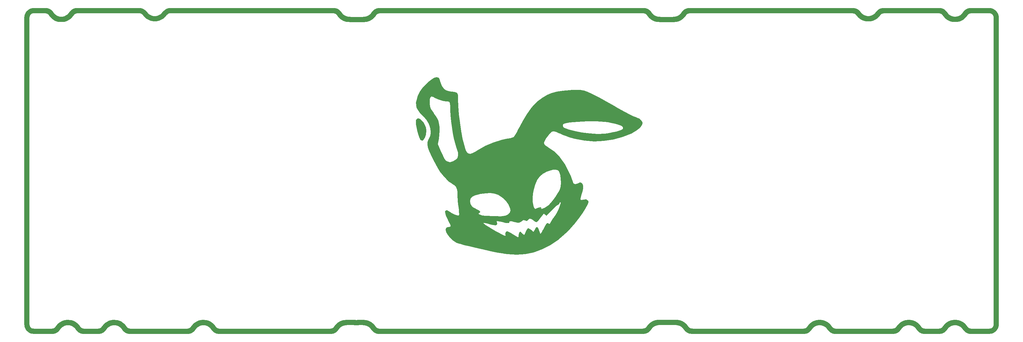
<source format=gbr>
%TF.GenerationSoftware,KiCad,Pcbnew,8.99.0-2194-gb3b7cbcab2*%
%TF.CreationDate,2024-09-18T03:31:56+07:00*%
%TF.ProjectId,Sebas_nuxros,53656261-735f-46e7-9578-726f732e6b69,rev?*%
%TF.SameCoordinates,Original*%
%TF.FileFunction,Legend,Top*%
%TF.FilePolarity,Positive*%
%FSLAX46Y46*%
G04 Gerber Fmt 4.6, Leading zero omitted, Abs format (unit mm)*
G04 Created by KiCad (PCBNEW 8.99.0-2194-gb3b7cbcab2) date 2024-09-18 03:31:56*
%MOMM*%
%LPD*%
G01*
G04 APERTURE LIST*
%ADD10C,1.500000*%
%ADD11C,0.500000*%
%ADD12C,0.300000*%
%ADD13C,0.000000*%
G04 APERTURE END LIST*
D10*
X39809128Y-26229105D02*
X40184636Y-26249307D01*
D11*
X246863662Y-24751474D02*
X246691615Y-24535413D01*
D10*
X94295448Y-24690322D02*
X94291748Y-24685334D01*
X94288031Y-24680358D01*
X94284300Y-24675395D01*
X94280552Y-24670444D01*
X94276790Y-24665506D01*
X94273012Y-24660581D01*
X94269219Y-24655669D01*
X94265410Y-24650769D01*
X94261586Y-24645884D01*
X94257747Y-24641011D01*
X94253894Y-24636152D01*
X94250025Y-24631306D01*
X94246143Y-24626474D01*
X94242244Y-24621655D01*
X94238332Y-24616851D01*
X94234405Y-24612060D01*
X94230464Y-24607284D01*
X94226508Y-24602521D01*
X94222539Y-24597773D01*
X94218555Y-24593039D01*
X94214558Y-24588320D01*
X94210546Y-24583615D01*
X94206521Y-24578925D01*
X94202481Y-24574249D01*
X94198429Y-24569589D01*
X94194362Y-24564942D01*
X94190283Y-24560313D01*
X94186190Y-24555696D01*
X94182084Y-24551097D01*
X94177964Y-24546511D01*
X94173832Y-24541943D01*
X94169686Y-24537388D01*
X94165529Y-24532850D01*
X94161357Y-24528327D01*
X94157174Y-24523821D01*
X94152977Y-24519329D01*
X94148769Y-24514855D01*
X94144547Y-24510395D01*
X94140315Y-24505953D01*
X94136068Y-24501525D01*
X94131812Y-24497116D01*
X94127541Y-24492721D01*
X94123260Y-24488344D01*
X94118966Y-24483982D01*
X94114662Y-24479639D01*
X94110344Y-24475311D01*
X94106258Y-24471240D01*
D11*
X55401241Y-115636595D02*
X55754259Y-115753107D01*
X185434261Y-117150868D02*
X185661398Y-116830918D01*
X258688524Y-117150833D02*
X258902832Y-116847076D01*
D10*
X196538062Y-24003643D02*
X196526256Y-24007512D01*
X196514461Y-24011419D01*
X196507619Y-24013713D01*
X196500786Y-24016029D01*
X196494989Y-24018016D01*
X196489201Y-24020024D01*
X196484004Y-24021850D01*
X196478816Y-24023695D01*
X196474034Y-24025418D01*
X196469260Y-24027161D01*
X196464790Y-24028814D01*
X196460328Y-24030487D01*
X196456107Y-24032092D01*
X196451895Y-24033716D01*
X196447881Y-24035286D01*
X196443875Y-24036874D01*
X196440036Y-24038419D01*
X196436205Y-24039982D01*
X196432519Y-24041509D01*
X196428841Y-24043054D01*
X196425289Y-24044568D01*
X196421745Y-24046102D01*
X196418314Y-24047609D01*
X196414891Y-24049134D01*
X196411568Y-24050637D01*
X196408254Y-24052159D01*
X196403159Y-24054544D01*
D11*
X263262106Y-115906406D02*
X263582604Y-116094760D01*
X271426595Y-117901991D02*
X271678837Y-117762630D01*
X52551240Y-116094759D02*
X52871739Y-115906405D01*
D10*
X105496115Y-24003643D02*
X105484309Y-24007512D01*
X105472514Y-24011419D01*
X105465672Y-24013713D01*
X105458839Y-24016029D01*
X105453042Y-24018016D01*
X105447254Y-24020024D01*
X105442057Y-24021850D01*
X105436869Y-24023695D01*
X105432087Y-24025418D01*
X105427313Y-24027161D01*
X105422843Y-24028814D01*
X105418381Y-24030487D01*
X105414160Y-24032092D01*
X105409948Y-24033716D01*
X105405934Y-24035286D01*
X105401928Y-24036874D01*
X105398089Y-24038419D01*
X105394258Y-24039982D01*
X105390572Y-24041509D01*
X105386894Y-24043054D01*
X105383342Y-24044568D01*
X105379798Y-24046102D01*
X105376367Y-24047609D01*
X105372944Y-24049134D01*
X105369621Y-24050637D01*
X105366307Y-24052159D01*
X105361212Y-24054544D01*
D11*
X11776367Y-26337826D02*
X11423216Y-26221216D01*
X188002721Y-26439900D02*
X187615626Y-26374106D01*
X96567433Y-26374097D02*
X96190146Y-26265357D01*
X53563424Y-115636595D02*
X53926808Y-115558182D01*
X251537599Y-25772095D02*
X251204694Y-25946989D01*
D10*
X287289641Y-116354630D02*
X287228984Y-116633464D01*
X102321271Y-26357825D02*
X102309561Y-26360878D01*
X102297741Y-26363878D01*
X102285809Y-26366824D01*
X102273762Y-26369716D01*
X102261598Y-26372554D01*
X102249314Y-26375338D01*
X102236906Y-26378069D01*
X102224371Y-26380746D01*
X102211706Y-26383370D01*
X102198907Y-26385940D01*
X102185971Y-26388456D01*
X102172893Y-26390919D01*
X102159669Y-26393328D01*
X102146294Y-26395684D01*
X102132764Y-26397986D01*
X102119073Y-26400235D01*
X102105216Y-26402431D01*
X102091186Y-26404574D01*
X102076977Y-26406663D01*
X102062582Y-26408699D01*
X102047994Y-26410683D01*
X102033203Y-26412614D01*
X102018202Y-26414492D01*
X102002981Y-26416317D01*
X101987527Y-26418091D01*
X101971831Y-26419812D01*
X101955878Y-26421482D01*
X101939654Y-26423101D01*
X101934180Y-26423629D01*
D11*
X11361498Y-117588496D02*
X11563683Y-117383148D01*
X279900298Y-118086272D02*
X285320660Y-118086272D01*
X285884128Y-23967268D02*
X285605291Y-23906608D01*
D10*
X96623795Y-26368153D02*
X96615541Y-26366346D01*
X96607088Y-26364415D01*
X96598412Y-26362353D01*
X96589484Y-26360149D01*
X96580267Y-26357793D01*
X96570715Y-26355270D01*
X96560768Y-26352563D01*
X96550348Y-26349645D01*
X96539343Y-26346483D01*
X96527592Y-26343027D01*
X96514836Y-26339195D01*
X96500619Y-26334846D01*
X96483957Y-26329673D01*
X96462814Y-26323047D01*
X96447166Y-26318138D01*
X96431510Y-26313257D01*
X96415838Y-26308433D01*
X96407994Y-26306051D01*
X96400144Y-26303694D01*
X195548364Y-24806599D02*
X195524982Y-24841035D01*
X195500287Y-24877401D01*
X195487919Y-24895563D01*
X195475524Y-24913700D01*
X195463093Y-24931807D01*
X195450616Y-24949875D01*
X195438085Y-24967898D01*
X195431796Y-24976890D01*
X195425489Y-24985869D01*
X195419164Y-24994832D01*
X195412819Y-25003780D01*
X195406454Y-25012712D01*
X195400066Y-25021625D01*
X195393655Y-25030521D01*
X195387220Y-25039397D01*
X195380759Y-25048253D01*
X195374271Y-25057088D01*
X195367756Y-25065901D01*
X195361211Y-25074691D01*
X195354636Y-25083458D01*
X195348030Y-25092200D01*
X195341391Y-25100916D01*
X195334717Y-25109606D01*
X195328009Y-25118269D01*
X195321265Y-25126904D01*
D11*
X40570797Y-26245376D02*
X40195290Y-26265578D01*
D10*
X265091398Y-117659278D02*
X265100644Y-117666536D01*
X265109960Y-117673748D01*
X265119346Y-117680914D01*
X265128801Y-117688032D01*
X265138326Y-117695101D01*
X265147920Y-117702123D01*
X265157582Y-117709095D01*
X265167313Y-117716018D01*
X265177111Y-117722891D01*
X265186975Y-117729714D01*
X265196907Y-117736485D01*
X265206904Y-117743204D01*
X265216968Y-117749872D01*
X265227096Y-117756486D01*
X265237288Y-117763047D01*
X265247545Y-117769554D01*
X265257865Y-117776007D01*
X265268248Y-117782405D01*
X265278692Y-117788747D01*
X265289199Y-117795033D01*
X265299766Y-117801262D01*
X265310393Y-117807434D01*
X265321080Y-117813548D01*
X265331826Y-117819603D01*
X265342630Y-117825600D01*
X265353491Y-117831537D01*
X265364409Y-117837413D01*
X265375383Y-117843229D01*
X265386412Y-117848984D01*
X265397495Y-117854677D01*
X265408631Y-117860307D01*
X265419820Y-117865875D01*
X265431061Y-117871379D01*
X265442353Y-117876819D01*
X265453695Y-117882194D01*
X265465086Y-117887504D01*
X265476525Y-117892748D01*
X265488012Y-117897926D01*
X265499545Y-117903038D01*
X265511123Y-117908081D01*
X265522746Y-117913057D01*
X265534412Y-117917965D01*
X265546120Y-117922804D01*
X265557870Y-117927573D01*
X265569660Y-117932272D01*
X265581490Y-117936901D01*
X265593357Y-117941459D01*
X265605262Y-117945946D01*
X265617203Y-117950361D01*
X265629179Y-117954703D01*
X265641188Y-117958973D01*
X265653230Y-117963169D01*
X265665304Y-117967292D01*
X265677408Y-117971340D01*
X265689542Y-117975314D01*
X265701703Y-117979213D01*
X265713891Y-117983037D01*
X265726105Y-117986785D01*
X265728089Y-117987386D01*
D11*
X102325668Y-26374096D02*
X101938577Y-26439900D01*
D10*
X286140832Y-117889261D02*
X285873469Y-117988984D01*
X274256406Y-26301971D02*
X274268439Y-26305020D01*
X274280880Y-26308091D01*
X274293787Y-26311197D01*
X274307233Y-26314351D01*
X274321313Y-26317574D01*
X274336157Y-26320892D01*
X274351952Y-26324343D01*
X274368980Y-26327985D01*
X274387711Y-26331914D01*
X274409050Y-26336313D01*
X274435253Y-26341645D01*
X274451421Y-26344915D01*
X274470781Y-26348833D01*
X274490148Y-26352772D01*
X274509518Y-26356753D01*
X274528888Y-26360794D01*
D11*
X186879037Y-115860247D02*
X187241563Y-115710133D01*
X234187087Y-115753108D02*
X234540104Y-115636595D01*
X185263691Y-117383140D02*
X185434261Y-117150868D01*
D10*
X185326819Y-117118067D02*
X185348678Y-117088575D01*
X185375676Y-117052035D01*
X185389737Y-117032979D01*
X185415001Y-116998752D01*
X185440294Y-116964556D01*
X185452961Y-116947480D01*
X185465649Y-116930422D01*
X185478360Y-116913387D01*
X185491098Y-116896379D01*
X185503868Y-116879400D01*
X185516673Y-116862455D01*
X185529518Y-116845548D01*
X185542407Y-116828681D01*
X185555343Y-116811859D01*
X185568331Y-116795086D01*
X185581374Y-116778364D01*
X185587918Y-116770024D01*
X185594477Y-116761698D01*
X185601052Y-116753387D01*
X185607643Y-116745091D01*
X185614251Y-116736811D01*
X185620877Y-116728548D01*
X185627521Y-116720301D01*
X185634183Y-116712071D01*
X185640863Y-116703858D01*
X185647564Y-116695664D01*
X185654284Y-116687488D01*
X185661024Y-116679331D01*
X185667786Y-116671193D01*
X185674568Y-116663076D01*
X185681373Y-116654978D01*
X185688200Y-116646902D01*
X185695050Y-116638846D01*
X185701924Y-116630813D01*
X185708821Y-116622801D01*
X185715743Y-116614812D01*
X185722689Y-116606847D01*
X185729661Y-116598904D01*
X185736659Y-116590986D01*
X185743684Y-116583092D01*
X185750735Y-116575223D01*
X185757813Y-116567380D01*
X185764920Y-116559562D01*
X185772055Y-116551770D01*
X185779219Y-116544006D01*
X185786412Y-116536268D01*
X185793635Y-116528558D01*
X185800889Y-116520876D01*
X185808173Y-116513223D01*
X185815489Y-116505599D01*
D11*
X270588287Y-23886272D02*
X254274650Y-23886272D01*
D10*
X273064070Y-25685779D02*
X273072057Y-25692155D01*
X273080057Y-25698514D01*
X273087840Y-25704676D01*
X273095636Y-25710821D01*
X273103238Y-25716789D01*
X273110853Y-25722739D01*
X273118295Y-25728529D01*
X273125748Y-25734302D01*
X273133044Y-25739928D01*
X273140353Y-25745537D01*
X273147518Y-25751010D01*
X273154695Y-25756468D01*
X273161740Y-25761799D01*
X273168797Y-25767114D01*
X273175733Y-25772313D01*
X273182681Y-25777495D01*
X273189517Y-25782568D01*
X273196365Y-25787625D01*
X273203108Y-25792580D01*
X273209864Y-25797518D01*
X273216522Y-25802360D01*
X273223192Y-25807185D01*
X273229771Y-25811920D01*
X273236361Y-25816639D01*
X273242867Y-25821271D01*
X273249384Y-25825887D01*
X273255822Y-25830422D01*
X273262271Y-25834940D01*
X273268644Y-25839381D01*
X273275030Y-25843805D01*
X273281344Y-25848156D01*
X273287669Y-25852489D01*
X273293928Y-25856753D01*
X273300198Y-25860999D01*
X273303191Y-25863018D01*
D11*
X198026351Y-118086272D02*
X230802888Y-118086272D01*
D10*
X95479403Y-25908773D02*
X95472534Y-25904368D01*
X95465450Y-25899732D01*
X95458110Y-25894834D01*
X95450458Y-25889635D01*
X95442420Y-25884080D01*
X95433885Y-25878087D01*
X95424682Y-25871532D01*
X95414516Y-25864197D01*
X95402777Y-25855638D01*
X95384834Y-25842452D01*
X95373781Y-25834321D01*
X95362711Y-25826210D01*
X95351607Y-25818140D01*
X95346039Y-25814128D01*
X95340457Y-25810135D01*
X32625149Y-118049227D02*
X32636252Y-118050672D01*
X32647570Y-118052065D01*
X32659117Y-118053406D01*
X32670914Y-118054697D01*
X32682981Y-118055937D01*
X32695344Y-118057129D01*
X32708033Y-118058273D01*
X32721082Y-118059369D01*
X32734534Y-118060421D01*
X32748440Y-118061430D01*
X32762867Y-118062397D01*
X32777897Y-118063326D01*
X32793640Y-118064221D01*
X32810247Y-118065088D01*
X32827935Y-118065933D01*
X32847037Y-118066769D01*
X32868116Y-118067616D01*
X32892288Y-118068513D01*
X32922506Y-118069566D01*
X32935303Y-118070001D01*
D11*
X93607744Y-117150833D02*
X93834886Y-116830881D01*
X103729469Y-25697747D02*
X103409298Y-25925035D01*
X18784377Y-118003684D02*
X19065839Y-118065536D01*
X279333889Y-23968941D02*
X279064135Y-24070685D01*
X55754259Y-115753107D02*
X56092927Y-115906405D01*
D10*
X15759278Y-115678580D02*
X15786067Y-115687119D01*
X15824589Y-115699320D01*
X15857470Y-115709731D01*
X15873897Y-115714952D01*
X15890311Y-115720193D01*
X15906706Y-115725459D01*
X15923081Y-115730759D01*
X15939431Y-115736099D01*
X15955752Y-115741485D01*
X15972041Y-115746925D01*
X15988295Y-115752425D01*
X15996407Y-115755199D01*
X16004509Y-115757992D01*
X16012600Y-115760802D01*
X16020680Y-115763632D01*
X16028748Y-115766483D01*
X16036804Y-115769354D01*
X16044848Y-115772247D01*
X16052878Y-115775163D01*
X16060895Y-115778102D01*
X16068898Y-115781065D01*
X16076886Y-115784054D01*
X16084860Y-115787069D01*
X16092818Y-115790111D01*
X16100760Y-115793181D01*
X16108686Y-115796280D01*
X16116596Y-115799408D01*
X16124488Y-115802566D01*
X16132363Y-115805755D01*
X16140219Y-115808977D01*
X16148058Y-115812231D01*
X16155877Y-115815519D01*
X16163676Y-115818842D01*
X16171456Y-115822200D01*
X16179215Y-115825595D01*
X16186954Y-115829026D01*
X16194671Y-115832496D01*
X16202366Y-115836004D01*
X16210040Y-115839552D01*
X16217690Y-115843141D01*
X16225318Y-115846771D01*
X16232922Y-115850443D01*
X16240502Y-115854159D01*
X16248057Y-115857918D01*
X16255588Y-115861722D01*
X16263093Y-115865572D01*
X16270572Y-115869468D01*
X16278025Y-115873411D01*
X16285451Y-115877403D01*
X16292850Y-115881443D01*
X16300222Y-115885534D01*
X16307565Y-115889675D01*
X16314879Y-115893868D01*
X16322165Y-115898113D01*
X16329421Y-115902412D01*
D11*
X95827414Y-26115042D02*
X95483800Y-25925044D01*
D10*
X30623040Y-116425631D02*
X30632829Y-116433844D01*
X30642611Y-116442156D01*
X30652387Y-116450566D01*
X30662156Y-116459077D01*
X30671918Y-116467688D01*
X30681674Y-116476399D01*
X30691424Y-116485212D01*
X30701167Y-116494126D01*
X30710903Y-116503142D01*
X30720633Y-116512262D01*
X30730357Y-116521485D01*
X30740074Y-116530811D01*
X30749785Y-116540243D01*
X30759489Y-116549779D01*
X30769187Y-116559421D01*
X30778879Y-116569169D01*
X30788564Y-116579023D01*
X30798242Y-116588985D01*
X30807914Y-116599055D01*
X30817580Y-116609233D01*
X30827239Y-116619520D01*
X30836891Y-116629916D01*
X30846537Y-116640423D01*
X30856176Y-116651041D01*
X30865808Y-116661769D01*
X30875434Y-116672610D01*
X30885053Y-116683563D01*
X30894665Y-116694630D01*
X30904270Y-116705810D01*
X30913868Y-116717104D01*
X30923459Y-116728513D01*
X30933042Y-116740038D01*
X30942619Y-116751679D01*
X30952189Y-116763436D01*
X30961751Y-116775311D01*
X30971306Y-116787304D01*
X30980853Y-116799416D01*
X30990393Y-116811646D01*
X30999925Y-116823997D01*
X31005136Y-116830804D01*
D11*
X54668207Y-115518753D02*
X55037857Y-115558182D01*
X104677677Y-117383116D02*
X104879862Y-117588458D01*
D10*
X103458294Y-116158147D02*
X103465801Y-116163545D01*
X103473296Y-116168959D01*
X103480740Y-116174361D01*
X103488172Y-116179780D01*
X103495554Y-116185186D01*
X103502923Y-116190608D01*
X103510242Y-116196018D01*
X103517549Y-116201445D01*
X103524807Y-116206859D01*
X103532052Y-116212289D01*
X103539248Y-116217708D01*
X103546432Y-116223142D01*
X103553567Y-116228565D01*
X103560690Y-116234004D01*
X103567764Y-116239431D01*
X103574827Y-116244874D01*
X103581841Y-116250305D01*
X103588843Y-116255752D01*
X103595798Y-116261188D01*
X103602740Y-116266640D01*
X103609635Y-116272080D01*
X103616518Y-116277536D01*
X103623354Y-116282981D01*
X103630178Y-116288441D01*
X103636955Y-116293890D01*
X103643720Y-116299355D01*
X103650440Y-116304809D01*
X103657146Y-116310278D01*
X103663808Y-116315736D01*
X103670456Y-116321210D01*
X103677061Y-116326673D01*
X103683651Y-116332151D01*
X103690198Y-116337619D01*
X103696732Y-116343102D01*
X103703222Y-116348574D01*
X103709699Y-116354062D01*
X103716132Y-116359539D01*
X103722552Y-116365031D01*
X103728930Y-116370513D01*
X103735294Y-116376010D01*
X103741615Y-116381496D01*
X103747923Y-116386998D01*
X103754189Y-116392490D01*
X103760442Y-116397996D01*
X103766653Y-116403492D01*
X103772850Y-116409004D01*
X103779006Y-116414505D01*
X103785148Y-116420021D01*
X103791250Y-116425527D01*
X103797337Y-116431048D01*
X103803385Y-116436560D01*
X103809418Y-116442085D01*
X103815411Y-116447602D01*
X103821390Y-116453132D01*
X103827330Y-116458654D01*
X103833256Y-116464190D01*
X103839142Y-116469716D01*
X103845014Y-116475257D01*
X103850848Y-116480789D01*
X103856667Y-116486334D01*
X103862447Y-116491871D01*
X103868214Y-116497422D01*
X103873942Y-116502964D01*
X103879656Y-116508520D01*
X103885332Y-116514067D01*
X103890993Y-116519629D01*
X103896617Y-116525181D01*
X103902227Y-116530747D01*
X103907799Y-116536305D01*
X103913357Y-116541877D01*
X103918878Y-116547440D01*
X103924385Y-116553017D01*
X103929855Y-116558586D01*
X103935310Y-116564168D01*
X103940730Y-116569742D01*
X103946134Y-116575330D01*
X103951503Y-116580909D01*
X103956857Y-116586502D01*
X103962176Y-116592087D01*
X103967479Y-116597685D01*
X103972748Y-116603276D01*
X103978001Y-116608880D01*
X103983220Y-116614476D01*
X103988424Y-116620085D01*
X103993593Y-116625687D01*
X103998747Y-116631302D01*
X104003868Y-116636910D01*
X104008972Y-116642530D01*
X104014044Y-116648143D01*
X104019099Y-116653770D01*
X104024122Y-116659388D01*
X104029129Y-116665020D01*
X104034103Y-116670645D01*
X104039061Y-116676283D01*
X104041703Y-116679299D01*
X13264491Y-26398091D02*
X13255424Y-26399708D01*
X13246350Y-26401306D01*
X13237531Y-26402838D01*
X13228705Y-26404350D01*
X13220108Y-26405803D01*
X13211506Y-26407235D01*
X13203110Y-26408613D01*
X13194709Y-26409971D01*
X13186497Y-26411278D01*
X13178280Y-26412564D01*
X13170237Y-26413804D01*
X13162190Y-26415023D01*
X13154302Y-26416197D01*
X13146411Y-26417352D01*
X13138669Y-26418464D01*
X13130923Y-26419556D01*
X13123315Y-26420609D01*
X13115705Y-26421641D01*
X13108224Y-26422635D01*
X13100740Y-26423609D01*
X13093378Y-26424547D01*
X13086013Y-26425465D01*
X13078763Y-26426348D01*
X13071511Y-26427211D01*
X13064366Y-26428041D01*
X13057220Y-26428850D01*
X13050176Y-26429628D01*
X13043131Y-26430386D01*
X13036183Y-26431113D01*
X13029233Y-26431819D01*
X13022375Y-26432496D01*
X13015517Y-26433153D01*
X13008746Y-26433781D01*
X13001974Y-26434389D01*
X12995286Y-26434969D01*
X12988598Y-26435529D01*
X12981989Y-26436062D01*
X12975380Y-26436574D01*
X12968848Y-26437061D01*
X12962316Y-26437527D01*
X12955857Y-26437968D01*
X12949398Y-26438389D01*
X12943009Y-26438785D01*
X12936621Y-26439160D01*
X12930300Y-26439512D01*
X12923979Y-26439843D01*
X12917724Y-26440151D01*
X12911469Y-26440438D01*
X12905277Y-26440703D01*
X12899086Y-26440947D01*
X12892955Y-26441168D01*
X12886824Y-26441370D01*
X12880753Y-26441549D01*
X12874682Y-26441709D01*
X12868667Y-26441846D01*
X12862653Y-26441964D01*
X12856694Y-26442060D01*
X12850736Y-26442136D01*
X12844831Y-26442191D01*
X12838926Y-26442227D01*
X12833073Y-26442241D01*
X12827221Y-26442236D01*
X12821419Y-26442210D01*
X12815617Y-26442165D01*
X12809864Y-26442099D01*
X12804112Y-26442014D01*
X12798407Y-26441909D01*
X12792703Y-26441784D01*
X12787045Y-26441640D01*
X12781388Y-26441476D01*
X12775775Y-26441293D01*
X12770163Y-26441090D01*
X12764594Y-26440868D01*
X12759027Y-26440626D01*
X12753502Y-26440366D01*
X12747977Y-26440086D01*
X12742494Y-26439788D01*
X12737012Y-26439470D01*
X12731570Y-26439134D01*
X12726129Y-26438777D01*
X12720726Y-26438404D01*
X12715325Y-26438010D01*
X12708966Y-26437520D01*
D11*
X106200225Y-118086272D02*
X183741146Y-118086272D01*
X277995160Y-25126402D02*
X277749840Y-25405921D01*
D10*
X94866537Y-25419761D02*
X94860639Y-25413804D01*
X94854600Y-25407593D01*
X94848391Y-25401095D01*
X94841979Y-25394270D01*
X94835316Y-25387065D01*
X94828339Y-25379406D01*
X94820955Y-25371185D01*
X94813022Y-25362238D01*
X94804293Y-25352280D01*
X94794272Y-25340736D01*
X94781570Y-25326000D01*
X94778101Y-25321968D01*
X94767587Y-25309752D01*
X94757043Y-25297558D01*
X94751753Y-25291476D01*
X94746445Y-25285409D01*
X94741118Y-25279360D01*
X94735767Y-25273331D01*
X93890320Y-24281239D02*
X93882193Y-24274705D01*
X93874051Y-24268191D01*
X93867400Y-24262898D01*
X93860735Y-24257624D01*
X93854817Y-24252968D01*
X93848887Y-24248329D01*
X93843440Y-24244095D01*
X93837981Y-24239879D01*
X93832871Y-24235959D01*
X93827750Y-24232057D01*
X93822898Y-24228386D01*
X93818034Y-24224732D01*
X93813388Y-24221267D01*
X93808729Y-24217819D01*
X93804251Y-24214530D01*
X93799761Y-24211258D01*
X93795424Y-24208123D01*
X93791075Y-24205004D01*
X93786857Y-24202005D01*
X93782628Y-24199023D01*
X93775483Y-24194044D01*
D11*
X237688819Y-116316043D02*
X237962377Y-116567762D01*
X196106059Y-116830882D02*
X196333214Y-117150833D01*
X103409298Y-25925035D02*
X103065685Y-26115034D01*
X195331927Y-25143188D02*
X195070388Y-25436050D01*
X14306872Y-26067794D02*
X13968089Y-26221217D01*
X285884123Y-118005255D02*
X286151486Y-117905532D01*
X271427158Y-24070720D02*
X271157410Y-23968973D01*
X2701665Y-25322807D02*
X2641009Y-25601642D01*
X94096414Y-116538365D02*
X94389043Y-116276963D01*
D10*
X263571951Y-116078488D02*
X263579040Y-116083083D01*
X263586118Y-116087696D01*
X263593161Y-116092308D01*
X263600192Y-116096938D01*
X263607188Y-116101568D01*
X263614173Y-116106215D01*
X263621121Y-116110862D01*
X263628059Y-116115526D01*
X263634961Y-116120190D01*
X263641851Y-116124871D01*
X263648706Y-116129551D01*
X263655549Y-116134248D01*
X263662357Y-116138944D01*
X263669153Y-116143658D01*
X263675913Y-116148370D01*
X263682662Y-116153099D01*
X263689375Y-116157828D01*
X263696077Y-116162573D01*
X263702743Y-116167317D01*
X263709397Y-116172078D01*
X263716015Y-116176837D01*
X263722621Y-116181613D01*
X263729192Y-116186388D01*
X263735751Y-116191179D01*
X263742275Y-116195969D01*
X263748786Y-116200774D01*
X263755263Y-116205579D01*
X263761726Y-116210400D01*
X263768155Y-116215219D01*
X263774571Y-116220054D01*
X263780952Y-116224888D01*
X263787321Y-116229737D01*
X263793655Y-116234585D01*
X263799976Y-116239449D01*
X263806262Y-116244311D01*
X263812535Y-116249188D01*
X263818774Y-116254064D01*
X263825000Y-116258956D01*
X263831191Y-116263845D01*
X263837369Y-116268750D01*
X263843513Y-116273654D01*
X263849643Y-116278572D01*
X263855740Y-116283488D01*
X263861823Y-116288420D01*
X263867872Y-116293350D01*
X263873907Y-116298295D01*
X263879909Y-116303237D01*
X263885897Y-116308195D01*
X263891851Y-116313151D01*
X263897792Y-116318121D01*
X263903699Y-116323090D01*
X263909592Y-116328073D01*
X263915452Y-116333054D01*
X263921298Y-116338049D01*
X263927110Y-116343043D01*
X263932909Y-116348051D01*
X263938674Y-116353056D01*
X263944426Y-116358076D01*
X263950144Y-116363094D01*
X263955848Y-116368126D01*
X263961520Y-116373156D01*
X263967177Y-116378200D01*
X263972801Y-116383242D01*
X263978411Y-116388298D01*
X263983989Y-116393351D01*
X263989552Y-116398419D01*
X263995083Y-116403484D01*
X264000599Y-116408563D01*
X264006083Y-116413640D01*
X264011553Y-116418730D01*
X264016990Y-116423818D01*
X264022413Y-116428920D01*
X264027804Y-116434019D01*
X264033180Y-116439132D01*
X264038524Y-116444242D01*
X264043854Y-116449366D01*
X264049152Y-116454487D01*
X264054435Y-116459622D01*
X264059686Y-116464755D01*
X264064923Y-116469901D01*
X264070129Y-116475044D01*
X264075319Y-116480200D01*
X264080478Y-116485354D01*
X264085623Y-116490521D01*
X264090736Y-116495685D01*
X264095834Y-116500863D01*
X264100902Y-116506038D01*
X264105954Y-116511226D01*
X264110976Y-116516412D01*
X264115982Y-116521610D01*
X264120958Y-116526806D01*
X264125919Y-116532015D01*
X264130849Y-116537221D01*
X264135764Y-116542440D01*
X264144223Y-116551491D01*
D11*
X37313239Y-24751474D02*
X37141197Y-24535405D01*
D10*
X285594635Y-118049642D02*
X285310006Y-118070001D01*
X57197636Y-116830804D02*
X57207157Y-116843342D01*
X57216845Y-116856230D01*
X57226724Y-116869503D01*
X57236821Y-116883202D01*
X57247171Y-116897377D01*
X57257816Y-116912089D01*
X57268810Y-116927416D01*
X57280222Y-116943461D01*
X57292146Y-116960360D01*
X57304715Y-116978308D01*
X57318124Y-116997589D01*
X57332690Y-117018668D01*
X57348993Y-117042391D01*
X57368341Y-117070674D01*
X57387967Y-117099434D01*
X57411943Y-117134562D01*
D11*
X52252527Y-116316043D02*
X52551240Y-116094759D01*
X271679475Y-24210192D02*
X271427158Y-24070720D01*
X261095988Y-115558183D02*
X261465638Y-115518754D01*
X38403404Y-25772094D02*
X38091184Y-25562493D01*
X58299912Y-117901984D02*
X58569564Y-118003645D01*
D10*
X97146142Y-26434633D02*
X97121549Y-26434099D01*
X97109254Y-26433806D01*
X97096963Y-26433484D01*
X97084676Y-26433122D01*
X97072395Y-26432709D01*
X97060120Y-26432236D01*
X97047853Y-26431693D01*
X97041723Y-26431392D01*
X97035595Y-26431070D01*
X97029469Y-26430725D01*
X97023346Y-26430357D01*
X97017226Y-26429963D01*
X97011109Y-26429543D01*
X97004995Y-26429095D01*
X96998884Y-26428619D01*
X96992777Y-26428113D01*
X96986672Y-26427575D01*
X96980572Y-26427005D01*
X96974475Y-26426401D01*
X96968383Y-26425762D01*
X96962294Y-26425086D01*
X96956209Y-26424373D01*
X96950129Y-26423621D01*
D11*
X251849819Y-25562493D02*
X251537599Y-25772095D01*
X186215547Y-116277002D02*
X186535592Y-116049999D01*
X53926808Y-115558182D02*
X54296459Y-115518753D01*
D10*
X94773355Y-115949712D02*
X94781334Y-115945375D01*
X94789321Y-115941055D01*
X94797302Y-115936763D01*
X94805291Y-115932488D01*
X94813273Y-115928240D01*
X94821264Y-115924010D01*
X94829248Y-115919806D01*
X94837240Y-115915620D01*
X94845225Y-115911461D01*
X94853218Y-115907320D01*
X94861204Y-115903206D01*
X94869199Y-115899110D01*
X94877185Y-115895040D01*
X94885181Y-115890988D01*
X94893168Y-115886962D01*
X94901164Y-115882955D01*
X94909152Y-115878974D01*
X94917149Y-115875012D01*
X94925137Y-115871075D01*
X94933134Y-115867157D01*
X94941123Y-115863265D01*
X94949120Y-115859392D01*
X94957108Y-115855544D01*
X94965105Y-115851715D01*
X94973094Y-115847912D01*
X94981091Y-115844128D01*
X94989079Y-115840369D01*
X94997076Y-115836629D01*
X95005064Y-115832915D01*
X95013060Y-115829220D01*
X95021047Y-115825550D01*
X95029042Y-115821899D01*
X95037029Y-115818273D01*
X95045024Y-115814666D01*
X95053010Y-115811085D01*
X95061003Y-115807523D01*
X95068988Y-115803986D01*
X95076981Y-115800468D01*
X95084965Y-115796975D01*
X95092956Y-115793502D01*
X95100939Y-115790053D01*
X95108929Y-115786624D01*
X95116910Y-115783220D01*
X95124899Y-115779834D01*
X95132879Y-115776474D01*
X95140866Y-115773133D01*
X95148844Y-115769817D01*
X95156829Y-115766520D01*
X95164806Y-115763248D01*
X95172789Y-115759995D01*
X95180764Y-115756767D01*
X95188745Y-115753559D01*
X95196718Y-115750375D01*
X95204698Y-115747210D01*
X95212668Y-115744070D01*
X95220645Y-115740949D01*
X95228614Y-115737853D01*
X95236589Y-115734776D01*
X95244555Y-115731724D01*
X95252527Y-115728690D01*
X95260491Y-115725682D01*
X95268461Y-115722693D01*
X95276422Y-115719728D01*
X95284390Y-115716782D01*
X95292348Y-115713861D01*
X95300313Y-115710959D01*
X95308269Y-115708082D01*
X95316231Y-115705224D01*
X95324184Y-115702390D01*
X95332143Y-115699575D01*
X95340093Y-115696785D01*
X95348049Y-115694014D01*
X95355996Y-115691267D01*
X95363949Y-115688539D01*
X95371893Y-115685836D01*
X95379843Y-115683151D01*
X95387784Y-115680491D01*
X95395730Y-115677850D01*
X95403668Y-115675234D01*
X95411611Y-115672636D01*
X95419545Y-115670063D01*
X95427485Y-115667508D01*
X95435416Y-115664978D01*
X95443353Y-115662467D01*
X95451280Y-115659980D01*
X95459213Y-115657512D01*
X95467136Y-115655067D01*
X95475066Y-115652642D01*
X95482986Y-115650241D01*
X95490911Y-115647859D01*
X95498827Y-115645501D01*
X95506749Y-115643162D01*
X95514662Y-115640847D01*
X95522580Y-115638551D01*
X95530488Y-115636278D01*
X95538402Y-115634025D01*
X95546307Y-115631795D01*
X95554217Y-115629585D01*
X95562118Y-115627398D01*
X95570024Y-115625230D01*
X95577921Y-115623086D01*
X95585823Y-115620961D01*
X95593716Y-115618859D01*
X95601613Y-115616776D01*
X95609502Y-115614717D01*
X95617396Y-115612677D01*
X95625280Y-115610660D01*
X95633169Y-115608663D01*
X95641050Y-115606688D01*
X95648935Y-115604733D01*
X95656811Y-115602801D01*
X95664691Y-115600888D01*
X95672563Y-115598998D01*
X95680439Y-115597128D01*
X95684665Y-115596133D01*
D11*
X251204694Y-25946989D02*
X250854946Y-26085156D01*
D10*
X194767019Y-25681476D02*
X194757594Y-25688468D01*
X194747595Y-25695789D01*
X194736879Y-25703539D01*
X194725225Y-25711873D01*
X194712247Y-25721061D01*
X194697151Y-25731658D01*
X194674413Y-25747523D01*
X194657486Y-25759326D01*
X194640580Y-25771169D01*
X194632143Y-25777117D01*
X194623720Y-25783088D01*
X194615316Y-25789088D01*
X194606934Y-25795120D01*
D11*
X17200523Y-116567805D02*
X17445840Y-116847111D01*
X246022459Y-24055753D02*
X245762589Y-23962211D01*
D10*
X187511203Y-115568739D02*
X187519069Y-115566903D01*
X187526940Y-115565086D01*
X187534799Y-115563292D01*
X187542663Y-115561518D01*
X187550514Y-115559767D01*
X187558371Y-115558036D01*
X187566214Y-115556328D01*
X187574062Y-115554639D01*
X187581898Y-115552974D01*
X187589738Y-115551328D01*
X187597565Y-115549706D01*
X187605396Y-115548102D01*
X187613215Y-115546523D01*
X187621037Y-115544962D01*
X187628846Y-115543425D01*
X187636660Y-115541907D01*
X187644460Y-115540413D01*
X187652264Y-115538937D01*
X187660054Y-115537485D01*
X187667848Y-115536053D01*
X187675629Y-115534643D01*
X187683413Y-115533254D01*
X187691184Y-115531886D01*
X187698958Y-115530539D01*
X187706718Y-115529215D01*
X187714482Y-115527910D01*
X187722232Y-115526628D01*
X187729984Y-115525365D01*
X187737723Y-115524125D01*
X187745465Y-115522905D01*
X187753193Y-115521708D01*
X187760924Y-115520530D01*
X187768640Y-115519375D01*
X187776359Y-115518239D01*
X187784064Y-115517126D01*
X187791772Y-115516033D01*
X187799465Y-115514962D01*
X187807160Y-115513911D01*
X187814841Y-115512882D01*
X187822525Y-115511873D01*
X187830194Y-115510886D01*
X187837865Y-115509919D01*
X187845522Y-115508974D01*
X187853180Y-115508049D01*
X187860824Y-115507146D01*
X187868470Y-115506263D01*
X187876101Y-115505402D01*
X187883734Y-115504561D01*
X187898044Y-115503038D01*
X58536186Y-117987374D02*
X58542467Y-117989247D01*
X58548753Y-117991101D01*
X58554998Y-117992922D01*
X58561248Y-117994723D01*
X58567457Y-117996492D01*
X58573672Y-117998241D01*
X58579846Y-117999958D01*
X58586026Y-118001655D01*
X58592166Y-118003321D01*
X58598311Y-118004967D01*
X58604417Y-118006583D01*
X58610529Y-118008178D01*
X58616602Y-118009743D01*
X58622679Y-118011288D01*
X58628719Y-118012803D01*
X58634764Y-118014299D01*
X58640772Y-118015765D01*
X58646784Y-118017211D01*
X58652760Y-118018627D01*
X58658740Y-118020024D01*
X58664685Y-118021392D01*
X58670633Y-118022740D01*
X58676547Y-118024060D01*
X58682464Y-118025360D01*
X58688347Y-118026632D01*
X58694234Y-118027884D01*
X58700086Y-118029108D01*
X58705943Y-118030313D01*
X58711766Y-118031490D01*
X58717592Y-118032648D01*
X58723386Y-118033778D01*
X58729183Y-118034889D01*
X58734947Y-118035972D01*
X58740715Y-118037036D01*
X58746451Y-118038074D01*
X58752190Y-118039092D01*
X58757897Y-118040084D01*
X58763608Y-118041056D01*
X58769288Y-118042003D01*
X58774970Y-118042929D01*
X58780623Y-118043830D01*
X58786277Y-118044712D01*
X58791902Y-118045568D01*
X58797530Y-118046405D01*
X58803128Y-118047216D01*
X58808729Y-118048008D01*
X58817649Y-118049227D01*
D11*
X272496151Y-25126402D02*
X272281875Y-24822431D01*
X15199837Y-25405921D02*
X14926243Y-25657832D01*
X44724227Y-23886272D02*
X44448688Y-23905333D01*
X250121220Y-26245376D02*
X249745713Y-26265578D01*
D10*
X24230213Y-117973967D02*
X24239786Y-117970618D01*
X24249426Y-117967161D01*
X24259138Y-117963594D01*
X24268926Y-117959914D01*
X24278795Y-117956118D01*
X24288750Y-117952205D01*
X24298798Y-117948169D01*
X24308945Y-117944008D01*
X24319196Y-117939718D01*
X24329561Y-117935295D01*
X24340046Y-117930734D01*
X24350661Y-117926029D01*
X24361417Y-117921176D01*
X24372322Y-117916168D01*
X24383391Y-117910998D01*
X24394637Y-117905657D01*
X24406076Y-117900138D01*
X24417724Y-117894428D01*
X24429604Y-117888518D01*
X24441739Y-117882392D01*
X24454156Y-117876036D01*
X24466889Y-117869428D01*
X24479978Y-117862548D01*
X24493471Y-117855366D01*
X24507429Y-117847848D01*
X24521929Y-117839948D01*
X24537073Y-117831609D01*
X24552998Y-117822751D01*
X24564990Y-117816026D01*
X286992516Y-24788712D02*
X287129273Y-25039166D01*
D11*
X10465063Y-25657831D02*
X10191468Y-25405921D01*
X105917056Y-23907070D02*
X105635415Y-23969014D01*
D10*
X2790732Y-25039171D02*
X2927489Y-24788719D01*
D11*
X197738920Y-118065503D02*
X198026351Y-118086272D01*
X103405735Y-116050019D02*
X103725779Y-116277019D01*
D10*
X28247000Y-23870001D02*
X35655699Y-23870001D01*
X42288742Y-25546222D02*
X42576672Y-25304333D01*
D11*
X94211757Y-24590316D02*
X94009553Y-24384706D01*
X188394750Y-26461924D02*
X188002721Y-26439900D01*
X4057183Y-23967285D02*
X3789818Y-24067007D01*
D10*
X188289808Y-115481048D02*
X188333497Y-115479853D01*
X188377676Y-115478724D01*
X188422371Y-115477662D01*
X188467608Y-115476666D01*
X188513415Y-115475738D01*
X188559823Y-115474876D01*
X188606869Y-115474082D01*
X188654589Y-115473356D01*
X188703025Y-115472699D01*
X188752225Y-115472111D01*
X188802240Y-115471592D01*
X188853129Y-115471143D01*
X188904958Y-115470766D01*
X188957803Y-115470460D01*
X189011750Y-115470227D01*
X189066898Y-115470068D01*
X189123363Y-115469984D01*
X189181283Y-115469977D01*
X189240820Y-115470048D01*
X189302172Y-115470201D01*
X189365584Y-115470437D01*
X189431361Y-115470761D01*
X189499899Y-115471176D01*
X189571720Y-115471690D01*
X189647548Y-115472310D01*
X189728436Y-115473048D01*
X189816022Y-115473924D01*
X189913148Y-115474971D01*
X190025647Y-115476257D01*
X190198081Y-115478311D01*
X190303170Y-115479570D01*
X190408299Y-115480804D01*
X190513474Y-115481988D01*
X190566080Y-115482552D01*
X190618700Y-115483094D01*
X190671333Y-115483611D01*
X190723981Y-115484099D01*
X190776644Y-115484555D01*
X190829322Y-115484976D01*
X190882018Y-115485358D01*
X190934730Y-115485699D01*
X190987460Y-115485996D01*
X191040208Y-115486244D01*
X191092975Y-115486441D01*
X191145761Y-115486584D01*
X191198568Y-115486669D01*
X191251396Y-115486694D01*
X191304245Y-115486654D01*
X191357116Y-115486548D01*
X191410010Y-115486371D01*
X191462927Y-115486121D01*
X191515868Y-115485793D01*
X191542348Y-115485600D01*
X191568834Y-115485386D01*
X191595326Y-115485151D01*
X191621825Y-115484896D01*
X191648330Y-115484618D01*
X191674842Y-115484319D01*
X191701360Y-115483997D01*
X191727885Y-115483653D01*
X191754417Y-115483285D01*
X191780955Y-115482893D01*
X191807501Y-115482478D01*
X191834054Y-115482038D01*
X191860613Y-115481574D01*
X191887180Y-115481084D01*
X43663361Y-24167896D02*
X43907872Y-24039444D01*
D11*
X230802888Y-118086272D02*
X231090321Y-118065517D01*
X232123282Y-117588477D02*
X232325462Y-117383119D01*
D10*
X270577633Y-23870001D02*
X270613699Y-23871527D01*
X270631728Y-23872321D01*
X270649752Y-23873155D01*
X270667771Y-23874039D01*
X270685783Y-23874987D01*
X270694786Y-23875489D01*
X270703786Y-23876012D01*
X270712784Y-23876557D01*
X270721779Y-23877126D01*
X270730771Y-23877721D01*
X270739760Y-23878342D01*
X270748746Y-23878993D01*
X270757728Y-23879674D01*
X270766707Y-23880387D01*
X270775682Y-23881133D01*
X270784653Y-23881915D01*
X270793620Y-23882733D01*
X270802582Y-23883589D01*
X270811540Y-23884486D01*
X270820493Y-23885424D01*
X270829441Y-23886405D01*
X270838385Y-23887431D01*
X270847323Y-23888503D01*
X270856255Y-23889623D01*
X270865182Y-23890793D01*
D11*
X249745713Y-26265578D02*
X249370205Y-26245376D01*
X249370205Y-26245376D02*
X248999033Y-26185003D01*
D10*
X12940194Y-115984311D02*
X12952329Y-115977029D01*
X12965201Y-115969215D01*
X12979043Y-115960721D01*
X12994251Y-115951301D01*
X13011596Y-115940469D01*
X13033081Y-115926972D01*
X13043698Y-115920286D01*
X13065783Y-115906388D01*
X13076832Y-115899457D01*
X13087891Y-115892545D01*
X13098962Y-115885659D01*
X13110050Y-115878807D01*
X13121158Y-115871993D01*
X13132289Y-115865225D01*
X13143447Y-115858508D01*
X13154635Y-115851851D01*
X13165858Y-115845257D01*
X13171483Y-115841987D01*
X13177118Y-115838735D01*
X13182763Y-115835503D01*
X13188418Y-115832291D01*
X13194085Y-115829099D01*
X13199763Y-115825930D01*
X13205454Y-115822783D01*
X13211156Y-115819660D01*
X13216872Y-115816560D01*
X13222601Y-115813486D01*
D11*
X26679239Y-115906405D02*
X27017907Y-115753108D01*
X279615469Y-23907042D02*
X279333889Y-23968941D01*
D10*
X37130543Y-24519134D02*
X37302585Y-24735203D01*
D11*
X247353677Y-25320604D02*
X247093360Y-25049220D01*
X17830715Y-117383140D02*
X18032893Y-117588495D01*
D10*
X105664610Y-118029178D02*
X105672387Y-118031142D01*
X105680170Y-118033086D01*
X105687612Y-118034924D01*
X105695060Y-118036742D01*
X105702220Y-118038468D01*
X105709385Y-118040174D01*
X105716302Y-118041801D01*
X105723224Y-118043407D01*
X105729929Y-118044942D01*
X105736637Y-118046457D01*
X105743153Y-118047907D01*
X105749673Y-118049337D01*
X105756020Y-118050709D01*
X105762370Y-118052060D01*
X105768564Y-118053357D01*
X105774761Y-118054635D01*
X105780816Y-118055862D01*
X105786874Y-118057068D01*
X105792801Y-118058229D01*
X105798731Y-118059368D01*
X105804540Y-118060465D01*
X105810351Y-118061540D01*
X105816051Y-118062575D01*
X105821753Y-118063589D01*
X105827352Y-118064564D01*
X105832952Y-118065519D01*
X105838455Y-118066437D01*
X105843959Y-118067335D01*
X105849373Y-118068197D01*
X105854788Y-118069039D01*
X105860117Y-118069847D01*
X105865448Y-118070635D01*
X105870698Y-118071391D01*
X105875949Y-118072126D01*
X105881123Y-118072830D01*
X105886299Y-118073514D01*
X105891403Y-118074168D01*
X105896507Y-118074802D01*
X105901542Y-118075407D01*
X105906579Y-118075991D01*
X105911550Y-118076548D01*
X105916521Y-118077084D01*
X105921430Y-118077594D01*
X105926340Y-118078083D01*
X105931190Y-118078546D01*
X105936041Y-118078989D01*
X105940835Y-118079406D01*
X105945629Y-118079803D01*
X105950368Y-118080175D01*
X105955108Y-118080527D01*
X105959796Y-118080855D01*
X105964484Y-118081163D01*
X105969121Y-118081447D01*
X105973759Y-118081711D01*
X105978349Y-118081953D01*
X105982938Y-118082174D01*
X105987482Y-118082372D01*
X105992025Y-118082551D01*
X105996524Y-118082707D01*
X106001022Y-118082844D01*
X106005478Y-118082959D01*
X106009934Y-118083053D01*
X106014348Y-118083127D01*
X106018762Y-118083181D01*
X106023136Y-118083214D01*
X106027510Y-118083226D01*
X106031845Y-118083219D01*
X106036180Y-118083192D01*
X106040477Y-118083144D01*
X106044775Y-118083077D01*
X106049036Y-118082989D01*
X106053297Y-118082882D01*
X106057523Y-118082756D01*
X106061748Y-118082609D01*
X106065940Y-118082444D01*
X106070132Y-118082258D01*
X106074290Y-118082054D01*
X106078449Y-118081829D01*
X106082575Y-118081586D01*
X106086702Y-118081323D01*
X106092762Y-118080900D01*
D11*
X32107412Y-117901984D02*
X32377064Y-118003645D01*
D10*
X31005136Y-116830804D02*
X31014657Y-116843342D01*
X31024345Y-116856230D01*
X31034224Y-116869503D01*
X31044321Y-116883202D01*
X31054671Y-116897377D01*
X31065316Y-116912089D01*
X31076310Y-116927416D01*
X31087722Y-116943461D01*
X31099646Y-116960360D01*
X31112215Y-116978308D01*
X31125624Y-116997589D01*
X31140190Y-117018668D01*
X31156493Y-117042391D01*
X31175841Y-117070674D01*
X31195467Y-117099434D01*
X31219443Y-117134562D01*
D11*
X19353268Y-118086272D02*
X23633708Y-118086272D01*
D10*
X286391283Y-117752503D02*
X286140832Y-117889261D01*
X196813786Y-23921771D02*
X196797962Y-23925913D01*
X196781910Y-23930196D01*
X196765613Y-23934627D01*
X196749050Y-23939213D01*
X196732198Y-23943960D01*
X196715031Y-23948879D01*
X196697517Y-23953979D01*
X196679623Y-23959273D01*
X196661306Y-23964774D01*
X196642517Y-23970499D01*
X196623199Y-23976467D01*
X196603279Y-23982704D01*
X196582670Y-23989240D01*
X196561256Y-23996112D01*
X196538892Y-24003372D01*
X196538062Y-24003643D01*
X36201517Y-23945913D02*
X36461389Y-24039458D01*
X57784696Y-117572191D02*
X57789619Y-117576481D01*
X57794555Y-117580756D01*
X57799495Y-117585009D01*
X57804449Y-117589246D01*
X57809407Y-117593461D01*
X57814377Y-117597660D01*
X57819352Y-117601837D01*
X57824340Y-117605999D01*
X57829332Y-117610138D01*
X57834337Y-117614261D01*
X57839346Y-117618362D01*
X57844367Y-117622447D01*
X57849393Y-117626509D01*
X57854431Y-117630556D01*
X57859472Y-117634581D01*
X57864526Y-117638589D01*
X57869584Y-117642575D01*
X57874654Y-117646545D01*
X57879727Y-117650493D01*
X57884813Y-117654424D01*
X57889902Y-117658333D01*
X57895004Y-117662226D01*
X57900108Y-117666096D01*
X57905225Y-117669951D01*
X57910345Y-117673782D01*
X57915476Y-117677598D01*
X57920611Y-117681391D01*
X57925758Y-117685167D01*
X57930907Y-117688921D01*
X57936069Y-117692659D01*
X57941233Y-117696374D01*
X57946409Y-117700073D01*
X57951587Y-117703750D01*
X57956777Y-117707409D01*
X57961970Y-117711047D01*
X57967174Y-117714667D01*
X57972381Y-117718266D01*
X57977599Y-117721847D01*
X57982820Y-117725406D01*
X57988052Y-117728949D01*
X57993286Y-117732469D01*
X57998531Y-117735972D01*
X58003779Y-117739453D01*
X58009038Y-117742917D01*
X58014292Y-117746354D01*
D11*
X18514726Y-117902021D02*
X18784377Y-118003684D01*
D10*
X105361212Y-24054544D02*
X105354917Y-24057569D01*
X105348430Y-24060774D01*
X105341715Y-24064178D01*
X105334727Y-24067809D01*
X105327404Y-24071701D01*
X105319657Y-24075907D01*
X105311352Y-24080503D01*
X105302268Y-24085617D01*
X105291981Y-24091493D01*
X105279450Y-24098732D01*
X105271022Y-24103625D01*
X105262046Y-24108836D01*
X105253061Y-24114031D01*
X105244058Y-24119197D01*
X105235031Y-24124315D01*
X12583412Y-116189130D02*
X12593507Y-116182703D01*
X12603904Y-116176177D01*
X12614634Y-116169535D01*
X12625734Y-116162757D01*
X12637249Y-116155817D01*
X12649237Y-116148684D01*
X12661772Y-116141317D01*
X12674951Y-116133662D01*
X12688910Y-116125643D01*
X12703847Y-116117152D01*
X12720070Y-116108018D01*
X12738114Y-116097945D01*
X12759089Y-116086320D01*
X12790437Y-116069036D01*
X12809272Y-116058658D01*
X12828098Y-116048260D01*
X12846903Y-116037820D01*
X12856293Y-116032579D01*
X12865674Y-116027320D01*
X12875044Y-116022041D01*
X12884401Y-116016739D01*
X12893744Y-116011412D01*
X12903071Y-116006057D01*
X12912381Y-116000672D01*
X12921673Y-115995254D01*
X12930944Y-115989801D01*
X12940194Y-115984311D01*
D11*
X197457457Y-118003649D02*
X197738920Y-118065503D01*
D10*
X187274281Y-26255328D02*
X187262783Y-26251731D01*
X187250994Y-26247960D01*
X187238875Y-26244002D01*
X187226381Y-26239837D01*
X187213454Y-26235446D01*
X187200023Y-26230801D01*
X187185990Y-26225865D01*
X187171225Y-26220589D01*
X187155540Y-26214902D01*
X187138645Y-26208695D01*
X187120058Y-26201785D01*
X187098829Y-26193815D01*
X187072505Y-26183857D01*
X187059453Y-26178906D01*
X187046330Y-26173928D01*
D11*
X30793197Y-116567762D02*
X31038514Y-116847075D01*
X186875600Y-26115056D02*
X186531982Y-25925060D01*
X4336019Y-118065904D02*
X4620648Y-118086272D01*
D10*
X104506417Y-24806599D02*
X104483024Y-24841051D01*
X104458330Y-24877415D01*
X104445963Y-24895576D01*
X104433569Y-24913712D01*
X104421138Y-24931818D01*
X104408663Y-24949885D01*
X104396132Y-24967907D01*
X104389843Y-24976899D01*
X104383537Y-24985877D01*
X104377212Y-24994840D01*
X104370868Y-25003787D01*
X104364502Y-25012718D01*
X104358115Y-25021631D01*
X104351705Y-25030526D01*
X104345270Y-25039402D01*
X104338809Y-25048257D01*
X104332322Y-25057092D01*
X104325807Y-25065904D01*
X104319262Y-25074694D01*
X104312688Y-25083460D01*
X104306082Y-25092202D01*
X104299443Y-25100918D01*
X104292770Y-25109607D01*
X104286062Y-25118270D01*
X104279318Y-25126904D01*
X264144223Y-116551491D02*
X264153899Y-116561953D01*
X264163639Y-116572602D01*
X264173448Y-116583445D01*
X264183335Y-116594491D01*
X264193306Y-116605750D01*
X264203369Y-116617234D01*
X264213534Y-116628953D01*
X264223810Y-116640923D01*
X264234210Y-116653158D01*
X264244745Y-116665674D01*
X264255431Y-116678493D01*
X264266284Y-116691635D01*
X264277324Y-116705128D01*
X264288572Y-116719001D01*
X264300056Y-116733289D01*
X264311806Y-116748035D01*
X264323862Y-116763292D01*
X264336271Y-116779121D01*
X264349092Y-116795603D01*
X264362402Y-116812842D01*
X264376304Y-116830975D01*
X264390939Y-116850192D01*
X264406516Y-116870771D01*
X264423359Y-116893152D01*
X264442040Y-116918101D01*
X264463759Y-116947228D01*
X264494237Y-116988220D01*
X264521481Y-117024868D01*
X264535127Y-117043189D01*
X264548797Y-117061501D01*
X264562497Y-117079800D01*
X264576235Y-117098080D01*
X264590016Y-117116335D01*
X264603847Y-117134562D01*
X102954830Y-115854898D02*
X102968432Y-115861522D01*
X102982055Y-115868244D01*
X102995699Y-115875066D01*
X103009365Y-115881989D01*
X103023054Y-115889012D01*
X103036767Y-115896138D01*
X103050504Y-115903366D01*
X103064267Y-115910698D01*
X103078057Y-115918134D01*
X103091873Y-115925675D01*
X103105718Y-115933323D01*
X103119592Y-115941079D01*
X103133497Y-115948942D01*
X103147433Y-115956915D01*
X103161400Y-115964999D01*
X103175402Y-115973194D01*
X103189438Y-115981501D01*
X103203509Y-115989923D01*
X103217618Y-115998459D01*
X103231764Y-116007112D01*
X103245950Y-116015882D01*
X103260176Y-116024771D01*
X103274445Y-116033781D01*
X103288756Y-116042912D01*
X103303113Y-116052167D01*
X103317516Y-116061546D01*
X103331967Y-116071052D01*
X103346468Y-116080685D01*
X103361019Y-116090449D01*
X103375624Y-116100344D01*
X103390283Y-116110372D01*
X103405000Y-116120536D01*
X103419774Y-116130837D01*
X103434610Y-116141278D01*
X103449509Y-116151861D01*
X103458294Y-116158147D01*
D11*
X277747538Y-116567762D02*
X277992855Y-116847075D01*
D10*
X41643617Y-25930718D02*
X41976522Y-25755824D01*
D11*
X276163082Y-115636596D02*
X276516099Y-115753108D01*
X105635415Y-23969014D02*
X105365609Y-24070815D01*
X253728832Y-23962191D02*
X253468960Y-24055734D01*
X273633580Y-115906406D02*
X273972248Y-115753108D01*
X196333214Y-117150833D02*
X196503785Y-117383111D01*
D10*
X106092762Y-118080900D02*
X106100906Y-118080263D01*
X106109414Y-118079518D01*
X106118361Y-118078658D01*
X106127854Y-118077666D01*
X106138051Y-118076524D01*
X106149212Y-118075198D01*
X106161825Y-118073623D01*
X106177042Y-118071653D01*
X106189520Y-118070008D01*
X106189571Y-118070001D01*
X287310006Y-116070001D02*
X287289641Y-116354630D01*
D11*
X277476246Y-25657832D02*
X277177467Y-25879289D01*
D10*
X286992505Y-117151279D02*
X286821498Y-117379718D01*
X187992076Y-26423621D02*
X187983521Y-26422495D01*
X187974603Y-26421243D01*
X187965252Y-26419852D01*
X187955365Y-26418302D01*
X187944794Y-26416566D01*
X187933305Y-26414603D01*
X187920474Y-26412334D01*
X187905383Y-26409592D01*
X187887113Y-26406217D01*
X187870989Y-26403235D01*
X187854861Y-26400298D01*
X10972396Y-117816026D02*
X10981284Y-117811014D01*
X10990166Y-117805981D01*
X10998450Y-117801263D01*
X11006727Y-117796525D01*
X11014537Y-117792030D01*
X11022339Y-117787515D01*
X11029763Y-117783196D01*
X11037177Y-117778858D01*
X11044273Y-117774682D01*
X11051360Y-117770488D01*
X11058174Y-117766432D01*
X11064978Y-117762358D01*
X11071545Y-117758402D01*
X11078100Y-117754428D01*
X11084445Y-117750559D01*
X11090778Y-117746672D01*
X11096924Y-117742878D01*
X11103057Y-117739066D01*
X11109020Y-117735336D01*
X11114970Y-117731590D01*
X11120766Y-117727918D01*
X11126549Y-117724229D01*
X11132189Y-117720607D01*
X11137817Y-117716969D01*
X11143313Y-117713393D01*
X11148796Y-117709800D01*
X11154157Y-117706263D01*
X11159504Y-117702711D01*
X11164738Y-117699210D01*
X11169958Y-117695693D01*
X11175071Y-117692224D01*
X11180171Y-117688740D01*
X11185171Y-117685300D01*
X11190157Y-117681844D01*
X11195048Y-117678430D01*
X11199925Y-117675001D01*
X11204713Y-117671610D01*
X11209487Y-117668203D01*
X11214176Y-117664833D01*
X11218851Y-117661448D01*
X11223444Y-117658096D01*
X11228024Y-117654730D01*
X11232527Y-117651395D01*
X11237016Y-117648046D01*
X11241431Y-117644726D01*
X11245832Y-117641392D01*
X11250163Y-117638086D01*
X11254479Y-117634765D01*
X11258728Y-117631471D01*
X11262962Y-117628162D01*
X11267132Y-117624878D01*
X11271287Y-117621580D01*
X11275380Y-117618306D01*
X11279458Y-117615017D01*
X11283477Y-117611751D01*
X11287481Y-117608471D01*
X11291427Y-117605212D01*
X11295359Y-117601939D01*
X11299234Y-117598686D01*
X11303096Y-117595419D01*
X11306903Y-117592171D01*
X11310696Y-117588909D01*
X11314436Y-117585665D01*
X11318163Y-117582408D01*
X11321838Y-117579168D01*
X11325499Y-117575914D01*
X11329111Y-117572676D01*
X11332708Y-117569425D01*
X11336258Y-117566189D01*
X11339793Y-117562939D01*
X11343282Y-117559705D01*
X11346756Y-117556457D01*
X11350185Y-117553223D01*
X11353600Y-117549975D01*
X11356971Y-117546741D01*
X11360328Y-117543493D01*
X11363642Y-117540258D01*
X11366941Y-117537009D01*
X11370200Y-117533773D01*
X11373443Y-117530523D01*
X11376646Y-117527285D01*
X11379835Y-117524033D01*
X11382984Y-117520793D01*
X11386118Y-117517538D01*
X11389215Y-117514295D01*
X11392296Y-117511038D01*
X11395340Y-117507791D01*
X11398370Y-117504530D01*
X11401362Y-117501279D01*
X11404341Y-117498014D01*
X11407283Y-117494759D01*
X11410211Y-117491490D01*
X11413104Y-117488230D01*
X11415982Y-117484956D01*
X11418826Y-117481690D01*
X11421655Y-117478411D01*
X11424451Y-117475139D01*
X11427233Y-117471854D01*
X11429203Y-117469508D01*
X103404901Y-25908764D02*
X103397672Y-25913240D01*
X103390153Y-25917803D01*
X103382304Y-25922474D01*
X103374073Y-25927281D01*
X103365393Y-25932261D01*
X103356168Y-25937464D01*
X103346256Y-25942965D01*
X103335434Y-25948884D01*
X103323302Y-25955434D01*
X103308994Y-25963077D01*
X103291461Y-25972379D01*
X103276828Y-25980139D01*
X103262209Y-25987934D01*
X103254912Y-25991856D01*
X103247625Y-25995798D01*
X103240352Y-25999766D01*
X103233095Y-26003763D01*
D11*
X96178969Y-115535804D02*
X96570733Y-115513814D01*
D10*
X14432633Y-25955691D02*
X14420498Y-25962973D01*
X14407626Y-25970787D01*
X14393784Y-25979281D01*
X14378576Y-25988701D01*
X14361231Y-25999533D01*
X14339746Y-26013030D01*
X14329129Y-26019716D01*
X14307044Y-26033614D01*
X14295995Y-26040545D01*
X14284936Y-26047457D01*
X14273865Y-26054343D01*
X14262777Y-26061195D01*
X14251669Y-26068009D01*
X14240538Y-26074777D01*
X14229380Y-26081494D01*
X14218192Y-26088151D01*
X14206969Y-26094745D01*
X14201344Y-26098015D01*
X14195709Y-26101267D01*
X14190064Y-26104499D01*
X14184409Y-26107711D01*
X14178742Y-26110903D01*
X14173064Y-26114072D01*
X14167373Y-26117219D01*
X14161671Y-26120342D01*
X14155955Y-26123442D01*
X14150226Y-26126516D01*
X31592196Y-117572191D02*
X31597119Y-117576481D01*
X31602055Y-117580756D01*
X31606995Y-117585009D01*
X31611949Y-117589246D01*
X31616907Y-117593461D01*
X31621877Y-117597660D01*
X31626852Y-117601837D01*
X31631840Y-117605999D01*
X31636832Y-117610138D01*
X31641837Y-117614261D01*
X31646846Y-117618362D01*
X31651867Y-117622447D01*
X31656893Y-117626509D01*
X31661931Y-117630556D01*
X31666972Y-117634581D01*
X31672026Y-117638589D01*
X31677084Y-117642575D01*
X31682154Y-117646545D01*
X31687227Y-117650493D01*
X31692313Y-117654424D01*
X31697402Y-117658333D01*
X31702504Y-117662226D01*
X31707608Y-117666096D01*
X31712725Y-117669951D01*
X31717845Y-117673782D01*
X31722976Y-117677598D01*
X31728111Y-117681391D01*
X31733258Y-117685167D01*
X31738407Y-117688921D01*
X31743569Y-117692659D01*
X31748733Y-117696374D01*
X31753909Y-117700073D01*
X31759087Y-117703750D01*
X31764277Y-117707409D01*
X31769470Y-117711047D01*
X31774674Y-117714667D01*
X31779881Y-117718266D01*
X31785099Y-117721847D01*
X31790320Y-117725406D01*
X31795552Y-117728949D01*
X31800786Y-117732469D01*
X31806031Y-117735972D01*
X31811279Y-117739453D01*
X31816538Y-117742917D01*
X31821792Y-117746354D01*
D11*
X246491443Y-24345113D02*
X246266964Y-24184204D01*
X15252707Y-115558256D02*
X15616085Y-115636667D01*
D10*
X186599893Y-115922318D02*
X186607872Y-115917981D01*
X186615859Y-115913661D01*
X186623840Y-115909369D01*
X186631829Y-115905094D01*
X186639811Y-115900846D01*
X186647802Y-115896616D01*
X186655786Y-115892412D01*
X186663778Y-115888226D01*
X186671763Y-115884067D01*
X186679756Y-115879926D01*
X186687742Y-115875812D01*
X186695737Y-115871716D01*
X186703723Y-115867646D01*
X186711719Y-115863594D01*
X186719706Y-115859568D01*
X186727702Y-115855561D01*
X186735690Y-115851580D01*
X186743687Y-115847618D01*
X186751675Y-115843681D01*
X186759672Y-115839763D01*
X186767661Y-115835871D01*
X186775658Y-115831998D01*
X186783646Y-115828150D01*
X186791643Y-115824321D01*
X186799632Y-115820518D01*
X186807629Y-115816734D01*
X186815617Y-115812975D01*
X186823614Y-115809235D01*
X186831602Y-115805521D01*
X186839598Y-115801826D01*
X186847585Y-115798156D01*
X186855580Y-115794505D01*
X186863567Y-115790879D01*
X186871562Y-115787272D01*
X186879548Y-115783691D01*
X186887541Y-115780129D01*
X186895526Y-115776592D01*
X186903519Y-115773074D01*
X186911503Y-115769581D01*
X186919494Y-115766108D01*
X186927477Y-115762659D01*
X186935467Y-115759230D01*
X186943448Y-115755826D01*
X186951437Y-115752440D01*
X186959417Y-115749080D01*
X186967404Y-115745739D01*
X186975382Y-115742423D01*
X186983367Y-115739126D01*
X186991344Y-115735854D01*
X186999327Y-115732601D01*
X187007302Y-115729373D01*
X187015283Y-115726165D01*
X187023256Y-115722981D01*
X187031236Y-115719816D01*
X187039206Y-115716676D01*
X187047183Y-115713555D01*
X187055152Y-115710459D01*
X187063127Y-115707382D01*
X187071093Y-115704330D01*
X187079065Y-115701296D01*
X187087029Y-115698288D01*
X187094999Y-115695299D01*
X187102960Y-115692334D01*
X187110928Y-115689388D01*
X187118886Y-115686467D01*
X187126851Y-115683565D01*
X187134807Y-115680688D01*
X187142769Y-115677830D01*
X187150722Y-115674996D01*
X187158681Y-115672181D01*
X187166631Y-115669391D01*
X187174587Y-115666620D01*
X187182534Y-115663873D01*
X187190487Y-115661145D01*
X187198431Y-115658442D01*
X187206381Y-115655757D01*
X187214322Y-115653097D01*
X187222268Y-115650456D01*
X187230206Y-115647840D01*
X187238149Y-115645242D01*
X187246083Y-115642669D01*
X187254023Y-115640114D01*
X187261954Y-115637584D01*
X187269891Y-115635073D01*
X187277818Y-115632586D01*
X187285751Y-115630118D01*
X187293674Y-115627673D01*
X187301604Y-115625248D01*
X187309524Y-115622847D01*
X187317449Y-115620465D01*
X187325365Y-115618107D01*
X187333287Y-115615768D01*
X187341200Y-115613453D01*
X187349118Y-115611157D01*
X187357026Y-115608884D01*
X187364940Y-115606631D01*
X187372845Y-115604401D01*
X187380755Y-115602191D01*
X187388656Y-115600004D01*
X187396562Y-115597836D01*
X187404459Y-115595692D01*
X187412361Y-115593567D01*
X187420254Y-115591465D01*
X187428151Y-115589382D01*
X187436040Y-115587323D01*
X187443934Y-115585283D01*
X187451818Y-115583266D01*
X187459707Y-115581269D01*
X187467588Y-115579294D01*
X187475473Y-115577339D01*
X187483349Y-115575407D01*
X187491229Y-115573494D01*
X187499101Y-115571604D01*
X187506977Y-115569734D01*
X187511203Y-115568739D01*
D11*
X272495493Y-116847076D02*
X272740810Y-116567762D01*
D10*
X10702133Y-25784780D02*
X10689236Y-25774945D01*
X10675656Y-25764686D01*
X10661243Y-25753896D01*
X10645774Y-25742412D01*
X10628897Y-25729977D01*
X10609972Y-25716126D01*
X10587590Y-25699835D01*
X10561992Y-25681266D01*
X10534034Y-25660981D01*
X10520075Y-25650824D01*
X10506136Y-25640649D01*
X10492223Y-25630448D01*
X10478341Y-25620213D01*
X10464495Y-25609936D01*
X10450690Y-25599611D01*
X10436933Y-25589230D01*
X10430073Y-25584016D01*
X10423227Y-25578786D01*
X10416395Y-25573537D01*
X10409578Y-25568270D01*
X10402777Y-25562984D01*
X10395993Y-25557676D01*
X10389225Y-25552348D01*
X10382475Y-25546997D01*
X10375743Y-25541623D01*
X10369030Y-25536224D01*
X10362337Y-25530801D01*
X10355664Y-25525351D01*
X10349012Y-25519875D01*
X10342381Y-25514370D01*
D11*
X19065839Y-118065536D02*
X19353268Y-118086272D01*
D10*
X53486987Y-115634536D02*
X53496873Y-115631839D01*
X53506761Y-115629161D01*
X53516587Y-115626522D01*
X53526416Y-115623903D01*
X53536184Y-115621320D01*
X53545955Y-115618757D01*
X53555669Y-115616231D01*
X53565386Y-115613724D01*
X53575047Y-115611252D01*
X53584712Y-115608800D01*
X53594324Y-115606383D01*
X53603939Y-115603985D01*
X53613503Y-115601621D01*
X53623071Y-115599276D01*
X53632590Y-115596964D01*
X53642112Y-115594672D01*
X53651588Y-115592412D01*
X53661067Y-115590171D01*
X53670502Y-115587962D01*
X53679941Y-115585772D01*
X53689336Y-115583613D01*
X53698736Y-115581474D01*
X53708094Y-115579365D01*
X53717457Y-115577275D01*
X53726779Y-115575215D01*
X53736107Y-115573174D01*
X53745396Y-115571162D01*
X53754690Y-115569170D01*
X53763947Y-115567206D01*
X53773210Y-115565261D01*
X53782437Y-115563345D01*
X53791669Y-115561448D01*
X53800868Y-115559578D01*
X53810072Y-115557728D01*
X53819243Y-115555904D01*
X53828420Y-115554100D01*
X53837566Y-115552323D01*
X53846718Y-115550564D01*
X53855840Y-115548832D01*
X53864968Y-115547120D01*
X53874067Y-115545433D01*
X53883173Y-115543765D01*
X53893430Y-115541911D01*
X25753091Y-116551491D02*
X25757951Y-116546186D01*
X25762827Y-116540894D01*
X25767695Y-116535640D01*
X25772579Y-116530398D01*
X25777455Y-116525194D01*
X25782347Y-116520003D01*
X25787231Y-116514849D01*
X25792130Y-116509708D01*
X25797022Y-116504604D01*
X25801929Y-116499514D01*
X25806827Y-116494461D01*
X25811741Y-116489421D01*
X25816647Y-116484418D01*
X25821568Y-116479428D01*
X25826480Y-116474476D01*
X25831407Y-116469537D01*
X25836327Y-116464634D01*
X25841260Y-116459746D01*
X25846185Y-116454894D01*
X25851125Y-116450056D01*
X25856056Y-116445254D01*
X25861002Y-116440467D01*
X25865939Y-116435715D01*
X25870890Y-116430978D01*
X25875833Y-116426277D01*
X25880790Y-116421590D01*
X25885738Y-116416939D01*
X25890700Y-116412302D01*
X25895653Y-116407701D01*
X25900620Y-116403115D01*
X25905578Y-116398564D01*
X25910550Y-116394028D01*
X25915513Y-116389527D01*
X25920490Y-116385041D01*
X25925457Y-116380589D01*
X25930438Y-116376153D01*
X25935411Y-116371752D01*
X25940396Y-116367365D01*
X25945372Y-116363014D01*
X25950362Y-116358677D01*
X25955342Y-116354375D01*
X25960336Y-116350088D01*
X25965320Y-116345835D01*
X25970318Y-116341598D01*
X25975306Y-116337395D01*
X25980307Y-116333207D01*
X25985299Y-116329053D01*
X25990304Y-116324915D01*
X25995299Y-116320810D01*
X26000307Y-116316720D01*
X26005306Y-116312664D01*
X26010317Y-116308624D01*
X26015320Y-116304617D01*
X26020334Y-116300626D01*
X26025340Y-116296668D01*
X26030357Y-116292726D01*
X26035366Y-116288816D01*
X26040386Y-116284923D01*
X26045397Y-116281062D01*
X26050421Y-116277217D01*
X26055435Y-116273404D01*
X26060461Y-116269608D01*
X26065478Y-116265843D01*
X26070506Y-116262095D01*
X26075526Y-116258378D01*
X26080557Y-116254678D01*
X26085579Y-116251010D01*
X26090613Y-116247358D01*
X26095637Y-116243737D01*
X26100673Y-116240133D01*
X26105700Y-116236560D01*
X26110738Y-116233003D01*
X26115767Y-116229478D01*
X26120808Y-116225969D01*
X26125839Y-116222491D01*
X26130882Y-116219029D01*
X26135915Y-116215598D01*
X26140960Y-116212184D01*
X26145995Y-116208800D01*
X26151042Y-116205433D01*
X26156079Y-116202096D01*
X26161128Y-116198775D01*
X26166168Y-116195485D01*
X26171218Y-116192211D01*
X26176006Y-116189130D01*
X25400620Y-116982683D02*
X25413732Y-116966521D01*
X25427620Y-116949280D01*
X25442534Y-116930641D01*
X25458899Y-116910069D01*
X25477542Y-116886515D01*
X25500599Y-116857272D01*
X25512188Y-116842553D01*
X25541407Y-116805464D01*
X25556044Y-116786940D01*
X25570712Y-116768441D01*
X25585424Y-116749976D01*
X25600189Y-116731553D01*
X25607594Y-116722359D01*
X25615017Y-116713180D01*
X25622458Y-116704015D01*
X25629920Y-116694866D01*
X25637403Y-116685733D01*
X25644908Y-116676619D01*
X25652437Y-116667523D01*
X25659991Y-116658448D01*
X25667572Y-116649394D01*
X25675181Y-116640361D01*
X25682819Y-116631352D01*
X25690487Y-116622368D01*
X25698187Y-116613408D01*
X25705921Y-116604475D01*
X25713689Y-116595570D01*
X25721492Y-116586693D01*
X25729333Y-116577845D01*
X25737212Y-116569029D01*
X25745131Y-116560243D01*
X25753091Y-116551491D01*
X15212330Y-25388511D02*
X15207470Y-25393816D01*
X15202594Y-25399108D01*
X15197726Y-25404362D01*
X15192842Y-25409604D01*
X15187966Y-25414808D01*
X15183074Y-25419999D01*
X15178190Y-25425153D01*
X15173291Y-25430294D01*
X15168399Y-25435398D01*
X15163492Y-25440488D01*
X15158594Y-25445541D01*
X15153680Y-25450581D01*
X15148774Y-25455584D01*
X15143853Y-25460574D01*
X15138941Y-25465526D01*
X15134014Y-25470465D01*
X15129094Y-25475368D01*
X15124161Y-25480256D01*
X15119236Y-25485108D01*
X15114296Y-25489946D01*
X15109365Y-25494748D01*
X15104419Y-25499535D01*
X15099482Y-25504287D01*
X15094531Y-25509024D01*
X15089588Y-25513725D01*
X15084631Y-25518412D01*
X15079683Y-25523063D01*
X15074721Y-25527700D01*
X15069768Y-25532301D01*
X15064801Y-25536887D01*
X15059843Y-25541438D01*
X15054871Y-25545974D01*
X15049908Y-25550475D01*
X15044931Y-25554961D01*
X15039964Y-25559413D01*
X15034983Y-25563849D01*
X15030010Y-25568250D01*
X15025025Y-25572637D01*
X15020049Y-25576988D01*
X15015059Y-25581325D01*
X15010079Y-25585627D01*
X15005085Y-25589914D01*
X15000101Y-25594167D01*
X14995103Y-25598404D01*
X14990115Y-25602607D01*
X14985114Y-25606795D01*
X14980122Y-25610949D01*
X14975117Y-25615087D01*
X14970122Y-25619192D01*
X14965114Y-25623282D01*
X14960115Y-25627338D01*
X14955104Y-25631378D01*
X14950101Y-25635385D01*
X14945087Y-25639376D01*
X14940081Y-25643334D01*
X14935064Y-25647276D01*
X14930055Y-25651186D01*
X14925035Y-25655079D01*
X14920024Y-25658940D01*
X14915000Y-25662785D01*
X14909986Y-25666598D01*
X14904960Y-25670394D01*
X14899943Y-25674159D01*
X14894915Y-25677907D01*
X14889895Y-25681624D01*
X14884864Y-25685324D01*
X14879842Y-25688992D01*
X14874808Y-25692644D01*
X14869784Y-25696265D01*
X14864748Y-25699869D01*
X14859721Y-25703442D01*
X14854683Y-25706999D01*
X14849654Y-25710524D01*
X14844613Y-25714033D01*
X14839582Y-25717511D01*
X14834539Y-25720973D01*
X14829506Y-25724404D01*
X14824461Y-25727818D01*
X14819426Y-25731202D01*
X14814379Y-25734569D01*
X14809342Y-25737906D01*
X14804293Y-25741227D01*
X14799253Y-25744517D01*
X14794203Y-25747791D01*
X14789415Y-25750872D01*
D11*
X106204678Y-23886272D02*
X105917056Y-23907070D01*
D10*
X8891387Y-24054289D02*
X8879974Y-24049075D01*
X8868506Y-24043923D01*
X8856985Y-24038836D01*
X8845411Y-24033812D01*
X8833783Y-24028852D01*
X8822102Y-24023956D01*
X8810368Y-24019125D01*
X8798581Y-24014358D01*
X8786742Y-24009657D01*
X8774850Y-24005020D01*
X8762907Y-24000449D01*
X8750912Y-23995944D01*
X8738865Y-23991505D01*
X8726767Y-23987133D01*
X8714618Y-23982826D01*
X8702419Y-23978587D01*
X8690169Y-23974415D01*
X8677869Y-23970310D01*
X8665520Y-23966273D01*
X8653121Y-23962304D01*
X8640674Y-23958404D01*
X8628178Y-23954571D01*
X8621735Y-23952628D01*
D11*
X56712139Y-116316043D02*
X56985697Y-116567762D01*
D10*
X258305128Y-117572206D02*
X258313489Y-117564320D01*
X258321869Y-117556307D01*
X258330270Y-117548163D01*
X258338695Y-117539885D01*
X258347148Y-117531468D01*
X258355632Y-117522909D01*
X258364150Y-117514201D01*
X258372707Y-117505341D01*
X258381306Y-117496322D01*
X258389953Y-117487138D01*
X258398651Y-117477783D01*
X258407407Y-117468249D01*
X258416227Y-117458529D01*
X258425116Y-117448614D01*
X258434082Y-117438495D01*
X258443133Y-117428159D01*
X258452277Y-117417597D01*
X258461525Y-117406794D01*
X258470888Y-117395735D01*
X258480377Y-117384404D01*
X258490008Y-117372780D01*
X258499798Y-117360842D01*
X258509764Y-117348562D01*
X258519931Y-117335910D01*
X258530326Y-117322850D01*
X258540980Y-117309335D01*
X258551936Y-117295313D01*
X258563243Y-117280713D01*
X258574966Y-117265447D01*
X258587193Y-117249398D01*
X258600042Y-117232403D01*
X258613687Y-117214228D01*
X258628396Y-117194508D01*
X258644632Y-117172614D01*
X258663338Y-117147266D01*
X258687175Y-117114852D01*
X258692973Y-117106959D01*
X258715873Y-117075803D01*
X258727338Y-117060235D01*
X258738820Y-117044679D01*
X258750324Y-117029142D01*
X258761856Y-117013627D01*
X258773421Y-116998139D01*
X258785024Y-116982683D01*
D11*
X54296459Y-115518753D02*
X54668207Y-115518753D01*
D10*
X3300275Y-117581493D02*
X3098498Y-117379717D01*
D11*
X3539367Y-24203764D02*
X3310927Y-24374772D01*
D10*
X195868241Y-116651905D02*
X195878067Y-116663194D01*
X195887980Y-116674704D01*
X195897990Y-116686448D01*
X195908106Y-116698440D01*
X195918339Y-116710692D01*
X195928702Y-116723224D01*
X195939208Y-116736053D01*
X195949872Y-116749200D01*
X195960715Y-116762693D01*
X195971755Y-116776558D01*
X195983020Y-116790831D01*
X195994538Y-116805553D01*
X196006345Y-116820773D01*
X196018487Y-116836551D01*
X196031017Y-116852964D01*
X196044008Y-116870109D01*
X196057554Y-116888115D01*
X196071783Y-116907159D01*
X196086882Y-116927497D01*
X196103139Y-116949523D01*
X196121044Y-116973910D01*
X196141578Y-117002001D01*
X196167402Y-117037445D01*
X196176509Y-117049958D01*
X196201317Y-117084032D01*
X196213737Y-117101063D01*
X196226175Y-117118085D01*
D11*
X286630375Y-117597766D02*
X286832152Y-117395989D01*
X24472265Y-117902005D02*
X24724512Y-117762647D01*
X186211807Y-25697773D02*
X185919104Y-25436055D01*
X192594750Y-26461924D02*
X188394750Y-26461924D01*
D10*
X104671307Y-117480415D02*
X104679653Y-117489029D01*
X104688068Y-117497600D01*
X104696551Y-117506126D01*
X104705103Y-117514607D01*
X104713722Y-117523043D01*
X104722408Y-117531431D01*
X104731159Y-117539772D01*
X104739976Y-117548065D01*
X104748857Y-117556309D01*
X104757802Y-117564503D01*
X104766810Y-117572646D01*
X104775881Y-117580738D01*
X104785012Y-117588777D01*
X104794205Y-117596764D01*
X104803458Y-117604696D01*
X104812769Y-117612574D01*
X104822139Y-117620396D01*
X104831567Y-117628162D01*
X104841051Y-117635871D01*
X104850591Y-117643523D01*
X104860185Y-117651115D01*
X104869834Y-117658649D01*
X104879536Y-117666122D01*
X104889289Y-117673535D01*
X104899095Y-117680886D01*
X104908950Y-117688175D01*
X104918855Y-117695401D01*
X104928808Y-117702564D01*
X104938809Y-117709662D01*
X104948856Y-117716694D01*
X104958949Y-117723662D01*
X104964012Y-117727120D01*
X104969086Y-117730562D01*
X104974172Y-117733987D01*
X104979267Y-117737396D01*
X104984374Y-117740787D01*
X104989491Y-117744162D01*
X104994618Y-117747519D01*
X104999756Y-117750859D01*
X105004904Y-117754182D01*
X105010062Y-117757487D01*
X105015230Y-117760775D01*
X105020407Y-117764046D01*
X105025594Y-117767299D01*
X105030791Y-117770534D01*
X105035997Y-117773752D01*
X105041213Y-117776952D01*
X105046437Y-117780134D01*
X105051670Y-117783298D01*
X105056912Y-117786444D01*
X105062164Y-117789572D01*
X105067423Y-117792682D01*
X105072692Y-117795773D01*
X105077968Y-117798846D01*
X105083253Y-117801902D01*
X105088545Y-117804938D01*
X105093846Y-117807956D01*
X105099154Y-117810955D01*
X105104471Y-117813936D01*
X105109794Y-117816898D01*
X105115126Y-117819842D01*
X105120464Y-117822766D01*
X105125811Y-117825672D01*
X105128114Y-117826917D01*
D11*
X231893686Y-117762645D02*
X232123282Y-117588477D01*
D10*
X17077662Y-23890771D02*
X17071089Y-23891566D01*
X17064517Y-23892382D01*
X17058021Y-23893208D01*
X17051527Y-23894055D01*
X17045107Y-23894912D01*
X17038689Y-23895790D01*
X17032342Y-23896678D01*
X17025998Y-23897586D01*
X17019723Y-23898504D01*
X17013451Y-23899443D01*
X17007246Y-23900391D01*
X17001044Y-23901360D01*
X16994908Y-23902339D01*
X16988775Y-23903337D01*
X16982706Y-23904346D01*
X16976641Y-23905374D01*
X16970638Y-23906413D01*
X16964638Y-23907471D01*
X16958699Y-23908539D01*
X16952764Y-23909627D01*
X16946889Y-23910724D01*
X16941017Y-23911841D01*
X16935204Y-23912967D01*
X16929394Y-23914114D01*
X16923641Y-23915269D01*
X16917893Y-23916444D01*
X16912200Y-23917629D01*
X16906512Y-23918833D01*
X16900877Y-23920046D01*
X16895248Y-23921279D01*
X16889671Y-23922520D01*
X16884099Y-23923782D01*
X16878579Y-23925052D01*
X16873065Y-23926341D01*
X16867600Y-23927640D01*
X16862142Y-23928958D01*
X16856732Y-23930284D01*
X16851329Y-23931630D01*
X16845973Y-23932985D01*
X16840624Y-23934359D01*
X16835322Y-23935741D01*
X16830026Y-23937143D01*
X16824777Y-23938553D01*
X16819533Y-23939982D01*
X16814335Y-23941420D01*
X16809144Y-23942877D01*
X16803997Y-23944342D01*
X16798856Y-23945827D01*
X16793760Y-23947319D01*
X16788670Y-23948831D01*
X16783622Y-23950351D01*
X16778582Y-23951890D01*
X16773584Y-23953437D01*
X16768592Y-23955002D01*
X16763642Y-23956576D01*
X16758699Y-23958169D01*
X16753797Y-23959770D01*
X16748901Y-23961390D01*
X16744046Y-23963018D01*
X16739197Y-23964664D01*
X16735208Y-23966035D01*
D11*
X196705967Y-117588463D02*
X196935563Y-117762627D01*
X258086186Y-117762645D02*
X258315782Y-117588477D01*
D10*
X196150797Y-24194086D02*
X196143136Y-24198696D01*
X196135435Y-24203423D01*
X196127693Y-24208268D01*
X196119906Y-24213236D01*
X196112071Y-24218329D01*
X196104184Y-24223550D01*
X196096240Y-24228904D01*
X196088237Y-24234394D01*
X196080168Y-24240025D01*
X196072030Y-24245802D01*
X196063816Y-24251730D01*
X196055521Y-24257814D01*
X196047138Y-24264062D01*
X196038659Y-24270480D01*
X196030076Y-24277076D01*
X196021379Y-24283859D01*
X196012559Y-24290839D01*
X196003603Y-24298027D01*
X195994498Y-24305437D01*
X195985227Y-24313084D01*
X195975771Y-24320985D01*
X195966110Y-24329161D01*
X195956216Y-24337638D01*
X195946057Y-24346445D01*
X195935593Y-24355620D01*
X195924774Y-24365211D01*
X195921124Y-24368469D01*
X94735767Y-25273331D02*
X94727706Y-25264344D01*
X94718744Y-25254466D01*
X94708384Y-25243156D01*
X94695276Y-25228947D01*
X94690735Y-25224035D01*
X94679722Y-25212119D01*
X94668740Y-25200183D01*
X94663269Y-25194201D01*
X94657816Y-25188205D01*
X94652383Y-25182194D01*
X94646975Y-25176164D01*
X94641595Y-25170112D01*
X94636246Y-25164035D01*
X94630932Y-25157931D01*
X94625656Y-25151797D01*
X94620420Y-25145630D01*
X94615230Y-25139426D01*
X94610088Y-25133185D01*
X94604997Y-25126901D01*
X193921869Y-26173922D02*
X193910798Y-26178543D01*
X193898594Y-26183718D01*
X193884589Y-26189737D01*
X193866959Y-26197389D01*
X193860897Y-26200028D01*
X193845965Y-26206523D01*
X193831026Y-26212983D01*
X193823549Y-26216188D01*
X193816065Y-26219372D01*
X193808573Y-26222530D01*
X193801071Y-26225658D01*
X193793558Y-26228751D01*
X193786031Y-26231805D01*
X193778489Y-26234816D01*
X193770931Y-26237781D01*
X193763355Y-26240693D01*
X193755760Y-26243550D01*
X193748143Y-26246347D01*
X193740503Y-26249080D01*
X270865182Y-23890793D02*
X270876307Y-23892323D01*
X270887481Y-23893940D01*
X270898706Y-23895645D01*
X270909981Y-23897439D01*
X270921307Y-23899321D01*
X270932685Y-23901293D01*
X270944116Y-23903355D01*
X270955599Y-23905507D01*
X270967135Y-23907751D01*
X270978726Y-23910086D01*
X270990371Y-23912514D01*
X271002071Y-23915035D01*
X271013827Y-23917649D01*
X271025639Y-23920358D01*
X271037508Y-23923161D01*
X271049435Y-23926060D01*
X271061420Y-23929056D01*
X271073464Y-23932148D01*
X271085568Y-23935338D01*
X271097732Y-23938626D01*
X271109957Y-23942013D01*
X271122244Y-23945500D01*
X271134593Y-23949088D01*
X271146756Y-23952702D01*
X279889645Y-118070001D02*
X285310006Y-118070001D01*
X17412542Y-116830804D02*
X17422063Y-116843342D01*
X17431751Y-116856230D01*
X17441630Y-116869503D01*
X17451727Y-116883202D01*
X17462077Y-116897377D01*
X17472722Y-116912089D01*
X17483716Y-116927416D01*
X17495128Y-116943461D01*
X17507052Y-116960360D01*
X17519621Y-116978308D01*
X17533030Y-116997589D01*
X17547596Y-117018668D01*
X17563899Y-117042391D01*
X17583247Y-117070674D01*
X17602873Y-117099434D01*
X17626849Y-117134562D01*
D11*
X13251409Y-26416304D02*
X12881605Y-26455766D01*
D10*
X11429203Y-117469508D02*
X11434652Y-117462936D01*
X11440200Y-117456120D01*
X11445866Y-117449037D01*
X11451670Y-117441653D01*
X11457643Y-117433929D01*
X11463819Y-117425813D01*
X11470248Y-117417235D01*
X11476999Y-117408100D01*
X11484173Y-117398262D01*
X11491933Y-117387492D01*
X11500571Y-117375373D01*
X11510738Y-117360987D01*
X11522104Y-117344820D01*
X11531779Y-117331054D01*
X11541480Y-117317307D01*
X11546349Y-117310448D01*
X11551234Y-117303601D01*
X11556138Y-117296769D01*
X11561064Y-117289956D01*
D11*
X247953827Y-25772094D02*
X247641607Y-25562493D01*
D10*
X256984734Y-118070001D02*
X256984736Y-118070001D01*
X257020647Y-118066858D01*
X257038601Y-118065272D01*
X257056551Y-118063668D01*
X257074497Y-118062040D01*
X257092438Y-118060383D01*
X257110372Y-118058689D01*
X257128299Y-118056955D01*
X257146218Y-118055172D01*
X257164128Y-118053337D01*
X257182027Y-118051441D01*
X257199914Y-118049481D01*
X257217789Y-118047449D01*
X257226721Y-118046405D01*
X257235650Y-118045340D01*
X257244575Y-118044255D01*
X257253497Y-118043148D01*
X257262414Y-118042019D01*
X257271328Y-118040866D01*
X257280237Y-118039690D01*
X257289142Y-118038490D01*
X257298042Y-118037264D01*
X257306938Y-118036013D01*
X257315829Y-118034734D01*
X257324716Y-118033428D01*
X257333597Y-118032094D01*
X257342473Y-118030731D01*
X257351345Y-118029338D01*
X257360210Y-118027915D01*
X257369070Y-118026460D01*
X257377925Y-118024974D01*
X257386774Y-118023455D01*
X257395617Y-118021902D01*
X257404454Y-118020316D01*
X257413284Y-118018694D01*
X257422109Y-118017037D01*
X257430927Y-118015343D01*
X257439738Y-118013613D01*
X257448543Y-118011844D01*
X257457341Y-118010037D01*
X257466132Y-118008190D01*
X257474916Y-118006304D01*
X257483693Y-118004376D01*
X257492463Y-118002407D01*
X257501225Y-118000395D01*
X257509979Y-117998341D01*
X257518726Y-117996242D01*
X257527465Y-117994100D01*
X257536196Y-117991911D01*
X257544918Y-117989677D01*
X257553633Y-117987396D01*
D11*
X96570733Y-115513814D02*
X101544132Y-115513864D01*
D10*
X3779164Y-24050736D02*
X4046529Y-23951014D01*
D11*
X95415072Y-115710094D02*
X95792128Y-115601505D01*
D10*
X25021797Y-117469508D02*
X25027246Y-117462936D01*
X25032794Y-117456120D01*
X25038460Y-117449037D01*
X25044264Y-117441653D01*
X25050237Y-117433929D01*
X25056413Y-117425813D01*
X25062842Y-117417235D01*
X25069593Y-117408100D01*
X25076767Y-117398262D01*
X25084527Y-117387492D01*
X25093165Y-117375373D01*
X25103332Y-117360987D01*
X25114698Y-117344820D01*
X25124373Y-117331054D01*
X25134074Y-117317307D01*
X25138943Y-117310448D01*
X25143828Y-117303601D01*
X25148732Y-117296769D01*
X25153658Y-117289956D01*
D11*
X278579897Y-117588494D02*
X278809491Y-117762670D01*
X29900427Y-115906405D02*
X30220925Y-116094759D01*
X196503785Y-117383111D02*
X196705967Y-117588463D01*
D10*
X38725655Y-25930717D02*
X39075403Y-26068885D01*
X185337395Y-24690322D02*
X185333695Y-24685334D01*
X185329978Y-24680358D01*
X185326247Y-24675395D01*
X185322499Y-24670444D01*
X185318737Y-24665506D01*
X185314959Y-24660581D01*
X185311166Y-24655669D01*
X185307357Y-24650769D01*
X185303533Y-24645884D01*
X185299694Y-24641011D01*
X185295841Y-24636152D01*
X185291972Y-24631306D01*
X185288090Y-24626474D01*
X185284191Y-24621655D01*
X185280279Y-24616851D01*
X185276352Y-24612060D01*
X185272411Y-24607284D01*
X185268455Y-24602521D01*
X185264486Y-24597773D01*
X185260502Y-24593039D01*
X185256505Y-24588320D01*
X185252493Y-24583615D01*
X185248468Y-24578925D01*
X185244428Y-24574249D01*
X185240376Y-24569589D01*
X185236309Y-24564942D01*
X185232230Y-24560313D01*
X185228137Y-24555696D01*
X185224031Y-24551097D01*
X185219911Y-24546511D01*
X185215779Y-24541943D01*
X185211633Y-24537388D01*
X185207476Y-24532850D01*
X185203304Y-24528327D01*
X185199121Y-24523821D01*
X185194924Y-24519329D01*
X185190716Y-24514855D01*
X185186494Y-24510395D01*
X185182262Y-24505953D01*
X185178015Y-24501525D01*
X185173759Y-24497116D01*
X185169488Y-24492721D01*
X185165207Y-24488344D01*
X185160913Y-24483982D01*
X185156609Y-24479639D01*
X185152291Y-24475311D01*
X185148205Y-24471240D01*
X8340272Y-23890775D02*
X8329169Y-23889330D01*
X8317851Y-23887937D01*
X8306304Y-23886596D01*
X8294507Y-23885305D01*
X8282440Y-23884065D01*
X8270077Y-23882873D01*
X8257388Y-23881729D01*
X8244339Y-23880633D01*
X8230887Y-23879581D01*
X8216981Y-23878572D01*
X8202554Y-23877605D01*
X8187524Y-23876676D01*
X8171781Y-23875781D01*
X8155174Y-23874914D01*
X8137486Y-23874069D01*
X8118384Y-23873233D01*
X8097305Y-23872386D01*
X8073133Y-23871489D01*
X8042915Y-23870436D01*
X8030118Y-23870001D01*
X279602214Y-118049241D02*
X279613401Y-118050691D01*
X279624824Y-118052091D01*
X279636503Y-118053443D01*
X279648460Y-118054747D01*
X279660723Y-118056005D01*
X279673321Y-118057219D01*
X279686295Y-118058389D01*
X279699689Y-118059518D01*
X279713560Y-118060609D01*
X279727981Y-118061664D01*
X279743045Y-118062688D01*
X279758878Y-118063685D01*
X279775655Y-118064665D01*
X279793640Y-118065638D01*
X279813251Y-118066622D01*
X279835249Y-118067652D01*
X279861333Y-118068800D01*
X279889645Y-118070001D01*
X96463270Y-115508442D02*
X96506959Y-115507247D01*
X96551140Y-115506118D01*
X96595835Y-115505056D01*
X96641073Y-115504060D01*
X96686880Y-115503131D01*
X96733290Y-115502270D01*
X96780336Y-115501476D01*
X96828057Y-115500750D01*
X96876494Y-115500093D01*
X96925694Y-115499504D01*
X96975710Y-115498986D01*
X97026600Y-115498537D01*
X97078430Y-115498159D01*
X97131276Y-115497854D01*
X97185223Y-115497621D01*
X97240372Y-115497462D01*
X97296838Y-115497378D01*
X97354758Y-115497371D01*
X97414296Y-115497442D01*
X97475649Y-115497595D01*
X97539062Y-115497831D01*
X97604839Y-115498154D01*
X97673377Y-115498570D01*
X97745199Y-115499083D01*
X97821028Y-115499703D01*
X97901915Y-115500441D01*
X97989501Y-115501317D01*
X98086626Y-115502364D01*
X98199122Y-115503650D01*
X98371592Y-115505705D01*
X98476678Y-115506964D01*
X98581804Y-115508198D01*
X98686976Y-115509381D01*
X98739580Y-115509945D01*
X98792198Y-115510488D01*
X98844830Y-115511004D01*
X98897476Y-115511492D01*
X98950138Y-115511948D01*
X99002815Y-115512369D01*
X99055509Y-115512752D01*
X99108219Y-115513093D01*
X99160948Y-115513389D01*
X99213694Y-115513637D01*
X99266460Y-115513834D01*
X99319245Y-115513977D01*
X99372050Y-115514063D01*
X99424876Y-115514087D01*
X99477724Y-115514048D01*
X99530594Y-115513942D01*
X99583486Y-115513765D01*
X99636401Y-115513514D01*
X99689341Y-115513187D01*
X99715820Y-115512994D01*
X99742305Y-115512780D01*
X99768797Y-115512546D01*
X99795295Y-115512290D01*
X99821799Y-115512013D01*
X99848310Y-115511713D01*
X99874827Y-115511392D01*
X99901352Y-115511047D01*
X99927883Y-115510679D01*
X99954421Y-115510288D01*
X99980965Y-115509873D01*
X100007517Y-115509433D01*
X100034076Y-115508969D01*
X100060642Y-115508479D01*
X286821498Y-117379718D02*
X286619721Y-117581495D01*
X3300273Y-24358501D02*
X3528713Y-24187493D01*
D11*
X270875836Y-23907064D02*
X270588287Y-23886272D01*
D10*
X185148205Y-24471240D02*
X185139516Y-24462667D01*
X185130650Y-24454030D01*
X185121597Y-24445323D01*
X185112349Y-24436539D01*
X185102897Y-24427669D01*
X185093228Y-24418705D01*
X185083330Y-24409637D01*
X185073190Y-24400453D01*
X185062790Y-24391142D01*
X185052112Y-24381689D01*
X185041135Y-24372076D01*
X185029833Y-24362283D01*
X185018178Y-24352289D01*
X185006132Y-24342064D01*
X184993653Y-24331574D01*
X184980688Y-24320778D01*
X184967168Y-24309622D01*
X184953005Y-24298038D01*
X184938081Y-24285931D01*
X184932267Y-24281240D01*
X104017772Y-25419758D02*
X104010490Y-25427117D01*
X104003194Y-25434462D01*
X103996247Y-25441425D01*
X103989285Y-25448374D01*
X103982612Y-25455006D01*
X103975924Y-25461623D01*
X103969478Y-25467972D01*
X103963018Y-25474306D01*
X103956766Y-25480407D01*
X103950501Y-25486492D01*
X103944417Y-25492373D01*
X103938319Y-25498239D01*
X103932382Y-25503922D01*
X103926431Y-25509590D01*
X103920623Y-25515093D01*
X103914802Y-25520581D01*
X103909109Y-25525920D01*
X103903403Y-25531243D01*
X103897814Y-25536430D01*
X103892212Y-25541602D01*
X103886715Y-25546647D01*
X103881206Y-25551677D01*
X103875794Y-25556591D01*
X103870369Y-25561488D01*
X103865034Y-25566278D01*
X103859686Y-25571052D01*
X103854422Y-25575724D01*
X103849144Y-25580381D01*
X103843943Y-25584943D01*
X103838730Y-25589489D01*
X103833588Y-25593945D01*
X103828434Y-25598386D01*
X103823347Y-25602742D01*
X103818247Y-25607083D01*
X103813210Y-25611343D01*
X103808161Y-25615587D01*
X103803171Y-25619756D01*
X103798168Y-25623909D01*
X103793220Y-25627989D01*
X103788260Y-25632053D01*
X103783353Y-25636048D01*
X103778433Y-25640028D01*
X103773563Y-25643941D01*
X103768680Y-25647839D01*
X103763844Y-25651673D01*
X103758996Y-25655491D01*
X103754192Y-25659249D01*
X103749376Y-25662990D01*
X103744601Y-25666674D01*
X103739815Y-25670341D01*
X103735069Y-25673953D01*
X103730310Y-25677548D01*
X103725072Y-25681476D01*
X258785024Y-116982683D02*
X258791912Y-116973552D01*
X258798815Y-116964434D01*
X258805635Y-116955460D01*
X258812470Y-116946500D01*
X258819226Y-116937676D01*
X258825997Y-116928865D01*
X258832694Y-116920185D01*
X258839406Y-116911518D01*
X258846048Y-116902974D01*
X258852705Y-116894444D01*
X258859295Y-116886033D01*
X258865900Y-116877634D01*
X258872442Y-116869349D01*
X258879000Y-116861077D01*
X258885497Y-116852914D01*
X258892009Y-116844764D01*
X258898464Y-116836717D01*
X258904934Y-116828685D01*
X258911349Y-116820752D01*
X258917780Y-116812833D01*
X258924158Y-116805009D01*
X258930552Y-116797200D01*
X258936895Y-116789482D01*
X258943254Y-116781779D01*
X258949565Y-116774164D01*
X258955891Y-116766563D01*
X258962172Y-116759049D01*
X258968467Y-116751548D01*
X258974719Y-116744130D01*
X258980985Y-116736726D01*
X258987210Y-116729402D01*
X258993450Y-116722092D01*
X258999649Y-116714860D01*
X259005864Y-116707642D01*
X259012039Y-116700499D01*
X259018230Y-116693370D01*
X259024383Y-116686315D01*
X259030552Y-116679273D01*
X259036684Y-116672302D01*
X259042831Y-116665345D01*
X259048944Y-116658458D01*
X259055072Y-116651584D01*
X259061167Y-116644777D01*
X259067276Y-116637984D01*
X259073354Y-116631257D01*
X259079446Y-116624543D01*
X259085507Y-116617893D01*
X259091583Y-116611257D01*
X259097630Y-116604683D01*
X259103691Y-116598122D01*
X259109724Y-116591623D01*
X259115771Y-116585137D01*
X259121791Y-116578710D01*
X259127825Y-116572297D01*
X259133833Y-116565941D01*
X259139855Y-116559600D01*
X259145851Y-116553314D01*
X259151862Y-116547043D01*
X259157849Y-116540826D01*
X259163850Y-116534624D01*
X259169826Y-116528475D01*
X259175818Y-116522339D01*
X259181786Y-116516257D01*
X259187769Y-116510188D01*
X259193729Y-116504171D01*
X259199704Y-116498167D01*
X259205657Y-116492214D01*
X259211625Y-116486275D01*
X259217571Y-116480385D01*
X259223532Y-116474508D01*
X259229473Y-116468680D01*
X259235429Y-116462866D01*
X259241364Y-116457100D01*
X259247314Y-116451347D01*
X259253246Y-116445640D01*
X259259191Y-116439948D01*
X259265119Y-116434300D01*
X259271061Y-116428667D01*
X259274274Y-116425632D01*
D11*
X2801386Y-116917099D02*
X2938144Y-117167549D01*
X29561759Y-115753107D02*
X29900427Y-115906405D01*
X31038514Y-116847075D02*
X31252821Y-117150833D01*
D10*
X278198782Y-24806160D02*
X278205274Y-24797511D01*
X278221088Y-24776449D01*
X278236921Y-24755399D01*
X278252793Y-24734377D01*
X278260748Y-24723882D01*
X278268719Y-24713400D01*
X278276708Y-24702932D01*
X278284718Y-24692482D01*
X278292749Y-24682051D01*
X278300806Y-24671640D01*
X278308889Y-24661253D01*
X278317001Y-24650891D01*
X278325143Y-24640556D01*
X278333320Y-24630250D01*
X278341531Y-24619975D01*
X278349780Y-24609734D01*
X278358069Y-24599527D01*
X278366399Y-24589357D01*
X278374773Y-24579227D01*
X278383194Y-24569138D01*
X278391663Y-24559091D01*
X278400182Y-24549090D01*
X278408754Y-24539136D01*
X278417381Y-24529231D01*
X278426065Y-24519377D01*
X278430429Y-24514470D01*
X278434808Y-24509577D01*
X278439202Y-24504697D01*
X278443612Y-24499831D01*
X278448038Y-24494980D01*
X278452480Y-24490143D01*
X278456938Y-24485321D01*
X278461413Y-24480514D01*
X278465905Y-24475722D01*
X278470414Y-24470946D01*
D11*
X253468960Y-24055734D02*
X253224453Y-24184187D01*
D10*
X194446848Y-25908764D02*
X194439618Y-25913240D01*
X194432098Y-25917803D01*
X194424249Y-25922475D01*
X194416017Y-25927282D01*
X194407337Y-25932262D01*
X194398110Y-25937466D01*
X194388197Y-25942968D01*
X194377374Y-25948888D01*
X194365241Y-25955438D01*
X194350930Y-25963083D01*
X194333408Y-25972379D01*
X194318775Y-25980139D01*
X194304156Y-25987934D01*
X194296859Y-25991856D01*
X194289572Y-25995798D01*
X194282299Y-25999766D01*
X194275042Y-26003763D01*
X49815554Y-118070001D02*
X49848667Y-118068070D01*
X49865223Y-118067084D01*
X49881777Y-118066075D01*
X49898331Y-118065034D01*
X49914883Y-118063954D01*
X49931434Y-118062826D01*
X49947982Y-118061642D01*
X49964528Y-118060395D01*
X49981071Y-118059077D01*
X49989342Y-118058389D01*
X49997612Y-118057680D01*
X50005881Y-118056950D01*
X50014149Y-118056196D01*
X50022416Y-118055419D01*
X50030682Y-118054617D01*
X50038948Y-118053790D01*
X50047212Y-118052935D01*
X50055475Y-118052053D01*
X50063738Y-118051142D01*
X50071999Y-118050202D01*
X50080259Y-118049231D01*
X273962565Y-26204945D02*
X273970474Y-26208039D01*
X273978390Y-26211113D01*
X273986139Y-26214101D01*
X273993895Y-26217070D01*
X274001497Y-26219958D01*
X274009106Y-26222827D01*
X274016572Y-26225620D01*
X274024046Y-26228395D01*
X274031387Y-26231098D01*
X274038735Y-26233783D01*
X274045960Y-26236401D01*
X274053192Y-26239000D01*
X274060308Y-26241536D01*
X274067430Y-26244053D01*
X274074444Y-26246510D01*
X274081465Y-26248948D01*
X274088384Y-26251329D01*
X274095308Y-26253690D01*
X274102137Y-26255998D01*
X274108972Y-26258286D01*
X274115716Y-26260523D01*
X274122465Y-26262740D01*
X274129129Y-26264907D01*
X274135797Y-26267055D01*
X274142385Y-26269156D01*
X274148977Y-26271237D01*
X274155492Y-26273273D01*
X274162012Y-26275288D01*
X274168458Y-26277260D01*
X274174909Y-26279212D01*
X274181289Y-26281122D01*
X274187674Y-26283012D01*
X274193992Y-26284862D01*
X274200314Y-26286691D01*
X274206572Y-26288481D01*
X274212834Y-26290251D01*
X274219034Y-26291983D01*
X274225239Y-26293695D01*
X274231384Y-26295370D01*
X274237534Y-26297025D01*
X274243626Y-26298643D01*
X274249723Y-26300243D01*
X274256406Y-26301971D01*
D11*
X192986779Y-26439895D02*
X192594750Y-26461924D01*
X195559016Y-24822873D02*
X195331927Y-25143188D01*
X26060027Y-116316043D02*
X26358740Y-116094759D01*
D10*
X96232335Y-26255328D02*
X96220838Y-26251731D01*
X96209049Y-26247961D01*
X96196930Y-26244002D01*
X96184437Y-26239838D01*
X96171511Y-26235448D01*
X96158080Y-26230803D01*
X96144048Y-26225867D01*
X96129284Y-26220591D01*
X96113599Y-26214904D01*
X96096705Y-26208698D01*
X96078117Y-26201788D01*
X96056888Y-26193817D01*
X96030561Y-26183858D01*
X96017531Y-26178916D01*
X96004383Y-26173928D01*
D11*
X247641607Y-25562493D02*
X247353677Y-25320604D01*
X50395097Y-118003643D02*
X50664747Y-117901978D01*
D10*
X256984734Y-118070001D02*
X254916251Y-118070001D01*
X50080259Y-118049231D02*
X50086832Y-118048436D01*
X50093404Y-118047620D01*
X50099900Y-118046794D01*
X50106394Y-118045947D01*
X50112814Y-118045090D01*
X50119232Y-118044212D01*
X50125579Y-118043324D01*
X50131923Y-118042416D01*
X50138198Y-118041498D01*
X50144470Y-118040559D01*
X50150675Y-118039611D01*
X50156877Y-118038642D01*
X50163013Y-118037663D01*
X50169146Y-118036665D01*
X50175215Y-118035656D01*
X50181280Y-118034628D01*
X50187283Y-118033589D01*
X50193283Y-118032531D01*
X50199222Y-118031463D01*
X50205157Y-118030375D01*
X50211032Y-118029278D01*
X50216904Y-118028161D01*
X50222717Y-118027035D01*
X50228527Y-118025888D01*
X50234280Y-118024733D01*
X50240028Y-118023558D01*
X50245721Y-118022373D01*
X50251409Y-118021169D01*
X50257044Y-118019956D01*
X50262673Y-118018723D01*
X50268250Y-118017482D01*
X50273822Y-118016220D01*
X50279342Y-118014950D01*
X50284856Y-118013661D01*
X50290321Y-118012362D01*
X50295779Y-118011044D01*
X50301189Y-118009718D01*
X50306592Y-118008372D01*
X50311948Y-118007017D01*
X50317297Y-118005643D01*
X50322599Y-118004261D01*
X50327895Y-118002859D01*
X50333144Y-118001449D01*
X50338388Y-118000020D01*
X50343586Y-117998582D01*
X50348777Y-117997125D01*
X50353924Y-117995660D01*
X50359065Y-117994175D01*
X50364161Y-117992683D01*
X50369251Y-117991171D01*
X50374299Y-117989651D01*
X50379339Y-117988112D01*
X50384337Y-117986565D01*
X50389329Y-117985000D01*
X50394279Y-117983426D01*
X50399222Y-117981833D01*
X50404124Y-117980232D01*
X50409020Y-117978612D01*
X50413875Y-117976984D01*
X50418724Y-117975338D01*
X50422713Y-117973967D01*
X187854861Y-26400298D02*
X187847184Y-26398928D01*
X187839504Y-26397578D01*
X187831860Y-26396255D01*
X187824213Y-26394951D01*
X187816599Y-26393673D01*
X187808980Y-26392415D01*
X187798529Y-26390723D01*
X286619721Y-117581495D02*
X286391283Y-117752503D01*
D11*
X17660149Y-117150860D02*
X17830715Y-117383140D01*
X185919104Y-25436055D02*
X185657557Y-25143199D01*
X271908433Y-117588465D02*
X272110615Y-117383112D01*
X240115138Y-118086272D02*
X256995388Y-118086272D01*
D10*
X147760006Y-118070001D02*
X106189571Y-118070001D01*
D11*
X184828075Y-24210317D02*
X184575709Y-24070770D01*
X95792128Y-115601505D02*
X96178969Y-115535804D01*
X101938577Y-26439900D02*
X101546552Y-26461916D01*
X31252821Y-117150833D02*
X31423392Y-117383110D01*
X13614939Y-26337826D02*
X13251409Y-26416304D01*
X186531982Y-25925060D02*
X186211807Y-25697773D01*
D10*
X245206122Y-23870001D02*
X245249218Y-23874650D01*
X245270759Y-23876996D01*
X245292293Y-23879370D01*
X245313817Y-23881778D01*
X245335328Y-23884231D01*
X245356824Y-23886738D01*
X245378302Y-23889307D01*
X245399760Y-23891946D01*
X245410481Y-23893296D01*
X245421195Y-23894666D01*
X245431904Y-23896059D01*
X245442605Y-23897475D01*
X245453300Y-23898915D01*
X245463987Y-23900381D01*
X245474667Y-23901873D01*
X245485339Y-23903394D01*
X245496002Y-23904943D01*
X245506657Y-23906522D01*
X245517303Y-23908132D01*
X245527940Y-23909775D01*
X245538568Y-23911451D01*
X245549185Y-23913161D01*
X245559793Y-23914907D01*
X245570390Y-23916689D01*
X245580976Y-23918509D01*
X245591551Y-23920368D01*
X245602115Y-23922267D01*
X245612667Y-23924208D01*
X245623207Y-23926190D01*
X245633735Y-23928215D01*
X245644250Y-23930285D01*
X245654752Y-23932401D01*
X245665241Y-23934563D01*
X245675716Y-23936773D01*
X245686177Y-23939032D01*
X245696624Y-23941341D01*
X245707056Y-23943701D01*
X245717474Y-23946113D01*
X245727876Y-23948578D01*
X245738263Y-23951098D01*
X245748633Y-23953673D01*
X245758988Y-23956305D01*
X245769327Y-23958995D01*
X245779648Y-23961744D01*
X245789952Y-23964552D01*
X245800239Y-23967422D01*
X245810509Y-23970354D01*
X245820760Y-23973349D01*
X245830993Y-23976408D01*
X245841207Y-23979533D01*
X245851402Y-23982725D01*
X245861578Y-23985984D01*
X245871734Y-23989313D01*
X245881870Y-23992711D01*
D11*
X30220925Y-116094759D02*
X30519639Y-116316043D01*
D10*
X252127095Y-25304333D02*
X252137863Y-25293987D01*
X252148669Y-25283495D01*
X252159514Y-25272854D01*
X252170401Y-25262059D01*
X252181335Y-25251106D01*
X252192318Y-25239992D01*
X252203354Y-25228710D01*
X252214447Y-25217256D01*
X252225601Y-25205625D01*
X252236820Y-25193811D01*
X252248110Y-25181807D01*
X252259476Y-25169607D01*
X252270922Y-25157202D01*
X252282456Y-25144586D01*
X252294084Y-25131750D01*
X252305813Y-25118683D01*
X252317651Y-25105377D01*
X252329606Y-25091818D01*
X252341690Y-25077994D01*
X252353911Y-25063892D01*
X252366282Y-25049496D01*
X252378817Y-25034788D01*
X252391531Y-25019748D01*
X252404440Y-25004354D01*
X252417565Y-24988579D01*
X252430928Y-24972395D01*
X252444556Y-24955766D01*
X252458479Y-24938651D01*
X252472736Y-24921001D01*
X252487372Y-24902758D01*
X252502260Y-24884076D01*
X40560143Y-26229105D02*
X40931316Y-26168732D01*
D11*
X273313845Y-25879289D02*
X273015066Y-25657831D01*
D10*
X26815195Y-115813486D02*
X26824706Y-115808454D01*
X26834329Y-115803453D01*
X26844067Y-115798483D01*
X26853923Y-115793541D01*
X26863900Y-115788628D01*
X26874001Y-115783743D01*
X26884228Y-115778885D01*
X26894586Y-115774053D01*
X26905078Y-115769247D01*
X26915708Y-115764465D01*
X26926480Y-115759706D01*
X26937398Y-115754969D01*
X26948468Y-115750254D01*
X26959693Y-115745559D01*
X26971080Y-115740883D01*
X26982634Y-115736223D01*
X26994362Y-115731580D01*
X27006270Y-115726951D01*
X27018366Y-115722334D01*
X27030657Y-115717728D01*
X27043152Y-115713129D01*
X27055861Y-115708537D01*
X27068794Y-115703949D01*
X27081962Y-115699361D01*
X27095380Y-115694770D01*
X27109060Y-115690173D01*
X27123020Y-115685566D01*
X27137276Y-115680944D01*
X27151851Y-115676303D01*
X27166768Y-115671635D01*
X27182054Y-115666935D01*
X27197742Y-115662194D01*
X27213870Y-115657403D01*
X27230482Y-115652550D01*
X27247635Y-115647620D01*
X27265396Y-115642598D01*
X27283852Y-115637461D01*
X27294487Y-115634536D01*
D11*
X15830000Y-24590000D02*
X15659433Y-24822431D01*
D10*
X237951723Y-116551491D02*
X237961399Y-116561953D01*
X237971139Y-116572602D01*
X237980948Y-116583445D01*
X237990835Y-116594491D01*
X238000806Y-116605750D01*
X238010869Y-116617234D01*
X238021034Y-116628953D01*
X238031310Y-116640923D01*
X238041710Y-116653158D01*
X238052245Y-116665674D01*
X238062931Y-116678493D01*
X238073784Y-116691635D01*
X238084824Y-116705128D01*
X238096072Y-116719001D01*
X238107556Y-116733289D01*
X238119306Y-116748035D01*
X238131362Y-116763292D01*
X238143771Y-116779121D01*
X238156592Y-116795603D01*
X238169902Y-116812842D01*
X238183804Y-116830975D01*
X238198439Y-116850192D01*
X238214016Y-116870771D01*
X238230859Y-116893152D01*
X238249540Y-116918101D01*
X238271259Y-116947228D01*
X238301737Y-116988220D01*
X238328981Y-117024868D01*
X238342627Y-117043189D01*
X238356297Y-117061501D01*
X238369997Y-117079800D01*
X238383735Y-117098080D01*
X238397516Y-117116335D01*
X238411347Y-117134562D01*
D11*
X278582167Y-24384461D02*
X278379969Y-24589973D01*
D10*
X51593120Y-116982683D02*
X51606232Y-116966521D01*
X51620120Y-116949280D01*
X51635034Y-116930641D01*
X51651399Y-116910069D01*
X51670042Y-116886515D01*
X51693099Y-116857272D01*
X51704688Y-116842553D01*
X51733907Y-116805464D01*
X51748544Y-116786940D01*
X51763212Y-116768441D01*
X51777924Y-116749976D01*
X51792689Y-116731553D01*
X51800094Y-116722359D01*
X51807517Y-116713180D01*
X51814958Y-116704015D01*
X51822420Y-116694866D01*
X51829903Y-116685733D01*
X51837408Y-116676619D01*
X51844937Y-116667523D01*
X51852491Y-116658448D01*
X51860072Y-116649394D01*
X51867681Y-116640361D01*
X51875319Y-116631352D01*
X51882987Y-116622368D01*
X51890687Y-116613408D01*
X51898421Y-116604475D01*
X51906189Y-116595570D01*
X51913992Y-116586693D01*
X51921833Y-116577845D01*
X51929712Y-116569029D01*
X51937631Y-116560243D01*
X51945591Y-116551491D01*
D11*
X184831916Y-117762644D02*
X185061509Y-117588486D01*
X3789818Y-24067007D02*
X3539367Y-24203764D01*
X104507100Y-117150851D02*
X104677677Y-117383116D01*
X9731872Y-24822431D02*
X9561324Y-24589983D01*
X36716550Y-24184184D02*
X36472043Y-24055729D01*
X51348767Y-117383105D02*
X51519344Y-117150833D01*
D10*
X29922015Y-115902412D02*
X29930233Y-115907367D01*
X29938544Y-115912471D01*
X29946956Y-115917730D01*
X29955480Y-115923153D01*
X29964126Y-115928747D01*
X29972906Y-115934522D01*
X29981833Y-115940488D01*
X29990923Y-115946659D01*
X30000195Y-115953049D01*
X30009670Y-115959674D01*
X30019374Y-115966556D01*
X30029337Y-115973718D01*
X30039598Y-115981192D01*
X30050204Y-115989014D01*
X30061217Y-115997233D01*
X30072718Y-116005914D01*
X30084817Y-116015144D01*
X30097677Y-116025051D01*
X30111544Y-116035832D01*
X30126847Y-116047823D01*
X30144439Y-116061704D01*
X30166677Y-116079335D01*
X30173683Y-116084898D01*
X30195996Y-116102605D01*
X30207165Y-116111444D01*
X30218347Y-116120264D01*
X30229547Y-116129059D01*
X30240768Y-116137821D01*
X30252013Y-116146544D01*
X30263288Y-116155222D01*
X246368550Y-24248387D02*
X246373991Y-24252300D01*
X246379419Y-24256228D01*
X246384789Y-24260139D01*
X246390146Y-24264066D01*
X246395446Y-24267975D01*
X246400733Y-24271901D01*
X246405965Y-24275810D01*
X246411184Y-24279734D01*
X246416348Y-24283643D01*
X246421499Y-24287567D01*
X246426598Y-24291477D01*
X246431683Y-24295401D01*
X246436716Y-24299310D01*
X246441736Y-24303235D01*
X246446705Y-24307146D01*
X246451661Y-24311071D01*
X246456567Y-24314983D01*
X246461459Y-24318910D01*
X246466303Y-24322824D01*
X246471133Y-24326752D01*
X246475916Y-24330668D01*
X246480685Y-24334598D01*
X246485407Y-24338516D01*
X246490115Y-24342449D01*
X246494778Y-24346369D01*
X246499426Y-24350304D01*
X246504030Y-24354228D01*
X246508620Y-24358166D01*
X246513166Y-24362093D01*
X246517698Y-24366034D01*
X246522187Y-24369964D01*
X246526662Y-24373909D01*
X246531094Y-24377843D01*
X246535512Y-24381791D01*
X246539889Y-24385729D01*
X246544251Y-24389682D01*
X246548572Y-24393624D01*
X246552879Y-24397581D01*
X246557146Y-24401528D01*
X246561399Y-24405489D01*
X246565612Y-24409441D01*
X246569811Y-24413407D01*
X246573971Y-24417364D01*
X246578117Y-24421334D01*
X246580875Y-24423992D01*
D11*
X264614501Y-117150833D02*
X264785072Y-117383112D01*
D10*
X287129262Y-116900828D02*
X286992505Y-117151279D01*
D11*
X252137749Y-25320604D02*
X251849819Y-25562493D01*
X277992855Y-116847075D02*
X278207162Y-117150833D01*
D10*
X285873474Y-23950997D02*
X286140839Y-24050721D01*
D11*
X41987176Y-25772095D02*
X41654271Y-25946989D01*
X239024349Y-117762631D02*
X239276591Y-117901993D01*
X193761928Y-115535800D02*
X194148776Y-115601501D01*
X275801412Y-26416304D02*
X275431608Y-26455766D01*
X278209436Y-24822431D02*
X277995160Y-25126402D01*
D10*
X279711313Y-23883079D02*
X279726271Y-23881714D01*
X279741891Y-23880367D01*
X279758304Y-23879030D01*
X279775696Y-23877691D01*
X279794341Y-23876333D01*
X279814685Y-23874927D01*
X279837538Y-23873423D01*
X279864737Y-23871705D01*
X279892370Y-23870001D01*
D11*
X51519344Y-117150833D02*
X51733652Y-116847076D01*
X51146583Y-117588454D02*
X51348767Y-117383105D01*
X279061735Y-117902039D02*
X279331392Y-118003706D01*
X195729566Y-24590338D02*
X195559016Y-24822873D01*
D10*
X16329421Y-115902412D02*
X16337639Y-115907367D01*
X16345950Y-115912471D01*
X16354362Y-115917730D01*
X16362886Y-115923153D01*
X16371532Y-115928747D01*
X16380312Y-115934522D01*
X16389239Y-115940488D01*
X16398329Y-115946659D01*
X16407601Y-115953049D01*
X16417076Y-115959674D01*
X16426780Y-115966556D01*
X16436743Y-115973718D01*
X16447004Y-115981192D01*
X16457610Y-115989014D01*
X16468623Y-115997233D01*
X16480124Y-116005914D01*
X16492223Y-116015144D01*
X16505083Y-116025051D01*
X16518950Y-116035832D01*
X16534253Y-116047823D01*
X16551845Y-116061704D01*
X16574083Y-116079335D01*
X16581089Y-116084898D01*
X16603402Y-116102605D01*
X16614571Y-116111444D01*
X16625753Y-116120264D01*
X16636953Y-116129059D01*
X16648174Y-116137821D01*
X16659419Y-116146544D01*
X16670694Y-116155222D01*
X285310006Y-23870001D02*
X285594637Y-23890337D01*
D11*
X197252882Y-23886272D02*
X196965260Y-23907070D01*
D10*
X277905145Y-25185340D02*
X277919276Y-25168003D01*
X277933654Y-25150237D01*
X277948308Y-25132004D01*
X277963271Y-25113261D01*
X277978581Y-25093957D01*
X277994284Y-25074030D01*
X278010440Y-25053402D01*
X278027118Y-25031980D01*
X278044410Y-25009640D01*
X278062437Y-24986225D01*
X278081361Y-24961517D01*
X278101416Y-24935204D01*
X278122956Y-24906816D01*
X278146573Y-24875565D01*
X278173405Y-24839938D01*
X278198782Y-24806160D01*
D11*
X261837386Y-115518754D02*
X262207037Y-115558183D01*
X287320660Y-116086272D02*
X287320660Y-25886272D01*
D10*
X216784998Y-118070001D02*
X197936758Y-118055914D01*
D11*
X3310927Y-24374772D02*
X3109150Y-24576550D01*
D10*
X2630355Y-25585371D02*
X2691011Y-25306536D01*
X13222601Y-115813486D02*
X13232112Y-115808454D01*
X13241735Y-115803453D01*
X13251473Y-115798483D01*
X13261329Y-115793541D01*
X13271306Y-115788628D01*
X13281407Y-115783743D01*
X13291634Y-115778885D01*
X13301992Y-115774053D01*
X13312484Y-115769247D01*
X13323114Y-115764465D01*
X13333886Y-115759706D01*
X13344804Y-115754969D01*
X13355874Y-115750254D01*
X13367099Y-115745559D01*
X13378486Y-115740883D01*
X13390040Y-115736223D01*
X13401768Y-115731580D01*
X13413676Y-115726951D01*
X13425772Y-115722334D01*
X13438063Y-115717728D01*
X13450558Y-115713129D01*
X13463267Y-115708537D01*
X13476200Y-115703949D01*
X13489368Y-115699361D01*
X13502786Y-115694770D01*
X13516466Y-115690173D01*
X13530426Y-115685566D01*
X13544682Y-115680944D01*
X13559257Y-115676303D01*
X13574174Y-115671635D01*
X13589460Y-115666935D01*
X13605148Y-115662194D01*
X13621276Y-115657403D01*
X13637888Y-115652550D01*
X13655041Y-115647620D01*
X13672802Y-115642598D01*
X13691258Y-115637461D01*
X13701893Y-115634536D01*
D11*
X93437167Y-117383105D02*
X93607744Y-117150833D01*
D10*
X25153658Y-117289956D02*
X25161402Y-117279355D01*
X25169392Y-117268551D01*
X25177647Y-117257520D01*
X25186194Y-117246231D01*
X25195062Y-117234650D01*
X25204287Y-117222732D01*
X25213915Y-117210420D01*
X25224005Y-117197644D01*
X25234637Y-117184309D01*
X25245918Y-117170285D01*
X25258005Y-117155382D01*
X25271142Y-117139305D01*
X25285751Y-117121547D01*
X25302689Y-117101072D01*
X25324385Y-117074952D01*
X25329512Y-117068787D01*
X25347360Y-117047317D01*
X25365179Y-117025825D01*
X25374069Y-117015063D01*
X25382941Y-117004288D01*
X25391793Y-116993495D01*
X25400620Y-116982683D01*
X183730492Y-118070001D02*
X183730492Y-118042607D01*
X30263288Y-116155222D02*
X30276185Y-116165057D01*
X30289765Y-116175316D01*
X30304178Y-116186106D01*
X30319646Y-116197590D01*
X30336523Y-116210024D01*
X30355449Y-116223875D01*
X30377830Y-116240166D01*
X30403433Y-116258739D01*
X30431391Y-116279024D01*
X30445350Y-116289180D01*
X30459288Y-116299355D01*
X30473201Y-116309556D01*
X30487083Y-116319791D01*
X30500929Y-116330067D01*
X30514733Y-116340392D01*
X30528490Y-116350773D01*
X30535350Y-116355987D01*
X30542196Y-116361217D01*
X30549027Y-116366465D01*
X30555844Y-116371732D01*
X30562645Y-116377019D01*
X30569429Y-116382326D01*
X30576197Y-116387654D01*
X30582947Y-116393005D01*
X30589679Y-116398379D01*
X30596391Y-116403777D01*
X30603085Y-116409201D01*
X30609758Y-116414650D01*
X30616410Y-116420127D01*
X30623040Y-116425631D01*
X184202572Y-117970877D02*
X184213465Y-117968033D01*
X184224363Y-117965105D01*
X184235265Y-117962094D01*
X184246169Y-117958999D01*
X184257076Y-117955820D01*
X184267983Y-117952557D01*
X184278891Y-117949211D01*
X184289799Y-117945781D01*
X184300705Y-117942269D01*
X184311609Y-117938672D01*
X184322510Y-117934993D01*
X184333407Y-117931230D01*
X184344299Y-117927385D01*
X184355185Y-117923457D01*
X184366064Y-117919446D01*
X184376936Y-117915353D01*
X184387799Y-117911178D01*
X184398652Y-117906921D01*
X184409495Y-117902582D01*
X184420326Y-117898162D01*
X184431145Y-117893660D01*
X184441950Y-117889078D01*
X184452740Y-117884414D01*
X184463515Y-117879671D01*
X184474274Y-117874847D01*
X184485014Y-117869944D01*
X184495736Y-117864961D01*
X184506439Y-117859899D01*
X184517121Y-117854758D01*
X184527780Y-117849540D01*
X184538417Y-117844243D01*
X184549030Y-117838869D01*
X184559619Y-117833418D01*
X184570181Y-117827890D01*
X184580716Y-117822287D01*
X184591222Y-117816608D01*
X184601700Y-117810853D01*
X184612147Y-117805025D01*
X184622563Y-117799122D01*
X184632946Y-117793145D01*
X184643295Y-117787096D01*
X184653610Y-117780974D01*
X184663889Y-117774781D01*
X184674131Y-117768516D01*
X184684336Y-117762181D01*
X184694501Y-117755776D01*
X184704626Y-117749301D01*
X184714710Y-117742758D01*
X184724752Y-117736147D01*
X184734751Y-117729469D01*
X184744705Y-117722724D01*
X184754614Y-117715914D01*
X184764476Y-117709038D01*
X184769390Y-117705576D01*
X184774291Y-117702098D01*
X184779181Y-117698604D01*
X184784058Y-117695094D01*
X184788922Y-117691568D01*
X184793775Y-117688027D01*
X184798614Y-117684470D01*
X184803441Y-117680898D01*
X184808255Y-117677311D01*
X184813056Y-117673708D01*
X184817844Y-117670090D01*
X184822618Y-117666457D01*
X184827379Y-117662809D01*
X184832127Y-117659146D01*
X184836861Y-117655469D01*
X184841581Y-117651776D01*
X184846287Y-117648070D01*
X184850980Y-117644348D01*
X184855658Y-117640613D01*
X184860323Y-117636863D01*
X184864972Y-117633099D01*
X184869607Y-117629321D01*
X184874228Y-117625530D01*
X184878834Y-117621724D01*
X184883425Y-117617905D01*
X184888002Y-117614071D01*
X184892562Y-117610225D01*
X184897109Y-117606365D01*
X184901639Y-117602492D01*
X184906155Y-117598606D01*
X184910654Y-117594707D01*
X184915139Y-117590794D01*
X184919607Y-117586869D01*
X184924061Y-117582931D01*
X184928497Y-117578981D01*
X184932918Y-117575017D01*
X184937322Y-117571042D01*
X184941712Y-117567054D01*
X184946083Y-117563055D01*
X184950440Y-117559042D01*
X184954058Y-117555688D01*
X94377892Y-24806599D02*
X94366436Y-24790289D01*
X94355045Y-24774001D01*
X94340322Y-24752960D01*
X94332939Y-24742455D01*
X94325528Y-24731967D01*
X94318083Y-24721504D01*
X94310594Y-24711071D01*
X94303051Y-24700675D01*
X94299258Y-24695493D01*
X94295448Y-24690322D01*
D11*
X236014537Y-115558182D02*
X236377921Y-115636595D01*
D10*
X43907872Y-24039444D02*
X44167748Y-23945904D01*
X51214297Y-117469509D02*
X51219746Y-117462936D01*
X51225295Y-117456121D01*
X51230960Y-117449036D01*
X51236765Y-117441652D01*
X51242738Y-117433928D01*
X51248914Y-117425811D01*
X51255344Y-117417234D01*
X51262095Y-117408097D01*
X51269270Y-117398259D01*
X51277030Y-117387488D01*
X51285669Y-117375368D01*
X51295837Y-117360980D01*
X51307196Y-117344822D01*
X51316871Y-117331056D01*
X51326573Y-117317309D01*
X51331442Y-117310449D01*
X51336327Y-117303601D01*
X51341232Y-117296770D01*
X51346158Y-117289956D01*
D11*
X101544132Y-115513864D02*
X101935889Y-115535857D01*
X14141675Y-115558256D02*
X14511320Y-115518829D01*
X51978969Y-116567762D02*
X52252527Y-116316043D01*
X92483497Y-118003643D02*
X92753147Y-117901978D01*
D10*
X93775483Y-24194044D02*
X93767401Y-24188503D01*
X93759205Y-24182980D01*
X93750892Y-24177475D01*
X93742460Y-24171987D01*
X93733905Y-24166513D01*
X93725223Y-24161053D01*
X93716412Y-24155605D01*
X93707468Y-24150169D01*
X93698385Y-24144742D01*
X93689161Y-24139322D01*
X93679789Y-24133909D01*
X93670266Y-24128500D01*
X93660586Y-24123093D01*
X93650743Y-24117686D01*
X93640730Y-24112277D01*
X93630541Y-24106862D01*
X93620168Y-24101440D01*
X93609602Y-24096007D01*
X93598836Y-24090560D01*
X93587858Y-24085095D01*
X93576657Y-24079608D01*
X93565221Y-24074093D01*
X93553536Y-24068547D01*
X93541585Y-24062962D01*
X93529352Y-24057333D01*
X93523117Y-24054496D01*
D11*
X262570421Y-115636596D02*
X262923438Y-115753108D01*
D10*
X105128114Y-117826917D02*
X105138832Y-117832655D01*
X105149630Y-117838345D01*
X105160507Y-117843987D01*
X105171467Y-117849582D01*
X105182508Y-117855129D01*
X105193634Y-117860629D01*
X105204845Y-117866081D01*
X105216141Y-117871487D01*
X105227526Y-117876847D01*
X105238998Y-117882159D01*
X105250561Y-117887426D01*
X105262216Y-117892647D01*
X105273963Y-117897821D01*
X105285805Y-117902951D01*
X105297742Y-117908034D01*
X105309777Y-117913073D01*
X105321911Y-117918066D01*
X105334146Y-117923015D01*
X105346483Y-117927919D01*
X105358924Y-117932779D01*
X105371472Y-117937594D01*
X105384127Y-117942365D01*
X105396893Y-117947093D01*
X105409771Y-117951777D01*
X105422763Y-117956418D01*
X105435871Y-117961016D01*
X105449098Y-117965571D01*
X105462447Y-117970083D01*
X105475919Y-117974553D01*
X105489518Y-117978981D01*
X105503246Y-117983367D01*
X105517106Y-117987712D01*
X105531102Y-117992016D01*
X105545235Y-117996278D01*
X105559510Y-118000500D01*
X105573931Y-118004682D01*
X105588500Y-118008824D01*
X105603222Y-118012927D01*
X105618100Y-118016991D01*
X105633140Y-118021016D01*
X105648345Y-118025003D01*
X105663720Y-118028952D01*
X105664610Y-118029178D01*
D11*
X278811813Y-24210157D02*
X278582167Y-24384461D01*
D10*
X276265745Y-26284752D02*
X276276673Y-26282071D01*
X276287659Y-26279293D01*
X276298706Y-26276418D01*
X276309816Y-26273444D01*
X276320992Y-26270370D01*
X276332235Y-26267195D01*
X276343549Y-26263917D01*
X276354937Y-26260535D01*
X276366402Y-26257047D01*
X276377946Y-26253451D01*
X276389573Y-26249746D01*
X276401286Y-26245930D01*
X276413090Y-26242001D01*
X276424987Y-26237957D01*
X276436983Y-26233795D01*
X276449082Y-26229513D01*
X276461289Y-26225109D01*
X276473608Y-26220579D01*
X276486046Y-26215921D01*
X276498608Y-26211132D01*
X276511300Y-26206207D01*
X276524130Y-26201144D01*
X276537106Y-26195939D01*
X276550234Y-26190586D01*
X276563526Y-26185081D01*
X276576989Y-26179418D01*
X276590636Y-26173593D01*
X276604479Y-26167598D01*
X276618530Y-26161425D01*
X276632806Y-26155068D01*
X276647323Y-26148516D01*
X276662100Y-26141760D01*
X276677160Y-26134788D01*
X276692528Y-26127586D01*
X276708233Y-26120139D01*
X276724310Y-26112428D01*
X276740801Y-26104431D01*
X276757754Y-26096122D01*
X276775231Y-26087468D01*
X276793307Y-26078431D01*
X276812079Y-26068958D01*
X276831674Y-26058982D01*
X276846221Y-26051523D01*
D11*
X37542937Y-25049220D02*
X37313239Y-24751474D01*
X103725779Y-116277019D02*
X104018403Y-116538416D01*
D10*
X43238710Y-24519119D02*
X43438880Y-24328811D01*
D11*
X52871739Y-115906405D02*
X53210407Y-115753108D01*
D10*
X196954606Y-23890799D02*
X196945574Y-23892331D01*
X196936346Y-23893976D01*
X196926905Y-23895739D01*
X196917227Y-23897627D01*
X196907285Y-23899647D01*
X196897048Y-23901807D01*
X196886475Y-23904118D01*
X196875516Y-23906594D01*
X196864107Y-23909252D01*
X196852161Y-23912115D01*
X196839560Y-23915215D01*
X196826132Y-23918598D01*
X196813786Y-23921771D01*
D11*
X18262486Y-117762661D02*
X18514726Y-117902021D01*
D10*
X50757490Y-117816027D02*
X50766378Y-117811015D01*
X50775261Y-117805981D01*
X50783545Y-117801263D01*
X50791822Y-117796525D01*
X50799633Y-117792030D01*
X50807435Y-117787515D01*
X50814858Y-117783196D01*
X50822273Y-117778858D01*
X50829370Y-117774682D01*
X50836456Y-117770488D01*
X50843271Y-117766431D01*
X50850075Y-117762357D01*
X50856641Y-117758401D01*
X50863197Y-117754427D01*
X50869542Y-117750558D01*
X50875875Y-117746671D01*
X50882021Y-117742876D01*
X50888154Y-117739064D01*
X50894117Y-117735335D01*
X50900068Y-117731588D01*
X50905863Y-117727916D01*
X50911646Y-117724227D01*
X50917287Y-117720606D01*
X50922914Y-117716968D01*
X50928410Y-117713391D01*
X50933893Y-117709798D01*
X50939254Y-117706261D01*
X50944602Y-117702709D01*
X50949835Y-117699208D01*
X50955056Y-117695691D01*
X50960169Y-117692222D01*
X50965269Y-117688738D01*
X50970269Y-117685298D01*
X50975255Y-117681842D01*
X50980146Y-117678428D01*
X50985023Y-117674998D01*
X50989811Y-117671607D01*
X50994585Y-117668201D01*
X50999273Y-117664831D01*
X51003948Y-117661445D01*
X51008542Y-117658094D01*
X51013122Y-117654727D01*
X51017625Y-117651393D01*
X51022114Y-117648043D01*
X51026529Y-117644724D01*
X51030930Y-117641389D01*
X51035261Y-117638083D01*
X51039577Y-117634762D01*
X51043826Y-117631468D01*
X51048060Y-117628159D01*
X51052230Y-117624875D01*
X51056385Y-117621577D01*
X51060478Y-117618303D01*
X51064556Y-117615014D01*
X51068575Y-117611748D01*
X51072579Y-117608468D01*
X51076525Y-117605209D01*
X51080457Y-117601935D01*
X51084332Y-117598683D01*
X51088194Y-117595415D01*
X51092001Y-117592168D01*
X51095794Y-117588906D01*
X51099534Y-117585662D01*
X51103261Y-117582405D01*
X51106936Y-117579165D01*
X51110597Y-117575910D01*
X51114209Y-117572673D01*
X51117806Y-117569421D01*
X51121356Y-117566186D01*
X51124891Y-117562936D01*
X51128380Y-117559702D01*
X51131854Y-117556453D01*
X51135283Y-117553220D01*
X51138698Y-117549972D01*
X51142069Y-117546738D01*
X51145426Y-117543490D01*
X51148740Y-117540255D01*
X51152039Y-117537006D01*
X51155297Y-117533770D01*
X51158541Y-117530520D01*
X51161744Y-117527282D01*
X51164932Y-117524030D01*
X51168082Y-117520789D01*
X51171216Y-117517535D01*
X51174312Y-117514292D01*
X51177394Y-117511034D01*
X51180438Y-117507787D01*
X51183467Y-117504527D01*
X51186460Y-117501276D01*
X51189438Y-117498011D01*
X51192381Y-117494756D01*
X51195309Y-117491487D01*
X51198202Y-117488226D01*
X51201080Y-117484952D01*
X51203924Y-117481687D01*
X51206753Y-117478408D01*
X51209549Y-117475136D01*
X51212330Y-117471851D01*
X51214297Y-117469509D01*
D11*
X272281185Y-117150833D02*
X272495493Y-116847076D01*
D10*
X197242228Y-23870001D02*
X197224142Y-23870488D01*
X197206059Y-23870994D01*
X197187980Y-23871538D01*
X197169910Y-23872139D01*
X197160878Y-23872468D01*
X197151850Y-23872817D01*
X197142824Y-23873191D01*
X197133803Y-23873591D01*
X197124785Y-23874020D01*
X197115771Y-23874480D01*
X197106761Y-23874973D01*
X197097757Y-23875502D01*
X197088758Y-23876070D01*
X197079764Y-23876678D01*
X197070776Y-23877329D01*
X197061794Y-23878025D01*
X197052819Y-23878770D01*
X197043850Y-23879564D01*
X197034888Y-23880412D01*
X197025934Y-23881314D01*
X197016988Y-23882274D01*
X197008049Y-23883293D01*
X196999119Y-23884375D01*
X196990198Y-23885521D01*
X196981286Y-23886734D01*
X196972383Y-23888016D01*
X196963489Y-23889371D01*
X196954606Y-23890799D01*
X12160497Y-116551491D02*
X12165357Y-116546186D01*
X12170233Y-116540894D01*
X12175101Y-116535640D01*
X12179985Y-116530398D01*
X12184861Y-116525194D01*
X12189753Y-116520003D01*
X12194637Y-116514849D01*
X12199536Y-116509708D01*
X12204428Y-116504604D01*
X12209335Y-116499514D01*
X12214233Y-116494461D01*
X12219147Y-116489421D01*
X12224053Y-116484418D01*
X12228974Y-116479428D01*
X12233886Y-116474476D01*
X12238813Y-116469537D01*
X12243733Y-116464634D01*
X12248666Y-116459746D01*
X12253591Y-116454894D01*
X12258531Y-116450056D01*
X12263462Y-116445254D01*
X12268408Y-116440467D01*
X12273345Y-116435715D01*
X12278296Y-116430978D01*
X12283239Y-116426277D01*
X12288196Y-116421590D01*
X12293144Y-116416939D01*
X12298106Y-116412302D01*
X12303059Y-116407701D01*
X12308026Y-116403115D01*
X12312984Y-116398564D01*
X12317956Y-116394028D01*
X12322919Y-116389527D01*
X12327896Y-116385041D01*
X12332863Y-116380589D01*
X12337844Y-116376153D01*
X12342817Y-116371752D01*
X12347802Y-116367365D01*
X12352778Y-116363014D01*
X12357768Y-116358677D01*
X12362748Y-116354375D01*
X12367742Y-116350088D01*
X12372726Y-116345835D01*
X12377724Y-116341598D01*
X12382712Y-116337395D01*
X12387713Y-116333207D01*
X12392705Y-116329053D01*
X12397710Y-116324915D01*
X12402705Y-116320810D01*
X12407713Y-116316720D01*
X12412712Y-116312664D01*
X12417723Y-116308624D01*
X12422726Y-116304617D01*
X12427740Y-116300626D01*
X12432746Y-116296668D01*
X12437763Y-116292726D01*
X12442772Y-116288816D01*
X12447792Y-116284923D01*
X12452803Y-116281062D01*
X12457827Y-116277217D01*
X12462841Y-116273404D01*
X12467867Y-116269608D01*
X12472884Y-116265843D01*
X12477912Y-116262095D01*
X12482932Y-116258378D01*
X12487963Y-116254678D01*
X12492985Y-116251010D01*
X12498019Y-116247358D01*
X12503043Y-116243737D01*
X12508079Y-116240133D01*
X12513106Y-116236560D01*
X12518144Y-116233003D01*
X12523173Y-116229478D01*
X12528214Y-116225969D01*
X12533245Y-116222491D01*
X12538288Y-116219029D01*
X12543321Y-116215598D01*
X12548366Y-116212184D01*
X12553401Y-116208800D01*
X12558448Y-116205433D01*
X12563485Y-116202096D01*
X12568534Y-116198775D01*
X12573574Y-116195485D01*
X12578624Y-116192211D01*
X12583412Y-116189130D01*
X32343686Y-117987374D02*
X32349967Y-117989247D01*
X32356253Y-117991101D01*
X32362498Y-117992922D01*
X32368748Y-117994723D01*
X32374957Y-117996492D01*
X32381172Y-117998241D01*
X32387346Y-117999958D01*
X32393526Y-118001655D01*
X32399666Y-118003321D01*
X32405811Y-118004967D01*
X32411917Y-118006583D01*
X32418029Y-118008178D01*
X32424102Y-118009743D01*
X32430179Y-118011288D01*
X32436219Y-118012803D01*
X32442264Y-118014299D01*
X32448272Y-118015765D01*
X32454284Y-118017211D01*
X32460260Y-118018627D01*
X32466240Y-118020024D01*
X32472185Y-118021392D01*
X32478133Y-118022740D01*
X32484047Y-118024060D01*
X32489964Y-118025360D01*
X32495847Y-118026632D01*
X32501734Y-118027884D01*
X32507586Y-118029108D01*
X32513443Y-118030313D01*
X32519266Y-118031490D01*
X32525092Y-118032648D01*
X32530886Y-118033778D01*
X32536683Y-118034889D01*
X32542447Y-118035972D01*
X32548215Y-118037036D01*
X32553951Y-118038074D01*
X32559690Y-118039092D01*
X32565397Y-118040084D01*
X32571108Y-118041056D01*
X32576788Y-118042003D01*
X32582470Y-118042929D01*
X32588123Y-118043830D01*
X32593777Y-118044712D01*
X32599402Y-118045568D01*
X32605030Y-118046405D01*
X32610628Y-118047216D01*
X32616229Y-118048008D01*
X32625149Y-118049227D01*
D11*
X36472043Y-24055729D02*
X36212171Y-23962184D01*
D10*
X238898898Y-117659278D02*
X238908144Y-117666536D01*
X238917460Y-117673748D01*
X238926846Y-117680914D01*
X238936301Y-117688032D01*
X238945826Y-117695101D01*
X238955420Y-117702123D01*
X238965082Y-117709095D01*
X238974813Y-117716018D01*
X238984611Y-117722891D01*
X238994475Y-117729714D01*
X239004407Y-117736485D01*
X239014404Y-117743204D01*
X239024468Y-117749872D01*
X239034596Y-117756486D01*
X239044788Y-117763047D01*
X239055045Y-117769554D01*
X239065365Y-117776007D01*
X239075748Y-117782405D01*
X239086192Y-117788747D01*
X239096699Y-117795033D01*
X239107266Y-117801262D01*
X239117893Y-117807434D01*
X239128580Y-117813548D01*
X239139326Y-117819603D01*
X239150130Y-117825600D01*
X239160991Y-117831537D01*
X239171909Y-117837413D01*
X239182883Y-117843229D01*
X239193912Y-117848984D01*
X239204995Y-117854677D01*
X239216131Y-117860307D01*
X239227320Y-117865875D01*
X239238561Y-117871379D01*
X239249853Y-117876819D01*
X239261195Y-117882194D01*
X239272586Y-117887504D01*
X239284025Y-117892748D01*
X239295512Y-117897926D01*
X239307045Y-117903038D01*
X239318623Y-117908081D01*
X239330246Y-117913057D01*
X239341912Y-117917965D01*
X239353620Y-117922804D01*
X239365370Y-117927573D01*
X239377160Y-117932272D01*
X239388990Y-117936901D01*
X239400857Y-117941459D01*
X239412762Y-117945946D01*
X239424703Y-117950361D01*
X239436679Y-117954703D01*
X239448688Y-117958973D01*
X239460730Y-117963169D01*
X239472804Y-117967292D01*
X239484908Y-117971340D01*
X239497042Y-117975314D01*
X239509203Y-117979213D01*
X239521391Y-117983037D01*
X239533605Y-117986785D01*
X239535589Y-117987386D01*
D11*
X58851027Y-118065498D02*
X59138457Y-118086272D01*
X8877165Y-24070685D02*
X8607415Y-23968933D01*
X18032893Y-117588495D02*
X18262486Y-117762661D01*
D10*
X53007695Y-115813486D02*
X53017206Y-115808454D01*
X53026829Y-115803453D01*
X53036567Y-115798483D01*
X53046423Y-115793541D01*
X53056400Y-115788628D01*
X53066501Y-115783743D01*
X53076728Y-115778885D01*
X53087086Y-115774053D01*
X53097578Y-115769247D01*
X53108208Y-115764465D01*
X53118980Y-115759706D01*
X53129898Y-115754969D01*
X53140968Y-115750254D01*
X53152193Y-115745559D01*
X53163580Y-115740883D01*
X53175134Y-115736223D01*
X53186862Y-115731580D01*
X53198770Y-115726951D01*
X53210866Y-115722334D01*
X53223157Y-115717728D01*
X53235652Y-115713129D01*
X53248361Y-115708537D01*
X53261294Y-115703949D01*
X53274462Y-115699361D01*
X53287880Y-115694770D01*
X53301560Y-115690173D01*
X53315520Y-115685566D01*
X53329776Y-115680944D01*
X53344351Y-115676303D01*
X53359268Y-115671635D01*
X53374554Y-115666935D01*
X53390242Y-115662194D01*
X53406370Y-115657403D01*
X53422982Y-115652550D01*
X53440135Y-115647620D01*
X53457896Y-115642598D01*
X53476352Y-115637461D01*
X53486987Y-115634536D01*
D11*
X43674015Y-24184167D02*
X43449534Y-24345082D01*
D10*
X266009553Y-118049241D02*
X266020740Y-118050691D01*
X266032163Y-118052091D01*
X266043842Y-118053443D01*
X266055799Y-118054747D01*
X266068062Y-118056005D01*
X266080660Y-118057219D01*
X266093634Y-118058389D01*
X266107028Y-118059518D01*
X266120899Y-118060609D01*
X266135320Y-118061664D01*
X266150384Y-118062688D01*
X266166217Y-118063685D01*
X266182994Y-118064665D01*
X266200979Y-118065638D01*
X266220590Y-118066622D01*
X266242588Y-118067652D01*
X266268672Y-118068800D01*
X266296984Y-118070001D01*
D11*
X287003170Y-24804983D02*
X286832163Y-24576541D01*
D10*
X29351872Y-115678580D02*
X29378661Y-115687119D01*
X29417183Y-115699320D01*
X29450064Y-115709731D01*
X29466491Y-115714952D01*
X29482905Y-115720193D01*
X29499300Y-115725459D01*
X29515675Y-115730759D01*
X29532025Y-115736099D01*
X29548346Y-115741485D01*
X29564635Y-115746925D01*
X29580889Y-115752425D01*
X29589001Y-115755199D01*
X29597103Y-115757992D01*
X29605194Y-115760802D01*
X29613274Y-115763632D01*
X29621342Y-115766483D01*
X29629398Y-115769354D01*
X29637442Y-115772247D01*
X29645472Y-115775163D01*
X29653489Y-115778102D01*
X29661492Y-115781065D01*
X29669480Y-115784054D01*
X29677454Y-115787069D01*
X29685412Y-115790111D01*
X29693354Y-115793181D01*
X29701280Y-115796280D01*
X29709190Y-115799408D01*
X29717082Y-115802566D01*
X29724957Y-115805755D01*
X29732813Y-115808977D01*
X29740652Y-115812231D01*
X29748471Y-115815519D01*
X29756270Y-115818842D01*
X29764050Y-115822200D01*
X29771809Y-115825595D01*
X29779548Y-115829026D01*
X29787265Y-115832496D01*
X29794960Y-115836004D01*
X29802634Y-115839552D01*
X29810284Y-115843141D01*
X29817912Y-115846771D01*
X29825516Y-115850443D01*
X29833096Y-115854159D01*
X29840651Y-115857918D01*
X29848182Y-115861722D01*
X29855687Y-115865572D01*
X29863166Y-115869468D01*
X29870619Y-115873411D01*
X29878045Y-115877403D01*
X29885444Y-115881443D01*
X29892816Y-115885534D01*
X29900159Y-115889675D01*
X29907473Y-115893868D01*
X29914759Y-115898113D01*
X29922015Y-115902412D01*
X8621735Y-23952628D02*
X8615454Y-23950755D01*
X8609168Y-23948901D01*
X8602923Y-23947080D01*
X8596673Y-23945279D01*
X8590464Y-23943510D01*
X8584249Y-23941761D01*
X8578075Y-23940044D01*
X8571895Y-23938347D01*
X8565755Y-23936681D01*
X8559610Y-23935035D01*
X8553504Y-23933419D01*
X8547392Y-23931824D01*
X8541319Y-23930259D01*
X8535242Y-23928714D01*
X8529202Y-23927199D01*
X8523157Y-23925703D01*
X8517149Y-23924237D01*
X8511137Y-23922791D01*
X8505161Y-23921375D01*
X8499181Y-23919978D01*
X8493236Y-23918610D01*
X8487288Y-23917262D01*
X8481374Y-23915942D01*
X8475457Y-23914642D01*
X8469574Y-23913370D01*
X8463687Y-23912118D01*
X8457835Y-23910894D01*
X8451978Y-23909689D01*
X8446155Y-23908512D01*
X8440329Y-23907354D01*
X8434535Y-23906224D01*
X8428738Y-23905113D01*
X8422974Y-23904030D01*
X8417206Y-23902966D01*
X8411470Y-23901928D01*
X8405731Y-23900910D01*
X8400024Y-23899918D01*
X8394313Y-23898946D01*
X8388633Y-23897999D01*
X8382951Y-23897073D01*
X8377298Y-23896172D01*
X8371644Y-23895290D01*
X8366019Y-23894434D01*
X8360391Y-23893597D01*
X8354793Y-23892786D01*
X8349192Y-23891994D01*
X8340272Y-23890775D01*
X58817649Y-118049227D02*
X58828752Y-118050672D01*
X58840070Y-118052065D01*
X58851617Y-118053406D01*
X58863414Y-118054697D01*
X58875481Y-118055937D01*
X58887844Y-118057129D01*
X58900533Y-118058273D01*
X58913582Y-118059369D01*
X58927034Y-118060421D01*
X58940940Y-118061430D01*
X58955367Y-118062397D01*
X58970397Y-118063326D01*
X58986140Y-118064221D01*
X59002747Y-118065088D01*
X59020435Y-118065933D01*
X59039537Y-118066769D01*
X59060616Y-118067616D01*
X59084788Y-118068513D01*
X59115006Y-118069566D01*
X59127803Y-118070001D01*
D11*
X105109457Y-117762613D02*
X105361697Y-117901965D01*
D10*
X249735059Y-26249307D02*
X249751486Y-26249342D01*
X249767913Y-26249296D01*
X249784339Y-26249171D01*
X249792552Y-26249079D01*
X249800765Y-26248966D01*
X249808977Y-26248833D01*
X249817189Y-26248681D01*
X249825400Y-26248508D01*
X249833610Y-26248315D01*
X249841820Y-26248103D01*
X249850029Y-26247870D01*
X249858237Y-26247618D01*
X249866444Y-26247345D01*
X249874650Y-26247053D01*
X249882855Y-26246740D01*
X249891059Y-26246408D01*
X249899261Y-26246055D01*
X249907462Y-26245683D01*
X249915662Y-26245291D01*
X249923860Y-26244878D01*
X249932057Y-26244446D01*
X249940252Y-26243994D01*
X249948445Y-26243522D01*
X249956636Y-26243030D01*
X249964826Y-26242518D01*
X249973013Y-26241986D01*
X249981199Y-26241434D01*
X249989382Y-26240862D01*
X249997563Y-26240271D01*
X250005742Y-26239659D01*
X250013919Y-26239028D01*
X250022092Y-26238377D01*
X250030264Y-26237705D01*
X250038433Y-26237014D01*
X250046599Y-26236304D01*
X250054762Y-26235573D01*
X250062923Y-26234822D01*
X250071081Y-26234052D01*
X250079236Y-26233262D01*
X250087387Y-26232452D01*
X250095536Y-26231622D01*
X250103681Y-26230773D01*
X250111823Y-26229904D01*
X250119962Y-26229015D01*
X250128097Y-26228106D01*
X250136228Y-26227177D01*
X250144357Y-26226229D01*
X250152481Y-26225261D01*
X250160602Y-26224273D01*
X250168719Y-26223266D01*
X250176832Y-26222239D01*
X250184941Y-26221193D01*
X250193046Y-26220126D01*
X250201146Y-26219040D01*
X250209244Y-26217935D01*
X250217335Y-26216810D01*
X250225424Y-26215665D01*
X250233507Y-26214500D01*
X250241587Y-26213316D01*
X250249661Y-26212113D01*
X250257731Y-26210890D01*
X250265796Y-26209648D01*
X250273857Y-26208385D01*
X250281912Y-26207104D01*
X250289963Y-26205803D01*
X250298008Y-26204483D01*
X250306050Y-26203143D01*
X250314084Y-26201783D01*
X250322115Y-26200405D01*
X250330139Y-26199007D01*
X250338160Y-26197589D01*
X250346173Y-26196152D01*
X250354182Y-26194696D01*
X250362185Y-26193221D01*
X250370183Y-26191726D01*
X250378174Y-26190212D01*
X250386160Y-26188678D01*
X250394139Y-26187126D01*
X250402114Y-26185554D01*
X250410082Y-26183963D01*
X250418045Y-26182353D01*
X250426000Y-26180723D01*
X250433950Y-26179075D01*
X250441893Y-26177407D01*
X250449831Y-26175720D01*
X250457760Y-26174015D01*
X250465686Y-26172289D01*
X250473602Y-26170546D01*
X250481514Y-26168782D01*
X250481739Y-26168732D01*
X56815540Y-116425632D02*
X56825329Y-116433845D01*
X56835111Y-116442156D01*
X56844886Y-116450567D01*
X56854655Y-116459077D01*
X56864417Y-116467688D01*
X56874173Y-116476399D01*
X56883923Y-116485211D01*
X56893665Y-116494125D01*
X56903402Y-116503142D01*
X56913132Y-116512261D01*
X56922855Y-116521484D01*
X56932573Y-116530810D01*
X56942283Y-116540241D01*
X56951988Y-116549777D01*
X56961685Y-116559419D01*
X56971377Y-116569167D01*
X56981062Y-116579021D01*
X56990740Y-116588983D01*
X57000412Y-116599052D01*
X57010078Y-116609230D01*
X57019736Y-116619517D01*
X57029389Y-116629914D01*
X57039034Y-116640420D01*
X57048673Y-116651038D01*
X57058306Y-116661766D01*
X57067931Y-116672607D01*
X57077550Y-116683560D01*
X57087162Y-116694626D01*
X57096767Y-116705806D01*
X57106365Y-116717100D01*
X57115956Y-116728509D01*
X57125539Y-116740034D01*
X57135116Y-116751675D01*
X57144686Y-116763432D01*
X57154248Y-116775307D01*
X57163803Y-116787300D01*
X57173350Y-116799412D01*
X57182890Y-116811642D01*
X57192422Y-116823993D01*
X57197636Y-116830804D01*
D11*
X233848419Y-115906405D02*
X234187087Y-115753108D01*
D10*
X254916251Y-118070001D02*
X240104484Y-118070001D01*
D11*
X248999033Y-26185003D02*
X248636480Y-26085156D01*
D10*
X279323235Y-23952670D02*
X279334647Y-23949485D01*
X279346146Y-23946359D01*
X279357735Y-23943291D01*
X279369413Y-23940282D01*
X279381184Y-23937331D01*
X279393048Y-23934440D01*
X279405006Y-23931607D01*
X279417062Y-23928833D01*
X279429215Y-23926119D01*
X279441469Y-23923464D01*
X279453825Y-23920868D01*
X279466284Y-23918332D01*
X279478850Y-23915856D01*
X279491523Y-23913439D01*
X279504307Y-23911083D01*
X279517203Y-23908787D01*
X279530214Y-23906552D01*
X279543342Y-23904377D01*
X279556590Y-23902263D01*
X279569961Y-23900211D01*
X279583457Y-23898219D01*
X279597082Y-23896289D01*
X279610839Y-23894421D01*
X279624731Y-23892615D01*
X279638762Y-23890871D01*
X279652935Y-23889190D01*
X279667255Y-23887572D01*
X279681726Y-23886016D01*
X279696352Y-23884524D01*
X279711138Y-23883095D01*
X279711313Y-23883079D01*
D11*
X40195290Y-26265578D02*
X39819782Y-26245376D01*
X273972248Y-115753108D02*
X274325265Y-115636596D01*
D10*
X103725072Y-25681476D02*
X103715649Y-25688467D01*
X103705651Y-25695786D01*
X103694938Y-25703535D01*
X103683286Y-25711867D01*
X103670311Y-25721053D01*
X103655221Y-25731647D01*
X103632463Y-25747526D01*
X103615537Y-25759328D01*
X103598631Y-25771171D01*
X103590194Y-25777118D01*
X103581773Y-25783089D01*
X103573369Y-25789088D01*
X103564987Y-25795120D01*
D11*
X287139916Y-116917099D02*
X287239638Y-116649735D01*
D10*
X187046330Y-26173928D02*
X187040297Y-26171641D01*
X187018061Y-26163200D01*
X187006951Y-26158960D01*
X186995852Y-26154695D01*
X186984768Y-26150398D01*
X186973702Y-26146061D01*
X186962660Y-26141677D01*
X186951644Y-26137237D01*
X186940659Y-26132734D01*
X186935180Y-26130456D01*
X186929709Y-26128159D01*
X186924249Y-26125843D01*
X186918798Y-26123505D01*
X186913358Y-26121146D01*
X186907930Y-26118764D01*
X186902513Y-26116358D01*
X186897108Y-26113928D01*
X186891716Y-26111472D01*
X186886337Y-26108989D01*
X186880972Y-26106479D01*
X186875621Y-26103939D01*
X186870285Y-26101371D01*
X186864964Y-26098771D01*
D11*
X274326370Y-26337826D02*
X273973219Y-26221216D01*
X14883062Y-115518829D02*
X15252707Y-115558256D01*
X25156299Y-117383130D02*
X25326844Y-117150833D01*
X275059704Y-26455766D02*
X274689899Y-26416304D01*
D10*
X277373212Y-25727016D02*
X277383417Y-25718979D01*
X277393653Y-25710816D01*
X277403922Y-25702526D01*
X277414225Y-25694105D01*
X277424564Y-25685551D01*
X277434942Y-25676863D01*
X277445360Y-25668037D01*
X277455821Y-25659070D01*
X277466326Y-25649961D01*
X277476878Y-25640704D01*
X277487481Y-25631299D01*
X277498135Y-25621740D01*
X277508846Y-25612024D01*
X277519614Y-25602148D01*
X277530445Y-25592107D01*
X277541341Y-25581898D01*
X277552306Y-25571514D01*
X277563345Y-25560951D01*
X277574462Y-25550203D01*
X277585661Y-25539266D01*
X277596948Y-25528131D01*
X277608328Y-25516792D01*
X277619808Y-25505242D01*
X277631395Y-25493472D01*
X277643095Y-25481474D01*
X277654918Y-25469236D01*
X277666872Y-25456748D01*
X277667791Y-25455783D01*
D11*
X196965260Y-23907070D02*
X196683618Y-23969013D01*
D10*
X36461389Y-24039458D02*
X36705896Y-24167913D01*
D11*
X277473980Y-116316043D02*
X277747538Y-116567762D01*
X245492310Y-23905360D02*
X245216776Y-23886272D01*
D10*
X272866935Y-116425632D02*
X272878796Y-116414500D01*
X272890717Y-116403421D01*
X272902697Y-116392396D01*
X272914735Y-116381426D01*
X272926832Y-116370511D01*
X272938987Y-116359652D01*
X272951199Y-116348849D01*
X272963467Y-116338103D01*
X272975791Y-116327414D01*
X272988170Y-116316783D01*
X273000605Y-116306211D01*
X273013093Y-116295698D01*
X273025635Y-116285243D01*
X273038231Y-116274849D01*
X273044548Y-116269675D01*
X273050878Y-116264515D01*
X273057222Y-116259371D01*
X273063578Y-116254243D01*
X273069947Y-116249129D01*
X273076329Y-116244031D01*
X273082723Y-116238949D01*
X273089130Y-116233882D01*
X273095550Y-116228831D01*
X273101982Y-116223795D01*
X273108426Y-116218775D01*
X273114883Y-116213771D01*
X273121352Y-116208782D01*
X273127833Y-116203810D01*
X273134326Y-116198853D01*
X273140831Y-116193913D01*
X273147348Y-116188989D01*
X273153877Y-116184080D01*
X273160417Y-116179188D01*
X273166969Y-116174312D01*
X273173533Y-116169453D01*
X273180108Y-116164610D01*
X273186695Y-116159783D01*
X273193293Y-116154973D01*
X273199902Y-116150179D01*
X273206523Y-116145402D01*
X273213154Y-116140641D01*
X273219798Y-116135897D01*
X273226451Y-116131171D01*
X273233116Y-116126460D01*
X273239791Y-116121767D01*
X273246477Y-116117090D01*
X273253174Y-116112431D01*
X273259881Y-116107788D01*
X273266599Y-116103163D01*
X273273327Y-116098555D01*
X273280066Y-116093964D01*
X273286815Y-116089390D01*
X273293573Y-116084833D01*
X273300343Y-116080294D01*
X273307121Y-116075772D01*
X273313911Y-116071267D01*
X273320709Y-116066781D01*
X273327518Y-116062311D01*
X273334336Y-116057859D01*
X273341165Y-116053424D01*
X273348001Y-116049008D01*
X273354849Y-116044609D01*
X273361705Y-116040228D01*
X273368571Y-116035864D01*
X273375445Y-116031519D01*
X273382329Y-116027191D01*
X273389222Y-116022882D01*
X273396124Y-116018590D01*
X273403034Y-116014317D01*
X273409954Y-116010061D01*
X273416882Y-116005824D01*
X273423820Y-116001604D01*
X273430764Y-115997403D01*
X273437719Y-115993220D01*
X273444681Y-115989056D01*
X273451652Y-115984909D01*
X273458630Y-115980782D01*
X273465618Y-115976672D01*
X273472612Y-115972582D01*
X273479616Y-115968509D01*
X273486626Y-115964456D01*
X273493646Y-115960420D01*
X273500672Y-115956404D01*
X273507707Y-115952405D01*
X273514748Y-115948426D01*
X273521799Y-115944465D01*
X273528854Y-115940524D01*
X273535920Y-115936600D01*
X273542990Y-115932697D01*
X273550070Y-115928811D01*
X273557155Y-115924945D01*
X273564249Y-115921097D01*
X273571347Y-115917270D01*
X273578455Y-115913460D01*
X273585567Y-115909670D01*
X273592689Y-115905898D01*
X273599814Y-115902147D01*
X273606949Y-115898413D01*
X273614088Y-115894700D01*
X273621235Y-115891005D01*
X273622926Y-115890134D01*
D11*
X252398065Y-25049220D02*
X252137749Y-25320604D01*
D10*
X31390014Y-117366839D02*
X31397297Y-117375506D01*
X31404680Y-117384167D01*
X31412162Y-117392822D01*
X31419745Y-117401472D01*
X31427429Y-117410115D01*
X31435214Y-117418753D01*
X31443103Y-117427386D01*
X31451094Y-117436014D01*
X31459190Y-117444636D01*
X31467391Y-117453254D01*
X31475697Y-117461867D01*
X31484110Y-117470475D01*
X31492629Y-117479079D01*
X31501257Y-117487679D01*
X31509994Y-117496275D01*
X31518841Y-117504867D01*
X31527798Y-117513454D01*
X31536866Y-117522039D01*
X31546047Y-117530620D01*
X31555342Y-117539197D01*
X31564750Y-117547772D01*
X31574274Y-117556343D01*
X31583913Y-117564912D01*
X31592196Y-117572191D01*
X23623054Y-118070001D02*
X23656167Y-118068070D01*
X23672723Y-118067084D01*
X23689277Y-118066075D01*
X23705831Y-118065034D01*
X23722383Y-118063954D01*
X23738934Y-118062826D01*
X23755482Y-118061642D01*
X23772028Y-118060395D01*
X23788571Y-118059077D01*
X23796842Y-118058389D01*
X23805112Y-118057680D01*
X23813381Y-118056950D01*
X23821649Y-118056196D01*
X23829916Y-118055419D01*
X23838182Y-118054617D01*
X23846448Y-118053790D01*
X23854712Y-118052935D01*
X23862975Y-118052053D01*
X23871238Y-118051142D01*
X23879499Y-118050202D01*
X23887759Y-118049231D01*
D11*
X92753147Y-117901978D02*
X93005388Y-117762617D01*
X24202609Y-118003665D02*
X24472265Y-117902005D01*
X271156943Y-118003655D02*
X271426595Y-117901991D01*
X26358740Y-116094759D02*
X26679239Y-115906405D01*
X257833942Y-117902006D02*
X258086186Y-117762645D01*
X264785072Y-117383112D02*
X264987254Y-117588466D01*
D10*
X16400431Y-24123976D02*
X16391543Y-24128988D01*
X16382661Y-24134021D01*
X16374377Y-24138739D01*
X16366100Y-24143477D01*
X16358290Y-24147972D01*
X16350488Y-24152487D01*
X16343064Y-24156806D01*
X16335650Y-24161144D01*
X16328554Y-24165320D01*
X16321467Y-24169514D01*
X16314652Y-24173570D01*
X16307848Y-24177645D01*
X16301282Y-24181600D01*
X16294727Y-24185574D01*
X16288382Y-24189443D01*
X16282048Y-24193330D01*
X16275903Y-24197125D01*
X16269770Y-24200936D01*
X16263807Y-24204666D01*
X16257856Y-24208412D01*
X16252061Y-24212084D01*
X16246278Y-24215773D01*
X16240637Y-24219395D01*
X16235010Y-24223033D01*
X16229514Y-24226610D01*
X16224031Y-24230202D01*
X16218670Y-24233739D01*
X16213322Y-24237292D01*
X16208089Y-24240792D01*
X16202868Y-24244309D01*
X16197755Y-24247778D01*
X16192655Y-24251262D01*
X16187656Y-24254702D01*
X16182670Y-24258158D01*
X16177779Y-24261572D01*
X16172901Y-24265002D01*
X16168113Y-24268393D01*
X16163339Y-24271799D01*
X16158651Y-24275169D01*
X16153976Y-24278555D01*
X16149382Y-24281906D01*
X16144802Y-24285272D01*
X16140299Y-24288607D01*
X16135810Y-24291957D01*
X16131395Y-24295276D01*
X16126994Y-24298611D01*
X16122663Y-24301917D01*
X16118347Y-24305238D01*
X16114098Y-24308532D01*
X16109864Y-24311841D01*
X16105694Y-24315124D01*
X16101539Y-24318422D01*
X16097446Y-24321697D01*
X16093368Y-24324985D01*
X16089349Y-24328251D01*
X16085345Y-24331532D01*
X16081399Y-24334791D01*
X16077467Y-24338064D01*
X16073591Y-24341317D01*
X16069730Y-24344584D01*
X16065923Y-24347832D01*
X16062130Y-24351094D01*
X16058389Y-24354337D01*
X16054663Y-24357595D01*
X16050988Y-24360835D01*
X16047327Y-24364089D01*
X16043715Y-24367327D01*
X16040118Y-24370578D01*
X16036568Y-24373814D01*
X16033033Y-24377063D01*
X16029544Y-24380298D01*
X16026070Y-24383546D01*
X16022640Y-24386780D01*
X16019225Y-24390028D01*
X16015854Y-24393262D01*
X16012498Y-24396510D01*
X16009184Y-24399745D01*
X16005884Y-24402993D01*
X16002626Y-24406230D01*
X15999383Y-24409480D01*
X15996180Y-24412718D01*
X15992991Y-24415970D01*
X15989842Y-24419210D01*
X15986707Y-24422464D01*
X15983611Y-24425708D01*
X15980530Y-24428965D01*
X15977485Y-24432212D01*
X15974456Y-24435473D01*
X15971463Y-24438724D01*
X15968485Y-24441988D01*
X15965542Y-24445244D01*
X15962615Y-24448513D01*
X15959722Y-24451773D01*
X15956844Y-24455047D01*
X15953999Y-24458313D01*
X15951170Y-24461592D01*
X15948374Y-24464863D01*
X15945593Y-24468148D01*
X15943624Y-24470493D01*
X11561064Y-117289956D02*
X11568808Y-117279355D01*
X11576798Y-117268551D01*
X11585053Y-117257520D01*
X11593600Y-117246231D01*
X11602468Y-117234650D01*
X11611693Y-117222732D01*
X11621321Y-117210420D01*
X11631411Y-117197644D01*
X11642043Y-117184309D01*
X11653324Y-117170285D01*
X11665411Y-117155382D01*
X11678548Y-117139305D01*
X11693157Y-117121547D01*
X11710095Y-117101073D01*
X11731791Y-117074952D01*
X11736918Y-117068787D01*
X11754766Y-117047317D01*
X11772585Y-117025825D01*
X11781475Y-117015063D01*
X11790347Y-117004288D01*
X11799199Y-116993495D01*
X11808026Y-116982683D01*
X194230321Y-115623093D02*
X194238450Y-115625323D01*
X194246575Y-115627573D01*
X194254672Y-115629837D01*
X194262766Y-115632120D01*
X194270832Y-115634415D01*
X194278893Y-115636731D01*
X194286927Y-115639060D01*
X194294956Y-115641408D01*
X194302957Y-115643768D01*
X194310954Y-115646149D01*
X194318922Y-115648541D01*
X194326886Y-115650954D01*
X194334821Y-115653378D01*
X194342751Y-115655822D01*
X194350653Y-115658278D01*
X194358550Y-115660754D01*
X194366418Y-115663242D01*
X194374280Y-115665749D01*
X194382114Y-115668267D01*
X194389942Y-115670806D01*
X194397742Y-115673355D01*
X194405535Y-115675924D01*
X194413300Y-115678505D01*
X194421059Y-115681105D01*
X194428789Y-115683716D01*
X194436512Y-115686346D01*
X194444207Y-115688988D01*
X194451895Y-115691649D01*
X194459554Y-115694320D01*
X194467207Y-115697011D01*
X194474830Y-115699713D01*
X194482447Y-115702433D01*
X194490034Y-115705164D01*
X194497615Y-115707915D01*
X194505166Y-115710676D01*
X194512711Y-115713455D01*
X194520226Y-115716246D01*
X194527734Y-115719055D01*
X194535212Y-115721874D01*
X194542683Y-115724712D01*
X194550125Y-115727560D01*
X194557559Y-115730427D01*
X194564964Y-115733304D01*
X194572361Y-115736200D01*
X194579728Y-115739105D01*
X194587088Y-115742030D01*
X194594419Y-115744963D01*
X194601741Y-115747916D01*
X194609034Y-115750878D01*
X194616319Y-115753858D01*
X194623574Y-115756848D01*
X194630822Y-115759856D01*
X194638039Y-115762874D01*
X194645249Y-115765910D01*
X194652428Y-115768955D01*
X194659600Y-115772019D01*
X194666741Y-115775092D01*
X194673875Y-115778182D01*
X194680978Y-115781282D01*
X194688074Y-115784400D01*
X194695139Y-115787527D01*
X194702196Y-115790672D01*
X194709223Y-115793826D01*
X194716241Y-115796997D01*
X194723230Y-115800178D01*
X194730210Y-115803376D01*
X194737160Y-115806583D01*
X194744102Y-115809807D01*
X194751013Y-115813040D01*
X194757916Y-115816291D01*
X194764789Y-115819551D01*
X194771653Y-115822828D01*
X194781368Y-115827504D01*
X147760000Y-23870001D02*
X183725975Y-23870001D01*
X10637619Y-117973967D02*
X10647192Y-117970618D01*
X10656832Y-117967161D01*
X10666544Y-117963594D01*
X10676332Y-117959914D01*
X10686201Y-117956118D01*
X10696156Y-117952205D01*
X10706204Y-117948169D01*
X10716351Y-117944008D01*
X10726602Y-117939718D01*
X10736967Y-117935295D01*
X10747452Y-117930734D01*
X10758067Y-117926029D01*
X10768823Y-117921176D01*
X10779728Y-117916168D01*
X10790797Y-117910998D01*
X10802043Y-117905657D01*
X10813482Y-117900138D01*
X10825130Y-117894428D01*
X10837010Y-117888518D01*
X10849145Y-117882392D01*
X10861562Y-117876036D01*
X10874295Y-117869428D01*
X10887384Y-117862548D01*
X10900877Y-117855366D01*
X10914835Y-117847848D01*
X10929335Y-117839948D01*
X10944479Y-117831609D01*
X10960404Y-117822751D01*
X10972396Y-117816026D01*
X3779166Y-117889256D02*
X3528715Y-117752500D01*
D11*
X278379969Y-24589973D02*
X278209436Y-24822431D01*
D10*
X94106258Y-24471240D02*
X94097569Y-24462667D01*
X94088703Y-24454030D01*
X94079650Y-24445323D01*
X94070402Y-24436538D01*
X94060950Y-24427669D01*
X94051281Y-24418704D01*
X94041383Y-24409636D01*
X94031242Y-24400453D01*
X94020842Y-24391141D01*
X94010164Y-24381687D01*
X93999186Y-24372074D01*
X93987884Y-24362281D01*
X93976228Y-24352286D01*
X93964182Y-24342060D01*
X93951702Y-24331570D01*
X93938736Y-24320773D01*
X93925214Y-24309616D01*
X93911049Y-24298030D01*
X93896123Y-24285921D01*
X93890320Y-24281239D01*
D11*
X188397211Y-115513910D02*
X193370158Y-115513814D01*
X253999114Y-23905342D02*
X253728832Y-23962191D01*
D10*
X250481739Y-26168732D02*
X250497541Y-26165148D01*
X250513351Y-26161480D01*
X250529169Y-26157728D01*
X250544994Y-26153892D01*
X250560827Y-26149972D01*
X250576667Y-26145968D01*
X250592515Y-26141880D01*
X250608369Y-26137708D01*
X250624230Y-26133451D01*
X250640098Y-26129109D01*
X250655972Y-26124683D01*
X250671852Y-26120172D01*
X250687738Y-26115576D01*
X250703630Y-26110896D01*
X250719528Y-26106130D01*
X250735430Y-26101280D01*
X250751338Y-26096344D01*
X250767251Y-26091323D01*
X250783168Y-26086217D01*
X250799090Y-26081026D01*
X250815015Y-26075749D01*
X250830945Y-26070387D01*
X250846878Y-26064939D01*
X250862814Y-26059405D01*
X250878754Y-26053786D01*
X250894696Y-26048081D01*
X250910641Y-26042291D01*
X250926588Y-26036414D01*
X250942537Y-26030452D01*
X250958487Y-26024403D01*
X250974439Y-26018269D01*
X250990391Y-26012049D01*
X251006345Y-26005742D01*
X251022299Y-25999350D01*
X251038252Y-25992871D01*
X251054206Y-25986306D01*
X251070159Y-25979655D01*
X251086110Y-25972918D01*
X251102061Y-25966095D01*
X251118010Y-25959185D01*
X251133956Y-25952190D01*
X251149901Y-25945108D01*
X251165842Y-25937939D01*
X251181780Y-25930685D01*
X251197715Y-25923344D01*
X251213645Y-25915918D01*
X251229572Y-25908405D01*
X251245493Y-25900806D01*
X251261409Y-25893121D01*
X251277320Y-25885350D01*
X251293224Y-25877492D01*
X251309123Y-25869549D01*
X251325014Y-25861520D01*
X251340897Y-25853405D01*
X251356773Y-25845205D01*
X251360492Y-25843271D01*
X183730492Y-118042607D02*
X183760272Y-118039601D01*
X183790045Y-118036561D01*
X183804927Y-118035016D01*
X183819805Y-118033451D01*
X183834679Y-118031859D01*
X183849546Y-118030236D01*
X183864407Y-118028579D01*
X183879261Y-118026883D01*
X183894107Y-118025143D01*
X183908944Y-118023356D01*
X183923771Y-118021516D01*
X183938588Y-118019620D01*
X183953393Y-118017663D01*
X183968187Y-118015641D01*
X183982967Y-118013549D01*
X183997733Y-118011384D01*
X184005111Y-118010272D01*
X184012486Y-118009140D01*
X184019856Y-118007987D01*
X184027222Y-118006814D01*
X184034585Y-118005618D01*
X184041943Y-118004400D01*
X184049297Y-118003160D01*
X184056646Y-118001896D01*
X184063992Y-118000608D01*
X184071332Y-117999296D01*
X184078668Y-117997959D01*
X184086000Y-117996596D01*
X184093326Y-117995207D01*
X184100647Y-117993792D01*
X184107964Y-117992349D01*
X184115275Y-117990879D01*
X184122581Y-117989380D01*
X184129882Y-117987853D01*
X184137177Y-117986296D01*
X184144467Y-117984710D01*
X184151751Y-117983093D01*
X184159029Y-117981445D01*
X184166301Y-117979766D01*
X184173568Y-117978054D01*
X184180828Y-117976310D01*
X184188082Y-117974533D01*
X184195330Y-117972722D01*
X184202572Y-117970877D01*
D11*
X94382289Y-24822870D02*
X94211757Y-24590316D01*
X262207037Y-115558183D02*
X262570421Y-115636596D01*
D10*
X188188089Y-26434633D02*
X188163495Y-26434099D01*
X188151201Y-26433806D01*
X188138910Y-26433484D01*
X188126623Y-26433122D01*
X188114341Y-26432709D01*
X188102067Y-26432236D01*
X188089799Y-26431693D01*
X188083669Y-26431392D01*
X188077541Y-26431070D01*
X188071416Y-26430725D01*
X188065293Y-26430357D01*
X188059173Y-26429963D01*
X188053056Y-26429543D01*
X188046941Y-26429095D01*
X188040831Y-26428619D01*
X188034723Y-26428113D01*
X188028619Y-26427575D01*
X188022519Y-26427005D01*
X188016422Y-26426401D01*
X188010329Y-26425762D01*
X188004241Y-26425086D01*
X187998156Y-26424373D01*
X187992076Y-26423621D01*
D11*
X51733652Y-116847076D02*
X51978969Y-116567762D01*
X187238336Y-26265368D02*
X186875600Y-26115056D01*
X235273139Y-115518753D02*
X235644887Y-115518753D01*
D10*
X10295165Y-118049231D02*
X10301738Y-118048436D01*
X10308310Y-118047620D01*
X10314806Y-118046794D01*
X10321300Y-118045947D01*
X10327720Y-118045090D01*
X10334138Y-118044212D01*
X10340485Y-118043324D01*
X10346829Y-118042416D01*
X10353104Y-118041498D01*
X10359376Y-118040559D01*
X10365581Y-118039611D01*
X10371783Y-118038642D01*
X10377919Y-118037663D01*
X10384052Y-118036665D01*
X10390121Y-118035656D01*
X10396186Y-118034628D01*
X10402189Y-118033589D01*
X10408189Y-118032531D01*
X10414128Y-118031463D01*
X10420063Y-118030375D01*
X10425938Y-118029278D01*
X10431810Y-118028161D01*
X10437623Y-118027035D01*
X10443433Y-118025888D01*
X10449186Y-118024733D01*
X10454934Y-118023558D01*
X10460627Y-118022373D01*
X10466315Y-118021169D01*
X10471950Y-118019956D01*
X10477579Y-118018723D01*
X10483156Y-118017482D01*
X10488728Y-118016220D01*
X10494248Y-118014950D01*
X10499762Y-118013661D01*
X10505227Y-118012362D01*
X10510685Y-118011044D01*
X10516095Y-118009718D01*
X10521498Y-118008372D01*
X10526854Y-118007017D01*
X10532203Y-118005643D01*
X10537505Y-118004261D01*
X10542801Y-118002859D01*
X10548050Y-118001449D01*
X10553294Y-118000020D01*
X10558492Y-117998582D01*
X10563683Y-117997125D01*
X10568830Y-117995660D01*
X10573971Y-117994175D01*
X10579067Y-117992683D01*
X10584157Y-117991171D01*
X10589205Y-117989651D01*
X10594245Y-117988112D01*
X10599243Y-117986565D01*
X10604235Y-117985000D01*
X10609185Y-117983426D01*
X10614128Y-117981833D01*
X10619030Y-117980232D01*
X10623926Y-117978612D01*
X10628781Y-117976984D01*
X10633630Y-117975338D01*
X10637619Y-117973967D01*
D11*
X13968089Y-26221217D02*
X13614939Y-26337826D01*
X2701664Y-116649735D02*
X2801386Y-116917099D01*
X238794754Y-117588466D02*
X239024349Y-117762631D01*
D10*
X23623054Y-118070001D02*
X19342709Y-118070001D01*
D11*
X3539369Y-117768771D02*
X3789820Y-117905527D01*
X11084433Y-26067793D02*
X10763842Y-25879289D01*
X276518092Y-26221217D02*
X276164942Y-26337826D01*
D10*
X247486988Y-25425278D02*
X247499232Y-25435624D01*
X247511544Y-25445922D01*
X247523924Y-25456172D01*
X247536370Y-25466374D01*
X247548883Y-25476527D01*
X247561463Y-25486631D01*
X247574108Y-25496686D01*
X247586819Y-25506690D01*
X247599596Y-25516644D01*
X247612437Y-25526547D01*
X247625343Y-25536400D01*
X247638312Y-25546200D01*
X247651346Y-25555948D01*
X247664442Y-25565644D01*
X247677602Y-25575286D01*
X247690824Y-25584876D01*
X247704107Y-25594411D01*
X247717453Y-25603892D01*
X247730859Y-25613319D01*
X247744326Y-25622690D01*
X247757853Y-25632006D01*
X247771440Y-25641265D01*
X247785085Y-25650469D01*
X247798790Y-25659615D01*
X247812552Y-25668704D01*
X247826373Y-25677735D01*
X247840250Y-25686708D01*
X247854184Y-25695623D01*
X247868174Y-25704478D01*
X247882219Y-25713274D01*
X247896320Y-25722010D01*
X247910475Y-25730685D01*
X247924683Y-25739300D01*
X247938945Y-25747853D01*
X247953260Y-25756345D01*
X247967626Y-25764775D01*
X247982045Y-25773142D01*
X247996514Y-25781446D01*
X248011033Y-25789687D01*
X248025602Y-25797865D01*
X248040220Y-25805978D01*
X248054886Y-25814026D01*
X248069600Y-25822009D01*
X248084362Y-25829927D01*
X248099169Y-25837779D01*
X248109626Y-25843270D01*
X58266534Y-117885713D02*
X58277947Y-117890927D01*
X58289415Y-117896079D01*
X58300936Y-117901166D01*
X58312510Y-117906190D01*
X58324138Y-117911150D01*
X58335819Y-117916046D01*
X58347553Y-117920877D01*
X58359340Y-117925644D01*
X58371179Y-117930345D01*
X58383071Y-117934982D01*
X58395014Y-117939553D01*
X58407009Y-117944058D01*
X58419056Y-117948497D01*
X58431154Y-117952869D01*
X58443303Y-117957176D01*
X58455502Y-117961415D01*
X58467752Y-117965587D01*
X58480052Y-117969692D01*
X58492401Y-117973729D01*
X58504800Y-117977698D01*
X58517247Y-117981598D01*
X58529744Y-117985431D01*
X58536186Y-117987374D01*
X186693157Y-26003772D02*
X186682534Y-25997984D01*
X186670655Y-25991598D01*
X186656714Y-25984185D01*
X186638483Y-25974563D01*
X186623596Y-25966709D01*
X186608734Y-25958822D01*
X186601321Y-25954854D01*
X186593922Y-25950864D01*
X186586540Y-25946848D01*
X186579179Y-25942802D01*
X186571841Y-25938719D01*
X186564529Y-25934597D01*
X186557245Y-25930430D01*
X186549992Y-25926215D01*
X186542774Y-25921946D01*
X186535592Y-25917619D01*
X186528450Y-25913229D01*
X186524895Y-25911010D01*
X186521350Y-25908773D01*
X187665742Y-26368153D02*
X187657488Y-26366346D01*
X187649035Y-26364415D01*
X187640359Y-26362353D01*
X187631431Y-26360149D01*
X187622214Y-26357793D01*
X187612662Y-26355271D01*
X187602715Y-26352563D01*
X187592295Y-26349646D01*
X187581291Y-26346484D01*
X187569540Y-26343028D01*
X187556785Y-26339196D01*
X187542569Y-26334847D01*
X187525909Y-26329675D01*
X187504755Y-26323045D01*
X187489109Y-26318137D01*
X187473454Y-26313257D01*
X187457784Y-26308433D01*
X187449940Y-26306051D01*
X187442091Y-26303694D01*
D11*
X276854768Y-115906406D02*
X277175266Y-116094759D01*
D10*
X196954652Y-117799523D02*
X196960523Y-117802792D01*
X196966404Y-117806044D01*
X196972265Y-117809261D01*
X196978135Y-117812461D01*
X196983986Y-117815627D01*
X196989846Y-117818776D01*
X196995685Y-117821891D01*
X197001535Y-117824988D01*
X197007364Y-117828052D01*
X197013202Y-117831098D01*
X197019020Y-117834111D01*
X197024847Y-117837105D01*
X197030654Y-117840067D01*
X197036470Y-117843011D01*
X197042266Y-117845922D01*
X197048070Y-117848815D01*
X197053854Y-117851676D01*
X197059647Y-117854518D01*
X197065420Y-117857329D01*
X197071200Y-117860121D01*
X197076961Y-117862880D01*
X197082730Y-117865622D01*
X197088479Y-117868332D01*
X197094236Y-117871023D01*
X197099974Y-117873683D01*
X197105718Y-117876325D01*
X197111443Y-117878935D01*
X197117176Y-117881527D01*
X197122889Y-117884087D01*
X197128609Y-117886629D01*
X197134310Y-117889141D01*
X197140017Y-117891633D01*
X197145706Y-117894095D01*
X197151401Y-117896538D01*
X197157076Y-117898952D01*
X197162759Y-117901346D01*
X197168422Y-117903710D01*
X197174092Y-117906055D01*
X197179743Y-117908371D01*
X197185400Y-117910667D01*
X197191038Y-117912935D01*
X197196682Y-117915183D01*
X197202308Y-117917401D01*
X197207939Y-117919601D01*
X197213552Y-117921772D01*
X197219170Y-117923924D01*
X197224770Y-117926047D01*
X197230376Y-117928150D01*
X197235962Y-117930225D01*
X197241555Y-117932281D01*
X197247129Y-117934309D01*
X197252709Y-117936318D01*
X197258270Y-117938298D01*
X197263836Y-117940259D01*
X197269384Y-117942192D01*
X197274938Y-117944106D01*
X197280473Y-117945993D01*
X197286014Y-117947860D01*
X197291536Y-117949700D01*
X197297064Y-117951520D01*
X197302573Y-117953313D01*
X197308087Y-117955087D01*
X197313584Y-117956834D01*
X197319085Y-117958561D01*
X197324568Y-117960262D01*
X197330057Y-117961943D01*
X197335527Y-117963598D01*
X197341002Y-117965233D01*
X197346460Y-117966842D01*
X197351922Y-117968432D01*
X197357367Y-117969995D01*
X197362816Y-117971539D01*
X197368248Y-117973057D01*
X197373684Y-117974556D01*
X197379103Y-117976029D01*
X197384526Y-117977482D01*
X197389932Y-117978911D01*
X197395342Y-117980319D01*
X197400735Y-117981702D01*
X197406133Y-117983066D01*
X197411513Y-117984404D01*
X197416898Y-117985723D01*
X197422266Y-117987018D01*
X197427637Y-117988292D01*
X197432992Y-117989542D01*
X197438351Y-117990772D01*
X197443694Y-117991978D01*
X197449040Y-117993165D01*
X197454370Y-117994327D01*
X197459703Y-117995469D01*
X197465021Y-117996587D01*
X197470342Y-117997686D01*
X197475646Y-117998761D01*
X197480955Y-117999816D01*
X197491148Y-118001784D01*
D11*
X28845357Y-115558182D02*
X29208741Y-115636595D01*
D10*
X234711142Y-115581118D02*
X234719765Y-115579263D01*
X234728392Y-115577427D01*
X234737008Y-115575615D01*
X234745628Y-115573821D01*
X234754237Y-115572051D01*
X234762850Y-115570301D01*
X234771451Y-115568573D01*
X234780056Y-115566864D01*
X234788649Y-115565179D01*
X234797246Y-115563513D01*
X234805831Y-115561870D01*
X234814420Y-115560247D01*
X234822996Y-115558646D01*
X234831577Y-115557065D01*
X234840145Y-115555507D01*
X234848716Y-115553968D01*
X234857275Y-115552452D01*
X234865837Y-115550956D01*
X234874387Y-115549482D01*
X234882940Y-115548028D01*
X234891480Y-115546596D01*
X234900024Y-115545184D01*
X234908554Y-115543795D01*
X234917088Y-115542426D01*
X234925608Y-115541078D01*
X234934132Y-115539751D01*
X234942642Y-115538446D01*
X234951155Y-115537161D01*
X234959655Y-115535898D01*
X234968157Y-115534655D01*
X234976647Y-115533434D01*
X234985138Y-115532233D01*
X234993617Y-115531054D01*
X235002097Y-115529895D01*
X235010564Y-115528758D01*
X235019034Y-115527641D01*
X235027490Y-115526546D01*
X235035948Y-115525470D01*
X235044392Y-115524417D01*
X235052838Y-115523384D01*
X235061271Y-115522373D01*
X235069705Y-115521381D01*
X235078126Y-115520411D01*
X235086548Y-115519462D01*
X235094956Y-115518534D01*
X235103366Y-115517626D01*
X235111762Y-115516739D01*
X235120160Y-115515873D01*
X235128543Y-115515028D01*
X235136928Y-115514203D01*
X235145299Y-115513400D01*
X235153671Y-115512617D01*
X235162028Y-115511855D01*
X235170387Y-115511113D01*
X235178732Y-115510392D01*
X235187078Y-115509692D01*
X235195409Y-115509013D01*
X235203741Y-115508354D01*
X235212059Y-115507716D01*
X235220378Y-115507098D01*
X235228682Y-115506501D01*
X235236987Y-115505924D01*
X235245277Y-115505369D01*
X235253569Y-115504833D01*
X235261845Y-115504319D01*
X235270122Y-115503824D01*
X235278384Y-115503350D01*
X235286647Y-115502897D01*
X235294895Y-115502464D01*
X235303144Y-115502052D01*
X235311377Y-115501660D01*
X235319612Y-115501288D01*
X235327831Y-115500937D01*
X235336050Y-115500606D01*
X235344254Y-115500295D01*
X235352459Y-115500005D01*
X235360648Y-115499735D01*
X235368838Y-115499485D01*
X235377013Y-115499256D01*
X235385187Y-115499047D01*
X235393347Y-115498858D01*
X235401506Y-115498689D01*
X235409650Y-115498541D01*
X235417794Y-115498412D01*
X235425923Y-115498304D01*
X235434052Y-115498216D01*
X235442165Y-115498148D01*
X235450278Y-115498100D01*
X235458376Y-115498072D01*
X235466474Y-115498065D01*
X235474556Y-115498077D01*
X235482637Y-115498109D01*
X235490704Y-115498162D01*
X235498769Y-115498234D01*
X235506820Y-115498326D01*
X235514870Y-115498438D01*
X235522904Y-115498570D01*
X235530938Y-115498723D01*
X235538956Y-115498894D01*
X235546973Y-115499086D01*
X235554975Y-115499298D01*
X235562977Y-115499529D01*
X235570962Y-115499780D01*
X235578947Y-115500051D01*
X235586916Y-115500342D01*
X235594885Y-115500653D01*
X235602837Y-115500983D01*
X235610789Y-115501333D01*
X235618725Y-115501702D01*
X235626661Y-115502092D01*
X235634233Y-115502482D01*
D11*
X194113901Y-26115061D02*
X193751165Y-26265372D01*
X16032195Y-24384491D02*
X15830000Y-24590000D01*
D10*
X187898044Y-115503038D02*
X187913258Y-115501497D01*
X187928746Y-115500007D01*
X187944528Y-115498570D01*
X187960627Y-115497182D01*
X187977068Y-115495845D01*
X187993880Y-115494557D01*
X188011100Y-115493317D01*
X188028766Y-115492124D01*
X188046927Y-115490976D01*
X188065643Y-115489873D01*
X188084983Y-115488811D01*
X188105038Y-115487789D01*
X188125923Y-115486803D01*
X188147789Y-115485849D01*
X188170842Y-115484921D01*
X188195382Y-115484010D01*
X188221866Y-115483105D01*
X188251067Y-115482182D01*
X188284510Y-115481198D01*
X188289808Y-115481048D01*
D11*
X279331392Y-118003706D02*
X279612861Y-118065560D01*
D10*
X26176006Y-116189130D02*
X26186101Y-116182703D01*
X26196498Y-116176177D01*
X26207228Y-116169535D01*
X26218328Y-116162757D01*
X26229843Y-116155817D01*
X26241831Y-116148684D01*
X26254366Y-116141317D01*
X26267545Y-116133662D01*
X26281504Y-116125643D01*
X26296441Y-116117152D01*
X26312664Y-116108018D01*
X26330708Y-116097945D01*
X26351683Y-116086320D01*
X26383031Y-116069036D01*
X26401866Y-116058658D01*
X26420692Y-116048260D01*
X26439497Y-116037820D01*
X26448887Y-116032579D01*
X26458268Y-116027320D01*
X26467638Y-116022041D01*
X26476995Y-116016739D01*
X26486338Y-116011412D01*
X26495665Y-116006057D01*
X26504975Y-116000672D01*
X26514267Y-115995254D01*
X26523538Y-115989801D01*
X26532788Y-115984311D01*
X11613549Y-26261422D02*
X11586760Y-26252883D01*
X11548238Y-26240682D01*
X11515357Y-26230271D01*
X11498930Y-26225050D01*
X11482516Y-26219809D01*
X11466121Y-26214543D01*
X11449746Y-26209243D01*
X11433396Y-26203903D01*
X11417075Y-26198517D01*
X11400786Y-26193077D01*
X11384532Y-26187577D01*
X11376420Y-26184803D01*
X11368318Y-26182010D01*
X11360227Y-26179200D01*
X11352147Y-26176370D01*
X11344079Y-26173519D01*
X11336023Y-26170648D01*
X11327979Y-26167755D01*
X11319949Y-26164839D01*
X11311932Y-26161900D01*
X11303929Y-26158937D01*
X11295941Y-26155948D01*
X11287967Y-26152933D01*
X11280009Y-26149891D01*
X11272067Y-26146821D01*
X11264141Y-26143722D01*
X11256231Y-26140594D01*
X11248339Y-26137436D01*
X11240464Y-26134247D01*
X11232608Y-26131025D01*
X11224769Y-26127771D01*
X11216950Y-26124483D01*
X11209151Y-26121160D01*
X11201371Y-26117802D01*
X11193612Y-26114407D01*
X11185873Y-26110976D01*
X11178156Y-26107506D01*
X11170461Y-26103998D01*
X11162787Y-26100450D01*
X11155137Y-26096861D01*
X11147509Y-26093231D01*
X11139905Y-26089559D01*
X11132325Y-26085843D01*
X11124770Y-26082084D01*
X11117239Y-26078280D01*
X11109734Y-26074430D01*
X11102255Y-26070534D01*
X11094802Y-26066591D01*
X11087376Y-26062599D01*
X11079977Y-26058559D01*
X11072605Y-26054468D01*
X11065262Y-26050327D01*
X11057948Y-26046134D01*
X11050662Y-26041889D01*
X11043406Y-26037590D01*
X271146294Y-117987396D02*
X271157521Y-117984384D01*
X271168748Y-117981289D01*
X271179972Y-117978112D01*
X271191195Y-117974853D01*
X271202413Y-117971511D01*
X271213627Y-117968088D01*
X271224835Y-117964582D01*
X271236035Y-117960995D01*
X271247228Y-117957326D01*
X271258412Y-117953577D01*
X271269585Y-117949746D01*
X271280747Y-117945835D01*
X271291897Y-117941843D01*
X271303033Y-117937771D01*
X271314154Y-117933620D01*
X271325259Y-117929389D01*
X271336348Y-117925079D01*
X271347418Y-117920690D01*
X271358469Y-117916223D01*
X271369500Y-117911677D01*
X271380509Y-117907054D01*
X271391496Y-117902354D01*
X271402458Y-117897577D01*
X271413396Y-117892724D01*
X271424308Y-117887794D01*
X271435192Y-117882790D01*
X271446048Y-117877710D01*
X271456874Y-117872556D01*
X271467670Y-117867327D01*
X271478434Y-117862026D01*
X271489165Y-117856651D01*
X271499862Y-117851204D01*
X271510523Y-117845685D01*
X271515841Y-117842899D01*
X271521149Y-117840095D01*
X271526448Y-117837273D01*
X271531737Y-117834434D01*
X271537016Y-117831577D01*
X271542286Y-117828703D01*
X271547546Y-117825811D01*
X271552796Y-117822902D01*
X271558036Y-117819976D01*
X271563265Y-117817032D01*
X271568484Y-117814072D01*
X271573693Y-117811095D01*
X271578890Y-117808100D01*
X271584077Y-117805089D01*
X271589253Y-117802061D01*
X271594418Y-117799017D01*
X271599571Y-117795956D01*
X271604713Y-117792878D01*
X271609844Y-117789784D01*
X271614963Y-117786673D01*
X271620070Y-117783547D01*
X271625165Y-117780404D01*
X271630248Y-117777245D01*
X271635320Y-117774070D01*
X271640378Y-117770879D01*
X271645425Y-117767672D01*
X271650458Y-117764450D01*
X271655480Y-117761212D01*
X271660488Y-117757958D01*
X271665484Y-117754689D01*
X271670466Y-117751405D01*
X271675436Y-117748104D01*
X271680391Y-117744790D01*
X271685335Y-117741459D01*
X271690263Y-117738115D01*
X271695180Y-117734754D01*
X271700081Y-117731380D01*
X271704970Y-117727989D01*
X271709843Y-117724585D01*
X271714704Y-117721166D01*
X271719549Y-117717733D01*
X271724381Y-117714285D01*
X271729197Y-117710823D01*
X271734000Y-117707346D01*
X271738787Y-117703857D01*
X271743561Y-117700351D01*
X271748319Y-117696834D01*
X271753063Y-117693301D01*
X271757790Y-117689756D01*
X271762504Y-117686195D01*
X271767201Y-117682623D01*
X271771884Y-117679036D01*
X271776550Y-117675437D01*
X271781202Y-117671823D01*
X271785837Y-117668198D01*
X271790458Y-117664558D01*
X271795060Y-117660906D01*
X271799649Y-117657240D01*
X271804220Y-117653563D01*
X271808777Y-117649872D01*
X271813315Y-117646170D01*
X271817839Y-117642453D01*
X271822344Y-117638726D01*
X271826836Y-117634985D01*
X271831308Y-117631234D01*
X271835765Y-117627468D01*
X271840204Y-117623693D01*
X271844628Y-117619903D01*
X271849033Y-117616104D01*
X271853423Y-117612291D01*
X271857793Y-117608469D01*
X271862149Y-117604632D01*
X271866484Y-117600787D01*
X271870805Y-117596928D01*
X271875106Y-117593060D01*
X271879392Y-117589179D01*
X271883658Y-117585289D01*
X271887908Y-117581386D01*
X271892138Y-117577474D01*
X271896353Y-117573549D01*
X271897789Y-117572206D01*
D11*
X286401945Y-24203751D02*
X286151493Y-24066992D01*
D10*
X2630352Y-116354630D02*
X2609994Y-116070001D01*
D11*
X104510814Y-24822870D02*
X104283715Y-25143175D01*
X260732604Y-115636596D02*
X261095988Y-115558183D01*
X287239638Y-116649735D02*
X287300295Y-116370901D01*
X14627464Y-25879289D02*
X14306872Y-26067794D01*
X3789820Y-117905527D02*
X4057184Y-118005248D01*
D10*
X246967857Y-24884076D02*
X246974234Y-24891990D01*
X246980626Y-24899891D01*
X246986984Y-24907718D01*
X246993358Y-24915532D01*
X246999698Y-24923273D01*
X247006053Y-24931001D01*
X247012377Y-24938658D01*
X247018715Y-24946302D01*
X247025022Y-24953877D01*
X247031344Y-24961438D01*
X247037636Y-24968932D01*
X247043943Y-24976412D01*
X247050221Y-24983827D01*
X247056513Y-24991228D01*
X247062777Y-24998565D01*
X247069056Y-25005887D01*
X247075307Y-25013147D01*
X247081573Y-25020393D01*
X247087812Y-25027578D01*
X247094066Y-25034748D01*
X247100294Y-25041858D01*
X247106536Y-25048955D01*
X247112753Y-25055992D01*
X247118985Y-25063015D01*
X247125192Y-25069980D01*
X247131413Y-25076932D01*
X247137610Y-25083826D01*
X247143822Y-25090706D01*
X247150011Y-25097531D01*
X247156214Y-25104341D01*
X247162394Y-25111097D01*
X247168589Y-25117839D01*
X247174761Y-25124527D01*
X247180948Y-25131200D01*
X247187113Y-25137821D01*
X247193293Y-25144428D01*
X247199451Y-25150983D01*
X247205624Y-25157524D01*
X247211776Y-25164014D01*
X247217943Y-25170489D01*
X247224089Y-25176915D01*
X247230250Y-25183326D01*
X247236391Y-25189688D01*
X247242546Y-25196036D01*
X247248683Y-25202335D01*
X247254833Y-25208620D01*
X247260965Y-25214858D01*
X247267111Y-25221081D01*
X247273239Y-25227257D01*
X247279380Y-25233419D01*
X247285505Y-25239535D01*
X247291643Y-25245636D01*
X247297764Y-25251692D01*
X247303899Y-25257733D01*
X247310017Y-25263730D01*
X247316149Y-25269712D01*
X247322265Y-25275651D01*
X247328395Y-25281574D01*
X247334508Y-25287455D01*
X247340636Y-25293321D01*
X247346748Y-25299144D01*
X247352874Y-25304952D01*
X247358984Y-25310719D01*
X247365108Y-25316471D01*
X247371218Y-25322181D01*
X247377341Y-25327877D01*
X247383450Y-25333532D01*
X247389572Y-25339172D01*
X247395681Y-25344772D01*
X247401803Y-25350358D01*
X247407911Y-25355903D01*
X247414033Y-25361434D01*
X247420141Y-25366926D01*
X247426263Y-25372403D01*
X247432372Y-25377841D01*
X247438494Y-25383265D01*
X247444604Y-25388650D01*
X247450727Y-25394020D01*
X247456838Y-25399353D01*
X247462962Y-25404672D01*
X247469075Y-25409953D01*
X247475200Y-25415219D01*
X247486988Y-25425278D01*
X287310006Y-25870001D02*
X287310006Y-116070001D01*
D11*
X31423392Y-117383110D02*
X31625574Y-117588462D01*
X252999975Y-24345101D02*
X252799805Y-24535406D01*
X12766126Y-116094817D02*
X13086621Y-115906469D01*
X8607415Y-23968933D02*
X8325837Y-23907021D01*
X258517962Y-117383119D02*
X258688524Y-117150833D01*
X259148149Y-116567762D02*
X259421707Y-116316044D01*
X93779880Y-24210315D02*
X93527514Y-24070767D01*
D10*
X275605856Y-26419764D02*
X275614296Y-26418661D01*
X275622903Y-26417456D01*
X275631694Y-26416146D01*
X275640686Y-26414725D01*
X275649901Y-26413190D01*
X275659364Y-26411533D01*
X275669105Y-26409747D01*
X275679162Y-26407824D01*
X275689582Y-26405751D01*
X275700424Y-26403515D01*
X275711766Y-26401095D01*
X275723716Y-26398466D01*
X275736427Y-26395591D01*
X275750135Y-26392411D01*
X275765237Y-26388830D01*
X275782509Y-26384658D01*
X275803972Y-26379404D01*
X275814325Y-26376856D01*
X275838859Y-26370830D01*
X275851135Y-26367841D01*
X275863418Y-26364881D01*
X275875710Y-26361960D01*
X275888011Y-26359089D01*
X275900323Y-26356277D01*
X275912648Y-26353534D01*
D11*
X43077340Y-24751474D02*
X42847642Y-25049220D01*
X12193859Y-116567805D02*
X12467416Y-116316094D01*
X237962377Y-116567762D02*
X238207694Y-116847075D01*
X195070388Y-25436050D02*
X194777690Y-25697774D01*
X245762589Y-23962211D02*
X245492310Y-23905360D01*
X194777690Y-25697774D02*
X194457518Y-25925064D01*
D10*
X95823017Y-26098771D02*
X95815037Y-26094800D01*
X95806796Y-26090611D01*
X95798244Y-26086176D01*
X95789319Y-26081460D01*
X95779933Y-26076413D01*
X95769960Y-26070962D01*
X95759202Y-26064994D01*
X95747320Y-26058317D01*
X95733626Y-26050537D01*
X95716179Y-26040548D01*
X95711832Y-26038053D01*
X95696732Y-26029395D01*
X95681608Y-26020771D01*
X95674031Y-26016484D01*
X95666440Y-26012218D01*
X95658834Y-26007979D01*
X95651210Y-26003772D01*
D11*
X27017907Y-115753108D02*
X27370924Y-115636595D01*
X273014368Y-116316044D02*
X273313081Y-116094760D01*
D10*
X230792234Y-118070001D02*
X230792236Y-118070001D01*
X230828147Y-118066858D01*
X230846101Y-118065272D01*
X230864051Y-118063668D01*
X230881997Y-118062040D01*
X230899938Y-118060383D01*
X230917872Y-118058689D01*
X230935799Y-118056955D01*
X230953718Y-118055172D01*
X230971628Y-118053337D01*
X230989527Y-118051441D01*
X231007414Y-118049481D01*
X231025289Y-118047449D01*
X231034221Y-118046405D01*
X231043150Y-118045340D01*
X231052075Y-118044255D01*
X231060997Y-118043148D01*
X231069914Y-118042019D01*
X231078828Y-118040866D01*
X231087737Y-118039690D01*
X231096642Y-118038490D01*
X231105542Y-118037264D01*
X231114438Y-118036013D01*
X231123329Y-118034734D01*
X231132216Y-118033428D01*
X231141097Y-118032094D01*
X231149973Y-118030731D01*
X231158845Y-118029338D01*
X231167710Y-118027915D01*
X231176570Y-118026460D01*
X231185425Y-118024974D01*
X231194274Y-118023455D01*
X231203117Y-118021902D01*
X231211954Y-118020316D01*
X231220784Y-118018694D01*
X231229609Y-118017037D01*
X231238427Y-118015343D01*
X231247238Y-118013613D01*
X231256043Y-118011844D01*
X231264841Y-118010037D01*
X231273632Y-118008190D01*
X231282416Y-118006304D01*
X231291193Y-118004376D01*
X231299963Y-118002407D01*
X231308725Y-118000395D01*
X231317479Y-117998341D01*
X231326226Y-117996242D01*
X231334965Y-117994100D01*
X231343696Y-117991911D01*
X231352418Y-117989677D01*
X231361133Y-117987396D01*
D11*
X32658527Y-118065498D02*
X32945957Y-118086272D01*
X12509701Y-26455766D02*
X12139896Y-26416304D01*
X273313081Y-116094760D02*
X273633580Y-115906406D01*
X9129483Y-24210164D02*
X8877165Y-24070685D01*
D10*
X272420340Y-25022455D02*
X272427330Y-25031666D01*
X272434501Y-25040984D01*
X272441861Y-25050417D01*
X272449421Y-25059979D01*
X272457195Y-25069682D01*
X272465195Y-25079542D01*
X272473438Y-25089576D01*
X272481944Y-25099804D01*
X272490733Y-25110251D01*
X272499834Y-25120946D01*
X272509279Y-25131922D01*
X272519107Y-25143224D01*
X272529368Y-25154904D01*
X272540128Y-25167033D01*
X272551472Y-25179704D01*
X272563521Y-25193045D01*
X272576449Y-25207243D01*
X272590529Y-25222595D01*
X272606244Y-25239616D01*
X272624598Y-25259390D01*
X272650651Y-25287351D01*
X272669669Y-25307753D01*
X272688657Y-25328177D01*
D11*
X25786469Y-116567762D02*
X26060027Y-116316043D01*
X185657557Y-25143199D02*
X185430485Y-24822873D01*
D10*
X10030460Y-118070001D02*
X10063573Y-118068070D01*
X10080129Y-118067084D01*
X10096683Y-118066075D01*
X10113237Y-118065034D01*
X10129789Y-118063954D01*
X10146340Y-118062826D01*
X10162888Y-118061642D01*
X10179434Y-118060395D01*
X10195977Y-118059077D01*
X10204248Y-118058389D01*
X10212518Y-118057680D01*
X10220787Y-118056950D01*
X10229055Y-118056196D01*
X10237322Y-118055419D01*
X10245588Y-118054617D01*
X10253854Y-118053790D01*
X10262118Y-118052935D01*
X10270381Y-118052053D01*
X10278644Y-118051142D01*
X10286905Y-118050202D01*
X10295165Y-118049231D01*
X253718178Y-23945920D02*
X253729063Y-23943131D01*
X253740076Y-23940391D01*
X253751222Y-23937701D01*
X253762508Y-23935058D01*
X253773939Y-23932463D01*
X253785522Y-23929915D01*
X253797264Y-23927414D01*
X253809172Y-23924958D01*
X253821255Y-23922547D01*
X253833523Y-23920181D01*
X253845984Y-23917858D01*
X253858650Y-23915578D01*
X253871534Y-23913339D01*
X253884649Y-23911141D01*
X253898010Y-23908982D01*
X253911635Y-23906860D01*
X253925543Y-23904775D01*
X253939755Y-23902724D01*
X253954298Y-23900705D01*
X253969202Y-23898716D01*
X253984500Y-23896754D01*
X254000234Y-23894815D01*
X254016454Y-23892897D01*
X254033221Y-23890992D01*
X254050609Y-23889097D01*
X254068716Y-23887201D01*
X254087667Y-23885296D01*
X254107635Y-23883367D01*
X254128863Y-23881394D01*
X254151723Y-23879347D01*
X254176826Y-23877175D01*
X254205338Y-23874782D01*
X254240120Y-23871934D01*
X254263996Y-23870001D01*
X42576672Y-25304333D02*
X42836988Y-25032949D01*
D11*
X185061509Y-117588486D02*
X185263691Y-117383140D01*
D10*
X285594637Y-23890337D02*
X285873474Y-23950997D01*
D11*
X43449534Y-24345082D02*
X43249364Y-24535390D01*
X264987254Y-117588466D02*
X265216849Y-117762631D01*
D10*
X35655699Y-23870001D02*
X35931236Y-23889063D01*
D11*
X94389043Y-116276963D02*
X94709093Y-116049959D01*
X187618614Y-115601542D02*
X188005451Y-115535839D01*
D10*
X185646944Y-25126901D02*
X185641582Y-25120162D01*
X185636121Y-25113172D01*
X185630542Y-25105903D01*
X185624822Y-25098322D01*
X185618930Y-25090383D01*
X185612828Y-25082028D01*
X185606460Y-25073179D01*
X185599751Y-25063722D01*
X185592582Y-25053485D01*
X185584758Y-25042181D01*
X185575902Y-25029255D01*
X185565062Y-25013308D01*
X185558736Y-25003973D01*
X185546095Y-24985337D01*
X185539755Y-24976034D01*
X185533391Y-24966750D01*
D11*
X247093360Y-25049220D02*
X246863662Y-24751474D01*
X235644887Y-115518753D02*
X236014537Y-115558182D01*
X265469091Y-117901993D02*
X265738743Y-118003657D01*
D10*
X105235031Y-24124315D02*
X105225376Y-24129707D01*
X105214597Y-24135640D01*
X105201987Y-24142499D01*
X105184698Y-24151824D01*
X105165575Y-24162143D01*
X105156036Y-24167332D01*
X105146521Y-24172558D01*
X105137037Y-24177833D01*
X105132310Y-24180494D01*
X105127593Y-24183172D01*
X105122887Y-24185868D01*
X105118195Y-24188585D01*
X105113515Y-24191324D01*
X105108850Y-24194086D01*
X236543776Y-115678580D02*
X236552029Y-115681337D01*
X236560275Y-115684113D01*
X236568511Y-115686906D01*
X236576740Y-115689718D01*
X236584959Y-115692548D01*
X236593171Y-115695397D01*
X236601373Y-115698263D01*
X236609567Y-115701148D01*
X236617751Y-115704051D01*
X236625928Y-115706972D01*
X236634095Y-115709911D01*
X236642254Y-115712868D01*
X236650402Y-115715843D01*
X236658543Y-115718836D01*
X236666674Y-115721847D01*
X236674797Y-115724876D01*
X236682909Y-115727923D01*
X236691014Y-115730988D01*
X236699107Y-115734070D01*
X236707193Y-115737171D01*
X236715268Y-115740289D01*
X236723336Y-115743426D01*
X236731392Y-115746580D01*
X236739440Y-115749752D01*
X236747477Y-115752941D01*
X236755507Y-115756149D01*
X236763525Y-115759373D01*
X236771535Y-115762616D01*
X236779533Y-115765876D01*
X236787524Y-115769155D01*
X236795503Y-115772450D01*
X236803474Y-115775764D01*
X236811433Y-115779094D01*
X236819385Y-115782442D01*
X236827324Y-115785808D01*
X236835255Y-115789192D01*
X236843174Y-115792592D01*
X236851086Y-115796010D01*
X236858984Y-115799446D01*
X236866875Y-115802899D01*
X236874754Y-115806369D01*
X236882624Y-115809857D01*
X236890482Y-115813361D01*
X236898332Y-115816884D01*
X236906169Y-115820423D01*
X236913998Y-115823980D01*
X236921814Y-115827554D01*
X236929622Y-115831145D01*
X236937417Y-115834753D01*
X236945203Y-115838379D01*
X236952977Y-115842021D01*
X236960743Y-115845681D01*
X236968495Y-115849358D01*
X236976239Y-115853052D01*
X236983970Y-115856762D01*
X236991692Y-115860491D01*
X236999401Y-115864235D01*
X237007101Y-115867997D01*
X237014788Y-115871775D01*
X237022467Y-115875571D01*
X237030132Y-115879383D01*
X237037788Y-115883212D01*
X237045431Y-115887058D01*
X237053065Y-115890921D01*
X237060686Y-115894800D01*
X237068297Y-115898697D01*
X237075895Y-115902609D01*
X237083484Y-115906539D01*
X237091060Y-115910485D01*
X237098626Y-115914448D01*
X237106178Y-115918427D01*
X237113722Y-115922424D01*
X237121251Y-115926436D01*
X237128772Y-115930466D01*
X237136278Y-115934511D01*
X237143775Y-115938574D01*
X237151259Y-115942652D01*
X237158733Y-115946747D01*
X237166192Y-115950858D01*
X237173643Y-115954986D01*
X237181079Y-115959130D01*
X237188506Y-115963291D01*
X237195918Y-115967467D01*
X237203321Y-115971661D01*
X237210710Y-115975869D01*
X237218089Y-115980096D01*
X237225454Y-115984337D01*
X237232810Y-115988595D01*
X237240150Y-115992868D01*
X237247481Y-115997159D01*
X237254798Y-116001465D01*
X237262105Y-116005788D01*
X237269397Y-116010125D01*
X237276679Y-116014480D01*
X237283947Y-116018850D01*
X237291205Y-116023237D01*
X237298448Y-116027638D01*
X237305681Y-116032057D01*
X237312899Y-116036490D01*
X237320108Y-116040941D01*
X237327301Y-116045406D01*
X237334484Y-116049888D01*
X237341653Y-116054385D01*
X237348811Y-116058898D01*
X237355955Y-116063426D01*
X237363088Y-116067971D01*
X237370206Y-116072531D01*
X237377314Y-116077107D01*
X237379451Y-116078488D01*
D11*
X193370158Y-115513814D02*
X193761928Y-115535800D01*
D10*
X185533391Y-24966750D02*
X185524364Y-24953694D01*
X185514616Y-24939732D01*
X185503904Y-24924520D01*
X185491773Y-24907424D01*
X185477171Y-24886967D01*
X185463972Y-24868535D01*
X185452901Y-24853077D01*
X185441846Y-24837609D01*
X185430821Y-24822120D01*
X185419839Y-24806599D01*
X287289650Y-25585370D02*
X287310006Y-25870001D01*
D11*
X194525838Y-115710091D02*
X194888375Y-115860205D01*
D10*
X271668821Y-24193921D02*
X271678699Y-24200485D01*
X271688564Y-24207136D01*
X271698414Y-24213873D01*
X271708250Y-24220698D01*
X271718071Y-24227610D01*
X271727878Y-24234608D01*
X271737669Y-24241694D01*
X271747444Y-24248868D01*
X271757204Y-24256128D01*
X271766947Y-24263476D01*
X271776673Y-24270912D01*
X271786382Y-24278434D01*
X271796073Y-24286045D01*
X271805747Y-24293742D01*
X271815402Y-24301527D01*
X271825039Y-24309400D01*
X271834656Y-24317360D01*
X271844254Y-24325408D01*
X271853831Y-24333542D01*
X271863388Y-24341764D01*
X271872923Y-24350074D01*
X271882437Y-24358470D01*
X271891929Y-24366953D01*
X271901398Y-24375524D01*
X271910844Y-24384180D01*
X271920266Y-24392924D01*
X271929664Y-24401754D01*
X271939037Y-24410670D01*
X271948385Y-24419672D01*
X271957707Y-24428760D01*
X271967001Y-24437933D01*
X271976269Y-24447192D01*
X271985508Y-24456536D01*
X271994719Y-24465964D01*
X271999566Y-24470971D01*
X276846221Y-26051523D02*
X276856948Y-26045995D01*
X276867664Y-26040450D01*
X276877911Y-26035125D01*
X276888146Y-26029783D01*
X276897982Y-26024625D01*
X276907806Y-26019450D01*
X276917285Y-26014434D01*
X276926753Y-26009401D01*
X276935917Y-26004506D01*
X276945070Y-25999594D01*
X276953953Y-25994804D01*
X276962824Y-25989997D01*
X276971453Y-25985298D01*
X276980071Y-25980582D01*
X276988468Y-25975963D01*
X276996854Y-25971327D01*
X277005040Y-25966779D01*
X277013214Y-25962214D01*
X277021203Y-25957729D01*
X277029181Y-25953227D01*
X277036989Y-25948797D01*
X277044785Y-25944351D01*
X277052423Y-25939972D01*
X277060049Y-25935576D01*
X277067529Y-25931242D01*
X277074996Y-25926890D01*
X277082326Y-25922596D01*
X277089644Y-25918285D01*
X277096832Y-25914027D01*
X277104009Y-25909753D01*
X277111064Y-25905527D01*
X277118107Y-25901285D01*
X277125036Y-25897088D01*
X277131952Y-25892875D01*
X277138759Y-25888705D01*
X277145555Y-25884518D01*
X277152247Y-25880372D01*
X277158927Y-25876208D01*
X277165509Y-25872083D01*
X277172080Y-25867941D01*
X277178556Y-25863834D01*
X277185021Y-25859711D01*
X277191396Y-25855621D01*
X277197759Y-25851514D01*
X277204036Y-25847439D01*
X277210302Y-25843348D01*
X277216486Y-25839286D01*
X277222657Y-25835207D01*
X277228750Y-25831157D01*
X277234832Y-25827090D01*
X277240837Y-25823049D01*
X277246831Y-25818993D01*
X277252752Y-25814961D01*
X277258661Y-25810913D01*
X277264500Y-25806888D01*
X277270327Y-25802847D01*
X277276087Y-25798828D01*
X277281835Y-25794794D01*
X277287517Y-25790780D01*
X277293188Y-25786750D01*
X277298795Y-25782740D01*
X277304391Y-25778714D01*
X277309926Y-25774707D01*
X277315449Y-25770684D01*
X277320913Y-25766678D01*
X277326365Y-25762657D01*
X277331760Y-25758652D01*
X277337143Y-25754632D01*
X277342471Y-25750627D01*
X277347787Y-25746607D01*
X277353049Y-25742602D01*
X277358299Y-25738580D01*
X277363497Y-25734574D01*
X277368683Y-25730551D01*
X277373212Y-25727016D01*
D11*
X95483800Y-25925044D02*
X95163630Y-25697754D01*
X50916988Y-117762617D02*
X51146583Y-117588454D01*
X12139896Y-26416304D02*
X11776367Y-26337826D01*
D10*
X26532788Y-115984311D02*
X26544923Y-115977029D01*
X26557795Y-115969215D01*
X26571637Y-115960721D01*
X26586845Y-115951301D01*
X26604190Y-115940469D01*
X26625675Y-115926972D01*
X26636292Y-115920286D01*
X26658377Y-115906388D01*
X26669426Y-115899457D01*
X26680485Y-115892545D01*
X26691556Y-115885659D01*
X26702644Y-115878807D01*
X26713752Y-115871993D01*
X26724883Y-115865225D01*
X26736041Y-115858508D01*
X26747229Y-115851851D01*
X26758452Y-115845257D01*
X26764077Y-115841987D01*
X26769712Y-115838735D01*
X26775357Y-115835503D01*
X26781012Y-115832291D01*
X26786679Y-115829099D01*
X26792357Y-115825930D01*
X26798048Y-115822783D01*
X26803750Y-115819660D01*
X26809466Y-115816560D01*
X26815195Y-115813486D01*
D11*
X10328543Y-118065515D02*
X10610005Y-118003666D01*
X23921142Y-118065515D02*
X24202609Y-118003665D01*
X194888375Y-115860205D02*
X195231830Y-116049957D01*
X237069607Y-115906405D02*
X237390105Y-116094759D01*
D10*
X278684059Y-117659278D02*
X278693305Y-117666536D01*
X278702621Y-117673748D01*
X278712007Y-117680914D01*
X278721462Y-117688032D01*
X278730987Y-117695101D01*
X278740581Y-117702123D01*
X278750243Y-117709095D01*
X278759974Y-117716018D01*
X278769772Y-117722891D01*
X278779636Y-117729714D01*
X278789568Y-117736485D01*
X278799565Y-117743204D01*
X278809629Y-117749872D01*
X278819757Y-117756486D01*
X278829949Y-117763047D01*
X278840206Y-117769554D01*
X278850526Y-117776007D01*
X278860909Y-117782405D01*
X278871353Y-117788747D01*
X278881860Y-117795033D01*
X278892427Y-117801262D01*
X278903054Y-117807434D01*
X278913741Y-117813548D01*
X278924487Y-117819603D01*
X278935291Y-117825600D01*
X278946152Y-117831537D01*
X278957070Y-117837413D01*
X278968044Y-117843229D01*
X278979073Y-117848984D01*
X278990156Y-117854677D01*
X279001292Y-117860307D01*
X279012481Y-117865875D01*
X279023722Y-117871379D01*
X279035014Y-117876819D01*
X279046356Y-117882194D01*
X279057747Y-117887504D01*
X279069186Y-117892748D01*
X279080673Y-117897926D01*
X279092206Y-117903038D01*
X279103784Y-117908081D01*
X279115407Y-117913057D01*
X279127073Y-117917965D01*
X279138781Y-117922804D01*
X279150531Y-117927573D01*
X279162321Y-117932272D01*
X279174151Y-117936901D01*
X279186018Y-117941459D01*
X279197923Y-117945946D01*
X279209864Y-117950361D01*
X279221840Y-117954703D01*
X279233849Y-117958973D01*
X279245891Y-117963169D01*
X279257965Y-117967292D01*
X279270069Y-117971340D01*
X279282203Y-117975314D01*
X279294364Y-117979213D01*
X279306552Y-117983037D01*
X279318766Y-117986785D01*
X279320750Y-117987386D01*
D11*
X233527920Y-116094759D02*
X233848419Y-115906405D01*
D10*
X95651210Y-26003772D02*
X95640589Y-25997985D01*
X95628712Y-25991600D01*
X95614774Y-25984189D01*
X95596529Y-25974559D01*
X95581642Y-25966706D01*
X95566782Y-25958819D01*
X95559369Y-25954851D01*
X95551970Y-25950862D01*
X95544589Y-25946846D01*
X95537228Y-25942799D01*
X95529891Y-25938717D01*
X95522579Y-25934595D01*
X95515296Y-25930429D01*
X95508043Y-25926214D01*
X95500825Y-25921945D01*
X95493644Y-25917618D01*
X95486502Y-25913229D01*
X95482947Y-25911010D01*
X95479403Y-25908773D01*
X96950129Y-26423621D02*
X96941574Y-26422495D01*
X96932656Y-26421243D01*
X96923305Y-26419852D01*
X96913418Y-26418302D01*
X96902848Y-26416566D01*
X96891358Y-26414603D01*
X96878527Y-26412334D01*
X96863438Y-26409592D01*
X96845163Y-26406216D01*
X96829040Y-26403235D01*
X96812915Y-26400298D01*
X44438034Y-23889062D02*
X44713573Y-23870001D01*
D11*
X11948542Y-116847111D02*
X12193859Y-116567805D01*
D10*
X3098498Y-117379717D02*
X2927490Y-117151278D01*
X96004383Y-26173928D02*
X95998359Y-26171645D01*
X95976122Y-26163203D01*
X95965011Y-26158962D01*
X95953912Y-26154697D01*
X95942827Y-26150400D01*
X95931761Y-26146064D01*
X95920718Y-26141679D01*
X95909702Y-26137239D01*
X95898717Y-26132735D01*
X95893237Y-26130457D01*
X95887766Y-26128161D01*
X95882305Y-26125844D01*
X95876854Y-26123506D01*
X95871414Y-26121147D01*
X95865985Y-26118765D01*
X95860568Y-26116359D01*
X95855163Y-26113929D01*
X95849771Y-26111473D01*
X95844392Y-26108990D01*
X95839026Y-26106479D01*
X95833675Y-26103940D01*
X95828338Y-26101371D01*
X95823017Y-26098771D01*
X277736884Y-116551491D02*
X277746560Y-116561953D01*
X277756300Y-116572602D01*
X277766109Y-116583445D01*
X277775996Y-116594491D01*
X277785967Y-116605750D01*
X277796030Y-116617234D01*
X277806195Y-116628953D01*
X277816471Y-116640923D01*
X277826871Y-116653158D01*
X277837406Y-116665674D01*
X277848092Y-116678493D01*
X277858945Y-116691635D01*
X277869985Y-116705128D01*
X277881233Y-116719001D01*
X277892717Y-116733289D01*
X277904467Y-116748035D01*
X277916523Y-116763292D01*
X277928932Y-116779121D01*
X277941753Y-116795603D01*
X277955063Y-116812842D01*
X277968965Y-116830975D01*
X277983600Y-116850192D01*
X277999177Y-116870771D01*
X278016020Y-116893152D01*
X278034701Y-116918101D01*
X278056420Y-116947228D01*
X278086898Y-116988220D01*
X278114142Y-117024868D01*
X278127788Y-117043189D01*
X278141458Y-117061501D01*
X278155158Y-117079800D01*
X278168896Y-117098080D01*
X278182677Y-117116335D01*
X278196508Y-117134562D01*
X53893430Y-115541911D02*
X53902497Y-115540294D01*
X53911571Y-115538696D01*
X53920390Y-115537164D01*
X53929216Y-115535652D01*
X53937813Y-115534199D01*
X53946415Y-115532767D01*
X53954811Y-115531389D01*
X53963212Y-115530031D01*
X53971424Y-115528724D01*
X53979641Y-115527438D01*
X53987684Y-115526198D01*
X53995731Y-115524979D01*
X54003619Y-115523805D01*
X54011510Y-115522650D01*
X54019252Y-115521538D01*
X54026998Y-115520446D01*
X54034606Y-115519393D01*
X54042216Y-115518361D01*
X54049697Y-115517367D01*
X54057181Y-115516393D01*
X54064543Y-115515455D01*
X54071908Y-115514537D01*
X54079158Y-115513654D01*
X54086410Y-115512791D01*
X54093555Y-115511961D01*
X54100701Y-115511152D01*
X54107745Y-115510374D01*
X54114790Y-115509616D01*
X54121738Y-115508889D01*
X54128688Y-115508183D01*
X54135546Y-115507506D01*
X54142404Y-115506849D01*
X54149175Y-115506221D01*
X54155947Y-115505613D01*
X54162635Y-115505033D01*
X54169323Y-115504473D01*
X54175932Y-115503940D01*
X54182541Y-115503428D01*
X54189073Y-115502941D01*
X54195605Y-115502475D01*
X54202064Y-115502034D01*
X54208523Y-115501613D01*
X54214912Y-115501217D01*
X54221300Y-115500842D01*
X54227621Y-115500490D01*
X54233942Y-115500159D01*
X54240197Y-115499851D01*
X54246452Y-115499564D01*
X54252644Y-115499299D01*
X54258835Y-115499055D01*
X54264966Y-115498834D01*
X54271097Y-115498632D01*
X54277168Y-115498453D01*
X54283239Y-115498293D01*
X54289254Y-115498156D01*
X54295268Y-115498038D01*
X54301227Y-115497942D01*
X54307185Y-115497866D01*
X54313090Y-115497811D01*
X54318995Y-115497775D01*
X54324848Y-115497761D01*
X54330700Y-115497766D01*
X54336502Y-115497792D01*
X54342304Y-115497837D01*
X54348057Y-115497903D01*
X54353809Y-115497988D01*
X54359514Y-115498093D01*
X54365218Y-115498218D01*
X54370876Y-115498362D01*
X54376533Y-115498526D01*
X54382146Y-115498709D01*
X54387758Y-115498912D01*
X54393327Y-115499134D01*
X54398894Y-115499376D01*
X54404419Y-115499636D01*
X54409944Y-115499916D01*
X54415427Y-115500214D01*
X54420909Y-115500532D01*
X54426351Y-115500868D01*
X54431792Y-115501225D01*
X54437195Y-115501598D01*
X54442596Y-115501992D01*
X54448955Y-115502482D01*
D11*
X194457518Y-25925064D02*
X194113901Y-26115061D01*
X56985697Y-116567762D02*
X57231014Y-116847075D01*
D10*
X96812915Y-26400298D02*
X96805241Y-26398929D01*
X96797566Y-26397579D01*
X96789922Y-26396256D01*
X96782276Y-26394953D01*
X96774659Y-26393674D01*
X96767038Y-26392416D01*
X96756583Y-26390723D01*
X253213799Y-24167916D02*
X253219163Y-24164548D01*
X253224537Y-24161196D01*
X253229913Y-24157868D01*
X253235299Y-24154556D01*
X253240686Y-24151267D01*
X253246084Y-24147996D01*
X253251481Y-24144748D01*
X253256890Y-24141517D01*
X253262297Y-24138309D01*
X253267715Y-24135119D01*
X253273133Y-24131952D01*
X253278561Y-24128803D01*
X253283987Y-24125677D01*
X253289424Y-24122568D01*
X253294859Y-24119484D01*
X253300304Y-24116417D01*
X253305747Y-24113374D01*
X253311200Y-24110349D01*
X253316651Y-24107347D01*
X253322111Y-24104363D01*
X253327569Y-24101404D01*
X253333036Y-24098462D01*
X253338500Y-24095544D01*
X253343974Y-24092645D01*
X253349444Y-24089769D01*
X253354924Y-24086911D01*
X253360400Y-24084078D01*
X253365885Y-24081263D01*
X253371366Y-24078472D01*
X253376855Y-24075700D01*
X253382341Y-24072951D01*
X253387835Y-24070221D01*
X253393325Y-24067516D01*
X253398823Y-24064829D01*
X253404317Y-24062166D01*
X253409819Y-24059521D01*
X253415316Y-24056902D01*
X253420820Y-24054300D01*
X253426320Y-24051723D01*
X253431828Y-24049165D01*
X253437330Y-24046631D01*
X253442840Y-24044116D01*
X253448344Y-24041625D01*
X253453855Y-24039153D01*
X253459361Y-24036705D01*
X253464874Y-24034277D01*
X253470381Y-24031873D01*
X253475895Y-24029487D01*
X253481402Y-24027126D01*
X253486917Y-24024784D01*
X253492425Y-24022467D01*
X253497940Y-24020168D01*
X253503448Y-24017894D01*
X253508962Y-24015639D01*
X253514470Y-24013408D01*
X253519984Y-24011197D01*
X253525491Y-24009010D01*
X253531005Y-24006841D01*
X253536510Y-24004698D01*
X253542022Y-24002573D01*
X253547527Y-24000473D01*
X253553037Y-23998392D01*
X253558540Y-23996336D01*
X253564049Y-23994298D01*
X253569549Y-23992285D01*
X253575055Y-23990291D01*
X253580553Y-23988321D01*
X253586057Y-23986371D01*
X253591553Y-23984445D01*
X253597054Y-23982538D01*
X253602546Y-23980655D01*
X253608044Y-23978792D01*
X253613532Y-23976953D01*
X253619027Y-23975133D01*
X253624512Y-23973337D01*
X253630003Y-23971561D01*
X253635484Y-23969809D01*
X253640971Y-23968076D01*
X253646448Y-23966367D01*
X253651930Y-23964677D01*
X253657402Y-23963011D01*
X253662880Y-23961365D01*
X253668348Y-23959743D01*
X253673821Y-23958140D01*
X253679284Y-23956561D01*
X253684751Y-23955001D01*
X253690209Y-23953465D01*
X253695671Y-23951949D01*
X253701124Y-23950456D01*
X253706580Y-23948982D01*
X253712027Y-23947532D01*
X253717478Y-23946102D01*
X253718178Y-23945920D01*
D11*
X4057184Y-118005248D02*
X4336019Y-118065904D01*
D10*
X277164612Y-116078488D02*
X277171701Y-116083083D01*
X277178779Y-116087696D01*
X277185822Y-116092308D01*
X277192853Y-116096938D01*
X277199849Y-116101568D01*
X277206834Y-116106215D01*
X277213782Y-116110862D01*
X277220720Y-116115526D01*
X277227622Y-116120190D01*
X277234512Y-116124871D01*
X277241367Y-116129551D01*
X277248210Y-116134248D01*
X277255018Y-116138944D01*
X277261814Y-116143658D01*
X277268574Y-116148370D01*
X277275323Y-116153099D01*
X277282036Y-116157828D01*
X277288738Y-116162573D01*
X277295404Y-116167317D01*
X277302058Y-116172078D01*
X277308676Y-116176837D01*
X277315282Y-116181613D01*
X277321853Y-116186388D01*
X277328412Y-116191179D01*
X277334936Y-116195969D01*
X277341447Y-116200774D01*
X277347924Y-116205579D01*
X277354387Y-116210400D01*
X277360816Y-116215219D01*
X277367232Y-116220054D01*
X277373613Y-116224888D01*
X277379982Y-116229737D01*
X277386316Y-116234585D01*
X277392637Y-116239449D01*
X277398923Y-116244311D01*
X277405196Y-116249188D01*
X277411435Y-116254064D01*
X277417661Y-116258956D01*
X277423852Y-116263845D01*
X277430030Y-116268750D01*
X277436174Y-116273654D01*
X277442304Y-116278572D01*
X277448401Y-116283488D01*
X277454484Y-116288420D01*
X277460533Y-116293350D01*
X277466568Y-116298295D01*
X277472570Y-116303237D01*
X277478558Y-116308195D01*
X277484512Y-116313151D01*
X277490453Y-116318121D01*
X277496360Y-116323090D01*
X277502253Y-116328073D01*
X277508113Y-116333054D01*
X277513959Y-116338049D01*
X277519771Y-116343043D01*
X277525570Y-116348051D01*
X277531335Y-116353056D01*
X277537087Y-116358076D01*
X277542805Y-116363094D01*
X277548509Y-116368126D01*
X277554181Y-116373156D01*
X277559838Y-116378200D01*
X277565462Y-116383242D01*
X277571072Y-116388298D01*
X277576650Y-116393351D01*
X277582213Y-116398419D01*
X277587744Y-116403484D01*
X277593260Y-116408563D01*
X277598744Y-116413640D01*
X277604214Y-116418730D01*
X277609651Y-116423818D01*
X277615074Y-116428920D01*
X277620465Y-116434019D01*
X277625841Y-116439132D01*
X277631185Y-116444242D01*
X277636515Y-116449366D01*
X277641813Y-116454487D01*
X277647096Y-116459622D01*
X277652347Y-116464755D01*
X277657584Y-116469901D01*
X277662790Y-116475044D01*
X277667980Y-116480200D01*
X277673139Y-116485354D01*
X277678284Y-116490521D01*
X277683397Y-116495685D01*
X277688495Y-116500863D01*
X277693563Y-116506038D01*
X277698615Y-116511226D01*
X277703637Y-116516412D01*
X277708643Y-116521610D01*
X277713619Y-116526806D01*
X277718580Y-116532015D01*
X277723510Y-116537221D01*
X277728425Y-116542440D01*
X277736884Y-116551491D01*
D11*
X279064135Y-24070685D02*
X278811813Y-24210157D01*
D10*
X271897789Y-117572206D02*
X271906150Y-117564320D01*
X271914530Y-117556307D01*
X271922931Y-117548163D01*
X271931356Y-117539885D01*
X271939809Y-117531468D01*
X271948293Y-117522909D01*
X271956811Y-117514201D01*
X271965368Y-117505341D01*
X271973967Y-117496322D01*
X271982614Y-117487138D01*
X271991312Y-117477783D01*
X272000068Y-117468249D01*
X272008888Y-117458529D01*
X272017777Y-117448614D01*
X272026743Y-117438495D01*
X272035794Y-117428159D01*
X272044938Y-117417597D01*
X272054186Y-117406794D01*
X272063549Y-117395735D01*
X272073038Y-117384404D01*
X272082669Y-117372780D01*
X272092459Y-117360842D01*
X272102425Y-117348562D01*
X272112592Y-117335910D01*
X272122987Y-117322850D01*
X272133641Y-117309335D01*
X272144597Y-117295313D01*
X272155904Y-117280713D01*
X272167627Y-117265447D01*
X272179854Y-117249398D01*
X272192703Y-117232403D01*
X272206348Y-117214228D01*
X272221057Y-117194508D01*
X272237293Y-117172614D01*
X272255999Y-117147266D01*
X272279836Y-117114852D01*
X272285634Y-117106959D01*
X272308534Y-117075803D01*
X272319999Y-117060235D01*
X272331481Y-117044679D01*
X272342985Y-117029142D01*
X272354517Y-117013627D01*
X272366082Y-116998139D01*
X272377685Y-116982683D01*
X185815489Y-116505599D02*
X185825469Y-116495299D01*
X185835537Y-116485022D01*
X185845694Y-116474769D01*
X185855940Y-116464539D01*
X185866276Y-116454332D01*
X185876702Y-116444149D01*
X185887217Y-116433990D01*
X185897824Y-116423854D01*
X185908521Y-116413742D01*
X185919310Y-116403654D01*
X185930189Y-116393589D01*
X185941161Y-116383549D01*
X185952225Y-116373532D01*
X185963381Y-116363539D01*
X185974630Y-116353571D01*
X185985972Y-116343627D01*
X185997408Y-116333707D01*
X186008937Y-116323811D01*
X186020561Y-116313940D01*
X186032279Y-116304094D01*
X186044091Y-116294272D01*
X186055999Y-116284475D01*
X186068002Y-116274703D01*
X186080101Y-116264956D01*
X186092296Y-116255234D01*
X186104587Y-116245538D01*
X186116975Y-116235867D01*
X186129460Y-116226221D01*
X186142043Y-116216602D01*
X186154723Y-116207008D01*
X186167501Y-116197440D01*
X186180377Y-116187898D01*
X186193352Y-116178383D01*
X186206426Y-116168894D01*
X186219599Y-116159432D01*
X186232871Y-116149997D01*
X186246243Y-116140589D01*
X186259716Y-116131207D01*
X186273289Y-116121854D01*
X186286962Y-116112528D01*
X186300737Y-116103229D01*
X186314612Y-116093959D01*
X186328590Y-116084717D01*
X186342669Y-116075503D01*
X186356850Y-116066318D01*
X186371134Y-116057162D01*
X186385520Y-116048034D01*
X186400009Y-116038936D01*
X186414601Y-116029868D01*
X186429297Y-116020829D01*
X186444096Y-116011820D01*
X186458999Y-116002842D01*
X186474006Y-115993894D01*
X186489118Y-115984977D01*
X186504334Y-115976091D01*
X186519654Y-115967236D01*
X186535080Y-115958413D01*
X186550610Y-115949621D01*
X186566246Y-115940862D01*
X186581988Y-115932135D01*
X186597834Y-115923441D01*
X186599893Y-115922318D01*
D11*
X277175266Y-116094759D02*
X277473980Y-116316043D01*
D10*
X55544372Y-115678580D02*
X55571161Y-115687119D01*
X55609683Y-115699320D01*
X55642564Y-115709731D01*
X55658991Y-115714952D01*
X55675405Y-115720193D01*
X55691800Y-115725459D01*
X55708175Y-115730759D01*
X55724525Y-115736099D01*
X55740846Y-115741485D01*
X55757135Y-115746925D01*
X55773389Y-115752425D01*
X55781501Y-115755199D01*
X55789603Y-115757992D01*
X55797694Y-115760802D01*
X55805774Y-115763632D01*
X55813842Y-115766483D01*
X55821898Y-115769354D01*
X55829942Y-115772247D01*
X55837972Y-115775163D01*
X55845989Y-115778102D01*
X55853992Y-115781065D01*
X55861980Y-115784054D01*
X55869954Y-115787069D01*
X55877912Y-115790111D01*
X55885854Y-115793181D01*
X55893780Y-115796280D01*
X55901690Y-115799408D01*
X55909582Y-115802566D01*
X55917457Y-115805755D01*
X55925313Y-115808977D01*
X55933152Y-115812231D01*
X55940971Y-115815519D01*
X55948770Y-115818842D01*
X55956550Y-115822200D01*
X55964309Y-115825595D01*
X55972048Y-115829026D01*
X55979765Y-115832496D01*
X55987460Y-115836004D01*
X55995134Y-115839552D01*
X56002784Y-115843141D01*
X56010412Y-115846771D01*
X56018016Y-115850443D01*
X56025596Y-115854159D01*
X56033151Y-115857918D01*
X56040682Y-115861722D01*
X56048187Y-115865572D01*
X56055666Y-115869468D01*
X56063119Y-115873411D01*
X56070545Y-115877403D01*
X56077944Y-115881443D01*
X56085316Y-115885534D01*
X56092659Y-115889675D01*
X56099973Y-115893868D01*
X56107259Y-115898113D01*
X56114515Y-115902412D01*
X194103235Y-26098763D02*
X194095677Y-26102361D01*
X194087831Y-26106009D01*
X194079659Y-26109722D01*
X194071111Y-26113520D01*
X194062120Y-26117429D01*
X194052596Y-26121486D01*
X194042407Y-26125741D01*
X194031347Y-26130278D01*
X194019063Y-26135234D01*
X194004840Y-26140894D01*
X193986655Y-26148058D01*
X193982137Y-26149833D01*
X193967039Y-26155769D01*
X193951951Y-26161741D01*
X193944416Y-26164750D01*
X193936889Y-26167780D01*
X193929373Y-26170836D01*
X193921869Y-26173922D01*
D11*
X184305896Y-23968969D02*
X184024247Y-23907031D01*
D10*
X41293869Y-26068885D02*
X41643617Y-25930718D01*
X105771839Y-23921771D02*
X105756015Y-23925913D01*
X105739964Y-23930196D01*
X105723668Y-23934627D01*
X105707105Y-23939212D01*
X105690253Y-23943960D01*
X105673086Y-23948878D01*
X105655573Y-23953979D01*
X105637678Y-23959272D01*
X105619360Y-23964773D01*
X105600571Y-23970498D01*
X105581252Y-23976467D01*
X105561332Y-23982705D01*
X105540720Y-23989241D01*
X105519304Y-23996114D01*
X105496937Y-24003375D01*
X105496115Y-24003643D01*
D11*
X196413811Y-24070814D02*
X196161448Y-24210356D01*
X285320660Y-23886272D02*
X279903024Y-23886272D01*
X279612861Y-118065560D02*
X279900298Y-118086272D01*
X185922923Y-116538403D02*
X186215547Y-116277002D01*
D10*
X278470414Y-24470946D02*
X278478770Y-24462185D01*
X278487194Y-24453468D01*
X278495686Y-24444796D01*
X278504245Y-24436170D01*
X278512870Y-24427591D01*
X278521562Y-24419058D01*
X278530320Y-24410573D01*
X278539143Y-24402136D01*
X278548031Y-24393747D01*
X278556983Y-24385407D01*
X278565999Y-24377118D01*
X278575079Y-24368878D01*
X278584222Y-24360690D01*
X278593427Y-24352552D01*
X278602694Y-24344467D01*
X278612022Y-24336435D01*
X278621411Y-24328455D01*
X278630861Y-24320530D01*
X278640370Y-24312658D01*
X278649938Y-24304842D01*
X278659565Y-24297081D01*
X278669250Y-24289376D01*
X278678992Y-24281728D01*
X278688791Y-24274136D01*
X278698646Y-24266603D01*
X278708556Y-24259127D01*
X278718522Y-24251711D01*
X278728541Y-24244354D01*
X278738614Y-24237056D01*
X278748741Y-24229819D01*
X278758919Y-24222643D01*
X278769149Y-24215529D01*
X278779430Y-24208476D01*
X278789761Y-24201487D01*
X278800142Y-24194560D01*
X278801159Y-24193886D01*
X95684665Y-115596133D02*
X95692531Y-115594297D01*
X95700402Y-115592480D01*
X95708261Y-115590686D01*
X95716125Y-115588912D01*
X95723976Y-115587161D01*
X95731833Y-115585430D01*
X95739676Y-115583722D01*
X95747524Y-115582033D01*
X95755360Y-115580368D01*
X95763200Y-115578722D01*
X95771027Y-115577100D01*
X95778858Y-115575496D01*
X95786677Y-115573917D01*
X95794499Y-115572356D01*
X95802308Y-115570819D01*
X95810122Y-115569301D01*
X95817922Y-115567807D01*
X95825726Y-115566331D01*
X95833516Y-115564879D01*
X95841310Y-115563447D01*
X95849091Y-115562037D01*
X95856875Y-115560648D01*
X95864646Y-115559280D01*
X95872420Y-115557933D01*
X95880180Y-115556609D01*
X95887944Y-115555304D01*
X95895694Y-115554022D01*
X95903446Y-115552759D01*
X95911185Y-115551519D01*
X95918927Y-115550299D01*
X95926655Y-115549102D01*
X95934386Y-115547924D01*
X95942102Y-115546769D01*
X95949821Y-115545633D01*
X95957526Y-115544520D01*
X95965234Y-115543427D01*
X95972927Y-115542356D01*
X95980622Y-115541305D01*
X95988303Y-115540276D01*
X95995987Y-115539267D01*
X96003656Y-115538280D01*
X96011327Y-115537313D01*
X96018984Y-115536368D01*
X96026642Y-115535443D01*
X96034286Y-115534540D01*
X96041932Y-115533657D01*
X96049563Y-115532796D01*
X96057196Y-115531955D01*
X96071506Y-115530432D01*
X237379451Y-116078488D02*
X237386540Y-116083083D01*
X237393618Y-116087696D01*
X237400661Y-116092308D01*
X237407692Y-116096938D01*
X237414688Y-116101568D01*
X237421673Y-116106215D01*
X237428621Y-116110862D01*
X237435559Y-116115526D01*
X237442461Y-116120190D01*
X237449351Y-116124871D01*
X237456206Y-116129551D01*
X237463049Y-116134248D01*
X237469857Y-116138944D01*
X237476653Y-116143658D01*
X237483413Y-116148370D01*
X237490162Y-116153099D01*
X237496875Y-116157828D01*
X237503577Y-116162573D01*
X237510243Y-116167317D01*
X237516897Y-116172078D01*
X237523515Y-116176837D01*
X237530121Y-116181613D01*
X237536692Y-116186388D01*
X237543251Y-116191179D01*
X237549775Y-116195969D01*
X237556286Y-1
... [225446 chars truncated]
</source>
